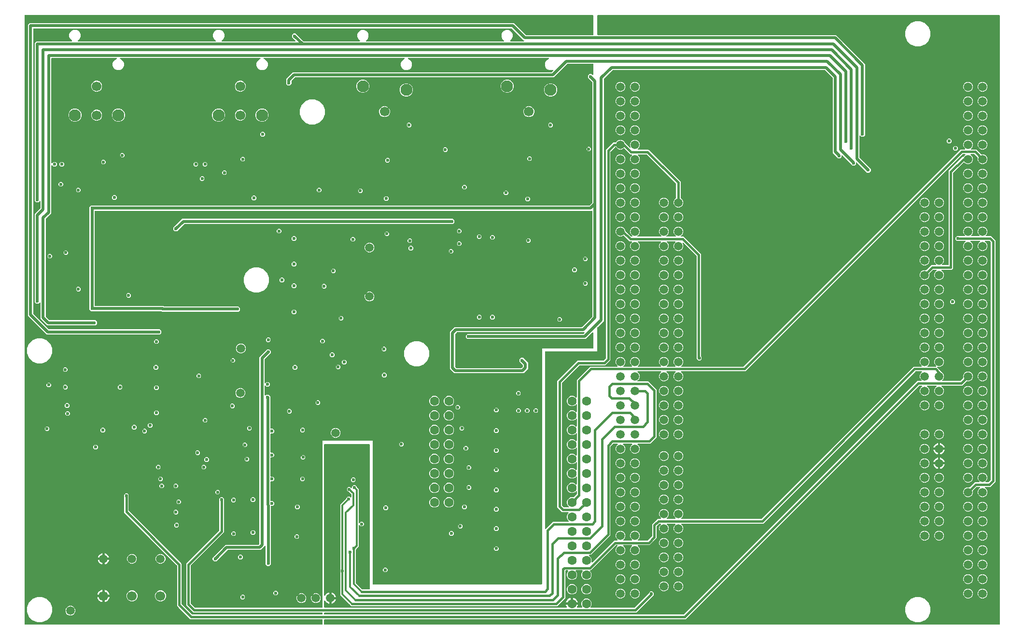
<source format=gbr>
G04 EAGLE Gerber RS-274X export*
G75*
%MOMM*%
%FSLAX34Y34*%
%LPD*%
%INCopper Layer 15*%
%IPPOS*%
%AMOC8*
5,1,8,0,0,1.08239X$1,22.5*%
G01*
%ADD10C,2.100000*%
%ADD11C,1.700000*%
%ADD12C,1.693800*%
%ADD13C,1.500000*%
%ADD14C,1.600000*%
%ADD15C,0.600000*%
%ADD16C,0.508000*%
%ADD17C,0.406400*%
%ADD18C,0.304800*%

G36*
X525064Y3280D02*
X525064Y3280D01*
X525128Y3279D01*
X525203Y3300D01*
X525279Y3311D01*
X525338Y3337D01*
X525400Y3354D01*
X525466Y3395D01*
X525536Y3427D01*
X525585Y3469D01*
X525640Y3502D01*
X525692Y3560D01*
X525750Y3610D01*
X525786Y3664D01*
X525829Y3712D01*
X525862Y3781D01*
X525905Y3846D01*
X525924Y3908D01*
X525952Y3965D01*
X525963Y4035D01*
X525987Y4116D01*
X525988Y4201D01*
X525999Y4270D01*
X525999Y11968D01*
X525990Y12032D01*
X525991Y12096D01*
X525970Y12171D01*
X525959Y12247D01*
X525933Y12306D01*
X525916Y12368D01*
X525875Y12434D01*
X525843Y12504D01*
X525801Y12553D01*
X525768Y12608D01*
X525710Y12660D01*
X525660Y12718D01*
X525606Y12754D01*
X525558Y12797D01*
X525489Y12830D01*
X525424Y12873D01*
X525362Y12892D01*
X525305Y12920D01*
X525235Y12931D01*
X525154Y12955D01*
X525069Y12956D01*
X525000Y12967D01*
X294330Y12967D01*
X291675Y15622D01*
X273622Y33675D01*
X270967Y36330D01*
X270967Y106916D01*
X270954Y107011D01*
X270949Y107107D01*
X270934Y107150D01*
X270927Y107195D01*
X270888Y107282D01*
X270856Y107373D01*
X270831Y107408D01*
X270811Y107452D01*
X270728Y107549D01*
X270675Y107622D01*
X177967Y200330D01*
X177967Y231670D01*
X180330Y234033D01*
X183670Y234033D01*
X186033Y231670D01*
X186033Y204084D01*
X186041Y204024D01*
X186041Y203992D01*
X186047Y203969D01*
X186051Y203893D01*
X186066Y203850D01*
X186073Y203805D01*
X186112Y203718D01*
X186144Y203627D01*
X186169Y203592D01*
X186189Y203548D01*
X186272Y203451D01*
X186325Y203378D01*
X279033Y110670D01*
X279033Y40084D01*
X279046Y39989D01*
X279051Y39893D01*
X279066Y39850D01*
X279073Y39805D01*
X279112Y39718D01*
X279144Y39627D01*
X279169Y39592D01*
X279189Y39548D01*
X279272Y39451D01*
X279325Y39378D01*
X297378Y21325D01*
X297454Y21268D01*
X297526Y21203D01*
X297567Y21183D01*
X297603Y21156D01*
X297693Y21122D01*
X297780Y21080D01*
X297822Y21074D01*
X297867Y21057D01*
X297995Y21047D01*
X298084Y21033D01*
X525000Y21033D01*
X525064Y21042D01*
X525128Y21041D01*
X525203Y21062D01*
X525279Y21073D01*
X525338Y21099D01*
X525400Y21116D01*
X525466Y21157D01*
X525536Y21189D01*
X525585Y21231D01*
X525640Y21264D01*
X525692Y21322D01*
X525750Y21372D01*
X525786Y21426D01*
X525829Y21474D01*
X525862Y21543D01*
X525905Y21608D01*
X525924Y21670D01*
X525952Y21727D01*
X525963Y21797D01*
X525987Y21878D01*
X525988Y21963D01*
X525999Y22032D01*
X525999Y23968D01*
X525990Y24032D01*
X525991Y24096D01*
X525970Y24171D01*
X525959Y24247D01*
X525933Y24306D01*
X525916Y24368D01*
X525875Y24434D01*
X525843Y24504D01*
X525801Y24553D01*
X525768Y24608D01*
X525710Y24660D01*
X525660Y24718D01*
X525606Y24754D01*
X525558Y24797D01*
X525489Y24830D01*
X525424Y24873D01*
X525362Y24892D01*
X525305Y24920D01*
X525235Y24931D01*
X525154Y24955D01*
X525069Y24956D01*
X525000Y24967D01*
X299330Y24967D01*
X286967Y37330D01*
X286967Y110670D01*
X344675Y168378D01*
X344732Y168455D01*
X344797Y168526D01*
X344817Y168567D01*
X344844Y168603D01*
X344878Y168693D01*
X344920Y168780D01*
X344926Y168822D01*
X344943Y168867D01*
X344952Y168982D01*
X344955Y168992D01*
X344956Y169009D01*
X344967Y169084D01*
X344967Y224670D01*
X347330Y227033D01*
X350670Y227033D01*
X353033Y224670D01*
X353033Y165330D01*
X295325Y107622D01*
X295268Y107545D01*
X295203Y107474D01*
X295183Y107433D01*
X295156Y107397D01*
X295122Y107307D01*
X295080Y107220D01*
X295074Y107178D01*
X295057Y107133D01*
X295047Y107005D01*
X295033Y106916D01*
X295033Y41084D01*
X295046Y40989D01*
X295051Y40893D01*
X295066Y40850D01*
X295073Y40805D01*
X295112Y40718D01*
X295144Y40627D01*
X295169Y40592D01*
X295189Y40548D01*
X295272Y40451D01*
X295325Y40378D01*
X302378Y33325D01*
X302455Y33268D01*
X302526Y33203D01*
X302567Y33183D01*
X302603Y33156D01*
X302693Y33122D01*
X302780Y33080D01*
X302822Y33074D01*
X302867Y33057D01*
X302995Y33047D01*
X303084Y33033D01*
X525000Y33033D01*
X525064Y33042D01*
X525128Y33041D01*
X525203Y33062D01*
X525279Y33073D01*
X525338Y33099D01*
X525400Y33116D01*
X525466Y33157D01*
X525536Y33189D01*
X525585Y33231D01*
X525640Y33264D01*
X525692Y33322D01*
X525750Y33372D01*
X525786Y33426D01*
X525829Y33474D01*
X525862Y33543D01*
X525905Y33608D01*
X525924Y33670D01*
X525952Y33727D01*
X525963Y33797D01*
X525987Y33878D01*
X525988Y33963D01*
X525999Y34032D01*
X525999Y326001D01*
X614001Y326001D01*
X614001Y75000D01*
X614010Y74936D01*
X614009Y74872D01*
X614030Y74797D01*
X614041Y74721D01*
X614067Y74662D01*
X614084Y74600D01*
X614125Y74534D01*
X614157Y74464D01*
X614199Y74415D01*
X614232Y74360D01*
X614290Y74308D01*
X614340Y74250D01*
X614394Y74214D01*
X614442Y74171D01*
X614511Y74138D01*
X614576Y74095D01*
X614638Y74076D01*
X614695Y74048D01*
X614765Y74037D01*
X614846Y74013D01*
X614931Y74012D01*
X615000Y74001D01*
X910000Y74001D01*
X910064Y74010D01*
X910128Y74009D01*
X910203Y74030D01*
X910279Y74041D01*
X910338Y74067D01*
X910400Y74084D01*
X910466Y74125D01*
X910536Y74157D01*
X910585Y74199D01*
X910640Y74232D01*
X910692Y74290D01*
X910750Y74340D01*
X910786Y74394D01*
X910829Y74442D01*
X910862Y74511D01*
X910905Y74576D01*
X910924Y74638D01*
X910952Y74695D01*
X910963Y74765D01*
X910987Y74846D01*
X910988Y74931D01*
X910999Y75000D01*
X910999Y488001D01*
X1000000Y488001D01*
X1000064Y488010D01*
X1000128Y488009D01*
X1000203Y488030D01*
X1000279Y488041D01*
X1000338Y488067D01*
X1000400Y488084D01*
X1000466Y488125D01*
X1000536Y488157D01*
X1000585Y488199D01*
X1000640Y488232D01*
X1000692Y488290D01*
X1000750Y488340D01*
X1000786Y488394D01*
X1000829Y488442D01*
X1000862Y488511D01*
X1000905Y488576D01*
X1000924Y488638D01*
X1000952Y488695D01*
X1000963Y488765D01*
X1000987Y488846D01*
X1000988Y488931D01*
X1000999Y489000D01*
X1000999Y515165D01*
X1000995Y515197D01*
X1000997Y515229D01*
X1000975Y515336D01*
X1000959Y515445D01*
X1000946Y515474D01*
X1000940Y515505D01*
X1000888Y515602D01*
X1000843Y515701D01*
X1000822Y515726D01*
X1000807Y515754D01*
X1000731Y515833D01*
X1000660Y515916D01*
X1000633Y515933D01*
X1000610Y515956D01*
X1000515Y516010D01*
X1000424Y516070D01*
X1000393Y516080D01*
X1000365Y516096D01*
X1000258Y516121D01*
X1000154Y516153D01*
X1000122Y516153D01*
X1000091Y516160D01*
X999981Y516155D01*
X999872Y516156D01*
X999841Y516148D01*
X999809Y516146D01*
X999706Y516110D01*
X999600Y516081D01*
X999573Y516064D01*
X999542Y516054D01*
X999469Y516000D01*
X999360Y515933D01*
X999328Y515897D01*
X999293Y515872D01*
X987881Y504459D01*
X780119Y504459D01*
X777459Y507119D01*
X777459Y510881D01*
X780119Y513541D01*
X983705Y513541D01*
X983800Y513554D01*
X983896Y513559D01*
X983939Y513574D01*
X983984Y513581D01*
X984072Y513620D01*
X984163Y513652D01*
X984197Y513677D01*
X984241Y513697D01*
X984339Y513780D01*
X984412Y513833D01*
X985332Y514753D01*
X985351Y514779D01*
X985376Y514800D01*
X985436Y514892D01*
X985501Y514979D01*
X985513Y515009D01*
X985530Y515036D01*
X985562Y515141D01*
X985601Y515243D01*
X985603Y515275D01*
X985613Y515306D01*
X985614Y515415D01*
X985623Y515524D01*
X985616Y515556D01*
X985616Y515588D01*
X985587Y515693D01*
X985565Y515800D01*
X985550Y515829D01*
X985541Y515860D01*
X985484Y515953D01*
X985432Y516049D01*
X985410Y516072D01*
X985393Y516100D01*
X985312Y516173D01*
X985236Y516251D01*
X985208Y516267D01*
X985184Y516289D01*
X985086Y516336D01*
X984990Y516390D01*
X984959Y516398D01*
X984930Y516412D01*
X984840Y516426D01*
X984716Y516455D01*
X984667Y516453D01*
X984625Y516459D01*
X762295Y516459D01*
X762200Y516446D01*
X762104Y516441D01*
X762061Y516426D01*
X762016Y516419D01*
X761928Y516380D01*
X761837Y516348D01*
X761803Y516323D01*
X761759Y516303D01*
X761661Y516220D01*
X761588Y516167D01*
X758833Y513412D01*
X758776Y513335D01*
X758711Y513264D01*
X758691Y513223D01*
X758664Y513186D01*
X758630Y513096D01*
X758588Y513010D01*
X758582Y512968D01*
X758565Y512922D01*
X758555Y512795D01*
X758541Y512705D01*
X758541Y456295D01*
X758554Y456200D01*
X758559Y456104D01*
X758574Y456060D01*
X758581Y456016D01*
X758620Y455928D01*
X758652Y455837D01*
X758677Y455803D01*
X758697Y455759D01*
X758780Y455661D01*
X758833Y455588D01*
X760588Y453833D01*
X760665Y453776D01*
X760736Y453711D01*
X760777Y453691D01*
X760814Y453664D01*
X760904Y453630D01*
X760990Y453588D01*
X761032Y453582D01*
X761078Y453565D01*
X761205Y453555D01*
X761295Y453541D01*
X874705Y453541D01*
X874800Y453554D01*
X874896Y453559D01*
X874940Y453574D01*
X874985Y453581D01*
X875072Y453620D01*
X875163Y453652D01*
X875197Y453677D01*
X875241Y453697D01*
X875339Y453780D01*
X875412Y453833D01*
X877167Y455588D01*
X877224Y455665D01*
X877289Y455736D01*
X877309Y455777D01*
X877336Y455814D01*
X877370Y455904D01*
X877412Y455990D01*
X877418Y456032D01*
X877435Y456078D01*
X877445Y456205D01*
X877459Y456295D01*
X877459Y458705D01*
X877446Y458800D01*
X877441Y458896D01*
X877426Y458940D01*
X877419Y458984D01*
X877380Y459072D01*
X877348Y459163D01*
X877323Y459197D01*
X877303Y459241D01*
X877220Y459339D01*
X877167Y459412D01*
X871459Y465119D01*
X871459Y468881D01*
X874119Y471541D01*
X877881Y471541D01*
X886541Y462881D01*
X886541Y452119D01*
X883588Y449167D01*
X881833Y447412D01*
X878881Y444459D01*
X757119Y444459D01*
X749459Y452119D01*
X749459Y516881D01*
X752412Y519833D01*
X758119Y525541D01*
X980705Y525541D01*
X980800Y525554D01*
X980896Y525559D01*
X980940Y525574D01*
X980984Y525581D01*
X981072Y525620D01*
X981163Y525652D01*
X981197Y525677D01*
X981241Y525697D01*
X981339Y525780D01*
X981412Y525833D01*
X999167Y543588D01*
X999224Y543665D01*
X999289Y543736D01*
X999309Y543777D01*
X999336Y543814D01*
X999370Y543904D01*
X999412Y543990D01*
X999418Y544032D01*
X999435Y544078D01*
X999445Y544205D01*
X999459Y544295D01*
X999459Y728625D01*
X999455Y728657D01*
X999457Y728689D01*
X999435Y728796D01*
X999419Y728905D01*
X999406Y728934D01*
X999400Y728966D01*
X999348Y729062D01*
X999303Y729161D01*
X999282Y729186D01*
X999267Y729215D01*
X999191Y729293D01*
X999120Y729376D01*
X999093Y729393D01*
X999070Y729417D01*
X998975Y729470D01*
X998884Y729530D01*
X998853Y729540D01*
X998825Y729556D01*
X998719Y729581D01*
X998614Y729613D01*
X998582Y729613D01*
X998550Y729620D01*
X998441Y729615D01*
X998332Y729616D01*
X998301Y729608D01*
X998269Y729606D01*
X998166Y729570D01*
X998060Y729541D01*
X998033Y729524D01*
X998002Y729514D01*
X997929Y729460D01*
X997928Y729459D01*
X127540Y729459D01*
X127476Y729450D01*
X127412Y729451D01*
X127337Y729430D01*
X127261Y729419D01*
X127202Y729393D01*
X127140Y729376D01*
X127074Y729335D01*
X127004Y729303D01*
X126955Y729261D01*
X126900Y729228D01*
X126848Y729170D01*
X126790Y729120D01*
X126754Y729066D01*
X126711Y729018D01*
X126678Y728949D01*
X126635Y728884D01*
X126616Y728822D01*
X126588Y728765D01*
X126577Y728695D01*
X126553Y728614D01*
X126552Y728529D01*
X126541Y728460D01*
X126541Y563540D01*
X126550Y563476D01*
X126549Y563412D01*
X126570Y563337D01*
X126581Y563261D01*
X126607Y563202D01*
X126624Y563140D01*
X126665Y563074D01*
X126697Y563004D01*
X126739Y562955D01*
X126772Y562900D01*
X126830Y562848D01*
X126880Y562790D01*
X126934Y562754D01*
X126982Y562711D01*
X127051Y562678D01*
X127116Y562635D01*
X127178Y562616D01*
X127235Y562588D01*
X127305Y562577D01*
X127386Y562553D01*
X127471Y562552D01*
X127540Y562541D01*
X247881Y562541D01*
X248588Y561833D01*
X248665Y561776D01*
X248736Y561711D01*
X248777Y561691D01*
X248814Y561664D01*
X248904Y561630D01*
X248990Y561588D01*
X249032Y561582D01*
X249078Y561565D01*
X249205Y561555D01*
X249295Y561541D01*
X378881Y561541D01*
X381541Y558881D01*
X381541Y555119D01*
X378881Y552459D01*
X245119Y552459D01*
X244412Y553167D01*
X244335Y553224D01*
X244264Y553289D01*
X244223Y553309D01*
X244186Y553336D01*
X244096Y553370D01*
X244010Y553412D01*
X243968Y553418D01*
X243922Y553435D01*
X243795Y553445D01*
X243705Y553459D01*
X120119Y553459D01*
X117459Y556119D01*
X117459Y735881D01*
X120119Y738541D01*
X993705Y738541D01*
X993800Y738554D01*
X993896Y738559D01*
X993940Y738574D01*
X993985Y738581D01*
X994072Y738620D01*
X994163Y738652D01*
X994197Y738677D01*
X994241Y738697D01*
X994339Y738780D01*
X994412Y738833D01*
X999167Y743588D01*
X999224Y743665D01*
X999289Y743736D01*
X999309Y743777D01*
X999336Y743814D01*
X999370Y743904D01*
X999412Y743990D01*
X999418Y744032D01*
X999435Y744078D01*
X999445Y744205D01*
X999459Y744295D01*
X999459Y954705D01*
X999446Y954800D01*
X999441Y954896D01*
X999426Y954940D01*
X999419Y954984D01*
X999380Y955072D01*
X999348Y955163D01*
X999323Y955197D01*
X999303Y955241D01*
X999220Y955339D01*
X999167Y955412D01*
X991459Y963119D01*
X991459Y966881D01*
X994119Y969541D01*
X997881Y969541D01*
X999293Y968128D01*
X999319Y968109D01*
X999340Y968084D01*
X999432Y968024D01*
X999519Y967959D01*
X999549Y967947D01*
X999576Y967930D01*
X999681Y967898D01*
X999783Y967859D01*
X999815Y967857D01*
X999846Y967847D01*
X999955Y967846D01*
X1000064Y967838D01*
X1000096Y967844D01*
X1000128Y967844D01*
X1000233Y967873D01*
X1000340Y967895D01*
X1000369Y967910D01*
X1000400Y967919D01*
X1000493Y967976D01*
X1000589Y968028D01*
X1000612Y968050D01*
X1000640Y968067D01*
X1000713Y968148D01*
X1000791Y968224D01*
X1000807Y968252D01*
X1000829Y968276D01*
X1000876Y968375D01*
X1000930Y968470D01*
X1000938Y968501D01*
X1000952Y968530D01*
X1000966Y968619D01*
X1000995Y968744D01*
X1000993Y968793D01*
X1000999Y968835D01*
X1000999Y986460D01*
X1000990Y986524D01*
X1000991Y986588D01*
X1000970Y986663D01*
X1000959Y986739D01*
X1000933Y986798D01*
X1000916Y986860D01*
X1000875Y986926D01*
X1000843Y986996D01*
X1000801Y987045D01*
X1000768Y987100D01*
X1000710Y987152D01*
X1000660Y987210D01*
X1000606Y987246D01*
X1000558Y987289D01*
X1000489Y987322D01*
X1000424Y987365D01*
X1000362Y987384D01*
X1000305Y987412D01*
X1000235Y987423D01*
X1000154Y987447D01*
X1000069Y987448D01*
X1000000Y987459D01*
X956295Y987459D01*
X956200Y987446D01*
X956104Y987441D01*
X956060Y987426D01*
X956016Y987419D01*
X955928Y987380D01*
X955837Y987348D01*
X955803Y987323D01*
X955759Y987303D01*
X955661Y987220D01*
X955588Y987167D01*
X931881Y963459D01*
X478295Y963459D01*
X478200Y963446D01*
X478104Y963441D01*
X478060Y963426D01*
X478016Y963419D01*
X477928Y963380D01*
X477837Y963348D01*
X477803Y963323D01*
X477759Y963303D01*
X477661Y963220D01*
X477588Y963167D01*
X471833Y957412D01*
X471776Y957335D01*
X471711Y957264D01*
X471691Y957223D01*
X471664Y957186D01*
X471630Y957096D01*
X471588Y957010D01*
X471582Y956968D01*
X471565Y956922D01*
X471555Y956795D01*
X471541Y956705D01*
X471541Y952119D01*
X468881Y949459D01*
X465119Y949459D01*
X462459Y952119D01*
X462459Y960881D01*
X474119Y972541D01*
X927705Y972541D01*
X927800Y972554D01*
X927896Y972559D01*
X927939Y972574D01*
X927984Y972581D01*
X928072Y972620D01*
X928163Y972652D01*
X928197Y972677D01*
X928241Y972697D01*
X928339Y972780D01*
X928412Y972833D01*
X930663Y975084D01*
X930715Y975154D01*
X930774Y975217D01*
X930799Y975266D01*
X930832Y975310D01*
X930863Y975391D01*
X930902Y975469D01*
X930912Y975523D01*
X930932Y975574D01*
X930938Y975660D01*
X930955Y975746D01*
X930949Y975800D01*
X930954Y975855D01*
X930936Y975940D01*
X930928Y976027D01*
X930907Y976078D01*
X930896Y976131D01*
X930855Y976208D01*
X930823Y976288D01*
X930789Y976332D01*
X930764Y976380D01*
X930703Y976442D01*
X930650Y976511D01*
X930605Y976543D01*
X930567Y976582D01*
X930491Y976625D01*
X930421Y976676D01*
X930369Y976694D01*
X930321Y976721D01*
X930237Y976741D01*
X930155Y976770D01*
X930100Y976774D01*
X930047Y976786D01*
X929960Y976782D01*
X929874Y976787D01*
X929824Y976775D01*
X929765Y976772D01*
X929658Y976735D01*
X929574Y976714D01*
X928089Y976099D01*
X924111Y976099D01*
X920435Y977622D01*
X917622Y980435D01*
X916099Y984111D01*
X916099Y988089D01*
X917622Y991765D01*
X920435Y994578D01*
X922749Y995537D01*
X922824Y995581D01*
X922903Y995617D01*
X922945Y995652D01*
X922992Y995680D01*
X923051Y995744D01*
X923117Y995800D01*
X923148Y995846D01*
X923185Y995886D01*
X923224Y995963D01*
X923272Y996036D01*
X923288Y996089D01*
X923313Y996138D01*
X923329Y996223D01*
X923354Y996306D01*
X923355Y996361D01*
X923365Y996415D01*
X923357Y996501D01*
X923358Y996588D01*
X923343Y996641D01*
X923338Y996695D01*
X923306Y996776D01*
X923283Y996860D01*
X923254Y996907D01*
X923234Y996957D01*
X923180Y997026D01*
X923135Y997100D01*
X923094Y997137D01*
X923060Y997180D01*
X922990Y997230D01*
X922925Y997289D01*
X922876Y997313D01*
X922831Y997345D01*
X922750Y997374D01*
X922672Y997412D01*
X922621Y997420D01*
X922566Y997439D01*
X922452Y997446D01*
X922367Y997459D01*
X676833Y997459D01*
X676747Y997447D01*
X676660Y997444D01*
X676608Y997427D01*
X676554Y997419D01*
X676475Y997384D01*
X676392Y997357D01*
X676347Y997326D01*
X676297Y997303D01*
X676231Y997247D01*
X676159Y997198D01*
X676124Y997156D01*
X676083Y997120D01*
X676035Y997047D01*
X675980Y996980D01*
X675958Y996930D01*
X675928Y996884D01*
X675903Y996801D01*
X675868Y996721D01*
X675862Y996667D01*
X675846Y996614D01*
X675845Y996527D01*
X675834Y996441D01*
X675843Y996387D01*
X675842Y996332D01*
X675865Y996248D01*
X675879Y996163D01*
X675902Y996113D01*
X675917Y996060D01*
X675963Y995986D01*
X676000Y995908D01*
X676036Y995867D01*
X676065Y995820D01*
X676130Y995762D01*
X676187Y995697D01*
X676231Y995671D01*
X676275Y995631D01*
X676377Y995582D01*
X676451Y995537D01*
X678765Y994578D01*
X681578Y991765D01*
X683101Y988089D01*
X683101Y984111D01*
X681578Y980435D01*
X678765Y977622D01*
X675089Y976099D01*
X671111Y976099D01*
X667435Y977622D01*
X664622Y980435D01*
X663099Y984111D01*
X663099Y988089D01*
X664622Y991765D01*
X667435Y994578D01*
X669749Y995537D01*
X669824Y995581D01*
X669903Y995617D01*
X669945Y995652D01*
X669992Y995680D01*
X670051Y995744D01*
X670117Y995800D01*
X670148Y995846D01*
X670185Y995886D01*
X670224Y995963D01*
X670272Y996036D01*
X670288Y996089D01*
X670313Y996138D01*
X670329Y996223D01*
X670354Y996306D01*
X670355Y996361D01*
X670365Y996415D01*
X670357Y996501D01*
X670358Y996588D01*
X670343Y996641D01*
X670338Y996695D01*
X670306Y996776D01*
X670283Y996860D01*
X670254Y996907D01*
X670234Y996957D01*
X670180Y997026D01*
X670135Y997100D01*
X670094Y997137D01*
X670060Y997180D01*
X669990Y997230D01*
X669925Y997289D01*
X669876Y997313D01*
X669831Y997345D01*
X669750Y997374D01*
X669672Y997412D01*
X669621Y997420D01*
X669566Y997439D01*
X669452Y997446D01*
X669367Y997459D01*
X423833Y997459D01*
X423747Y997447D01*
X423660Y997444D01*
X423608Y997427D01*
X423554Y997419D01*
X423475Y997384D01*
X423392Y997357D01*
X423347Y997326D01*
X423297Y997303D01*
X423231Y997247D01*
X423159Y997198D01*
X423124Y997156D01*
X423083Y997120D01*
X423035Y997047D01*
X422980Y996980D01*
X422958Y996930D01*
X422928Y996884D01*
X422903Y996801D01*
X422868Y996721D01*
X422862Y996667D01*
X422846Y996614D01*
X422845Y996527D01*
X422834Y996441D01*
X422843Y996387D01*
X422842Y996332D01*
X422865Y996248D01*
X422879Y996163D01*
X422903Y996113D01*
X422917Y996060D01*
X422963Y995986D01*
X423000Y995908D01*
X423037Y995867D01*
X423065Y995820D01*
X423130Y995762D01*
X423187Y995697D01*
X423231Y995671D01*
X423275Y995631D01*
X423377Y995582D01*
X423451Y995537D01*
X425765Y994578D01*
X428578Y991765D01*
X430101Y988089D01*
X430101Y984111D01*
X428578Y980435D01*
X425765Y977622D01*
X422089Y976099D01*
X418111Y976099D01*
X414435Y977622D01*
X411622Y980435D01*
X410099Y984111D01*
X410099Y988089D01*
X411622Y991765D01*
X414435Y994578D01*
X416749Y995537D01*
X416824Y995581D01*
X416903Y995617D01*
X416945Y995652D01*
X416992Y995680D01*
X417051Y995744D01*
X417117Y995800D01*
X417148Y995846D01*
X417185Y995886D01*
X417224Y995963D01*
X417272Y996036D01*
X417288Y996089D01*
X417313Y996138D01*
X417329Y996223D01*
X417354Y996306D01*
X417355Y996361D01*
X417365Y996415D01*
X417357Y996501D01*
X417358Y996588D01*
X417343Y996641D01*
X417338Y996695D01*
X417306Y996776D01*
X417283Y996860D01*
X417254Y996907D01*
X417234Y996957D01*
X417180Y997026D01*
X417135Y997100D01*
X417094Y997136D01*
X417060Y997180D01*
X416990Y997231D01*
X416925Y997289D01*
X416876Y997313D01*
X416831Y997345D01*
X416750Y997374D01*
X416672Y997412D01*
X416621Y997420D01*
X416566Y997439D01*
X416452Y997446D01*
X416367Y997459D01*
X171833Y997459D01*
X171747Y997447D01*
X171660Y997444D01*
X171608Y997427D01*
X171554Y997419D01*
X171475Y997384D01*
X171392Y997357D01*
X171347Y997326D01*
X171297Y997303D01*
X171231Y997247D01*
X171159Y997198D01*
X171124Y997156D01*
X171083Y997120D01*
X171035Y997047D01*
X170980Y996980D01*
X170958Y996930D01*
X170928Y996884D01*
X170903Y996801D01*
X170868Y996721D01*
X170862Y996667D01*
X170846Y996614D01*
X170845Y996527D01*
X170834Y996441D01*
X170843Y996387D01*
X170842Y996332D01*
X170865Y996248D01*
X170879Y996163D01*
X170902Y996113D01*
X170917Y996060D01*
X170963Y995986D01*
X171000Y995908D01*
X171036Y995867D01*
X171065Y995820D01*
X171130Y995762D01*
X171187Y995697D01*
X171231Y995671D01*
X171275Y995631D01*
X171377Y995582D01*
X171451Y995537D01*
X173765Y994578D01*
X176578Y991765D01*
X178101Y988089D01*
X178101Y984111D01*
X176578Y980435D01*
X173765Y977622D01*
X170089Y976099D01*
X166111Y976099D01*
X162435Y977622D01*
X159622Y980435D01*
X158099Y984111D01*
X158099Y988089D01*
X159622Y991765D01*
X162435Y994578D01*
X164749Y995537D01*
X164824Y995581D01*
X164903Y995617D01*
X164945Y995652D01*
X164992Y995680D01*
X165051Y995744D01*
X165117Y995800D01*
X165148Y995846D01*
X165185Y995886D01*
X165224Y995963D01*
X165272Y996036D01*
X165288Y996089D01*
X165313Y996138D01*
X165329Y996223D01*
X165354Y996306D01*
X165355Y996361D01*
X165365Y996415D01*
X165357Y996501D01*
X165358Y996588D01*
X165343Y996641D01*
X165338Y996695D01*
X165306Y996776D01*
X165283Y996860D01*
X165254Y996907D01*
X165234Y996957D01*
X165180Y997026D01*
X165135Y997100D01*
X165094Y997137D01*
X165060Y997180D01*
X164990Y997230D01*
X164925Y997289D01*
X164876Y997313D01*
X164831Y997345D01*
X164750Y997374D01*
X164672Y997412D01*
X164621Y997420D01*
X164566Y997439D01*
X164452Y997446D01*
X164367Y997459D01*
X51540Y997459D01*
X51476Y997450D01*
X51412Y997451D01*
X51337Y997430D01*
X51261Y997419D01*
X51202Y997393D01*
X51140Y997376D01*
X51074Y997335D01*
X51004Y997303D01*
X50955Y997261D01*
X50900Y997228D01*
X50848Y997170D01*
X50790Y997120D01*
X50754Y997066D01*
X50711Y997018D01*
X50678Y996949D01*
X50635Y996884D01*
X50616Y996822D01*
X50588Y996765D01*
X50577Y996695D01*
X50553Y996614D01*
X50552Y996529D01*
X50541Y996460D01*
X50541Y813611D01*
X50545Y813579D01*
X50543Y813547D01*
X50565Y813440D01*
X50581Y813332D01*
X50594Y813302D01*
X50600Y813271D01*
X50652Y813174D01*
X50697Y813075D01*
X50718Y813050D01*
X50733Y813022D01*
X50809Y812944D01*
X50880Y812861D01*
X50907Y812843D01*
X50930Y812820D01*
X51025Y812766D01*
X51116Y812706D01*
X51147Y812697D01*
X51175Y812681D01*
X51281Y812656D01*
X51386Y812624D01*
X51418Y812623D01*
X51449Y812616D01*
X51559Y812621D01*
X51668Y812620D01*
X51699Y812629D01*
X51731Y812630D01*
X51834Y812666D01*
X51940Y812695D01*
X51967Y812712D01*
X51998Y812723D01*
X52071Y812776D01*
X52180Y812843D01*
X52212Y812879D01*
X52247Y812904D01*
X54343Y815001D01*
X57657Y815001D01*
X60001Y812657D01*
X60001Y809343D01*
X57657Y806999D01*
X54343Y806999D01*
X52247Y809096D01*
X52221Y809115D01*
X52200Y809139D01*
X52108Y809199D01*
X52021Y809265D01*
X51991Y809276D01*
X51964Y809294D01*
X51859Y809326D01*
X51757Y809364D01*
X51725Y809367D01*
X51694Y809376D01*
X51585Y809378D01*
X51476Y809386D01*
X51444Y809380D01*
X51412Y809380D01*
X51307Y809351D01*
X51200Y809329D01*
X51171Y809313D01*
X51140Y809305D01*
X51047Y809247D01*
X50951Y809196D01*
X50928Y809174D01*
X50900Y809157D01*
X50827Y809076D01*
X50749Y808999D01*
X50733Y808971D01*
X50711Y808947D01*
X50664Y808849D01*
X50610Y808754D01*
X50602Y808723D01*
X50588Y808694D01*
X50574Y808604D01*
X50545Y808480D01*
X50547Y808431D01*
X50541Y808389D01*
X50541Y725119D01*
X40833Y715412D01*
X40824Y715399D01*
X40821Y715397D01*
X40815Y715387D01*
X40776Y715335D01*
X40711Y715264D01*
X40691Y715223D01*
X40664Y715186D01*
X40630Y715096D01*
X40588Y715010D01*
X40582Y714968D01*
X40565Y714922D01*
X40555Y714795D01*
X40541Y714705D01*
X40541Y544295D01*
X40554Y544200D01*
X40559Y544104D01*
X40574Y544060D01*
X40581Y544016D01*
X40620Y543928D01*
X40652Y543837D01*
X40677Y543803D01*
X40697Y543759D01*
X40780Y543661D01*
X40833Y543588D01*
X46588Y537833D01*
X46665Y537776D01*
X46736Y537711D01*
X46777Y537691D01*
X46814Y537664D01*
X46904Y537630D01*
X46990Y537588D01*
X47032Y537582D01*
X47078Y537565D01*
X47205Y537555D01*
X47295Y537541D01*
X127881Y537541D01*
X130541Y534881D01*
X130541Y531119D01*
X127881Y528459D01*
X43119Y528459D01*
X31459Y540119D01*
X31459Y567625D01*
X31455Y567657D01*
X31457Y567689D01*
X31435Y567796D01*
X31419Y567905D01*
X31406Y567934D01*
X31400Y567965D01*
X31348Y568062D01*
X31303Y568161D01*
X31282Y568186D01*
X31267Y568214D01*
X31191Y568293D01*
X31120Y568376D01*
X31093Y568393D01*
X31070Y568417D01*
X30975Y568470D01*
X30884Y568530D01*
X30853Y568540D01*
X30825Y568556D01*
X30719Y568581D01*
X30614Y568613D01*
X30582Y568613D01*
X30551Y568620D01*
X30441Y568615D01*
X30332Y568616D01*
X30301Y568608D01*
X30269Y568606D01*
X30166Y568570D01*
X30060Y568541D01*
X30033Y568524D01*
X30002Y568514D01*
X29929Y568460D01*
X29820Y568393D01*
X29788Y568357D01*
X29753Y568332D01*
X27881Y566459D01*
X24119Y566459D01*
X21459Y569119D01*
X21459Y723881D01*
X31167Y733588D01*
X31224Y733665D01*
X31289Y733736D01*
X31309Y733777D01*
X31336Y733814D01*
X31370Y733904D01*
X31412Y733990D01*
X31418Y734032D01*
X31435Y734078D01*
X31445Y734205D01*
X31459Y734295D01*
X31459Y745625D01*
X31455Y745657D01*
X31457Y745689D01*
X31435Y745796D01*
X31419Y745905D01*
X31406Y745934D01*
X31400Y745965D01*
X31348Y746062D01*
X31303Y746161D01*
X31282Y746186D01*
X31267Y746214D01*
X31191Y746293D01*
X31120Y746376D01*
X31093Y746393D01*
X31070Y746417D01*
X30975Y746470D01*
X30884Y746530D01*
X30853Y746540D01*
X30825Y746556D01*
X30719Y746581D01*
X30614Y746613D01*
X30582Y746613D01*
X30551Y746620D01*
X30441Y746615D01*
X30332Y746616D01*
X30301Y746608D01*
X30269Y746606D01*
X30166Y746570D01*
X30060Y746541D01*
X30033Y746524D01*
X30002Y746514D01*
X29929Y746460D01*
X29820Y746393D01*
X29788Y746357D01*
X29753Y746332D01*
X27881Y744459D01*
X24119Y744459D01*
X21459Y747119D01*
X21459Y1023881D01*
X24119Y1026541D01*
X85994Y1026541D01*
X86080Y1026553D01*
X86167Y1026556D01*
X86219Y1026573D01*
X86273Y1026581D01*
X86352Y1026616D01*
X86435Y1026643D01*
X86480Y1026674D01*
X86530Y1026697D01*
X86596Y1026753D01*
X86668Y1026802D01*
X86703Y1026844D01*
X86745Y1026880D01*
X86792Y1026953D01*
X86847Y1027020D01*
X86869Y1027070D01*
X86899Y1027116D01*
X86925Y1027199D01*
X86959Y1027279D01*
X86965Y1027333D01*
X86982Y1027386D01*
X86983Y1027473D01*
X86993Y1027559D01*
X86985Y1027613D01*
X86985Y1027668D01*
X86962Y1027752D01*
X86948Y1027837D01*
X86925Y1027887D01*
X86910Y1027940D01*
X86864Y1028014D01*
X86827Y1028092D01*
X86791Y1028133D01*
X86762Y1028180D01*
X86698Y1028238D01*
X86640Y1028303D01*
X86596Y1028329D01*
X86553Y1028369D01*
X86450Y1028418D01*
X86377Y1028463D01*
X86235Y1028522D01*
X83422Y1031335D01*
X81899Y1035011D01*
X81899Y1038989D01*
X83422Y1042665D01*
X86235Y1045478D01*
X89911Y1047001D01*
X93889Y1047001D01*
X97565Y1045478D01*
X100378Y1042665D01*
X101901Y1038989D01*
X101901Y1035011D01*
X100378Y1031335D01*
X97565Y1028522D01*
X97423Y1028463D01*
X97349Y1028419D01*
X97270Y1028383D01*
X97228Y1028348D01*
X97181Y1028320D01*
X97121Y1028256D01*
X97055Y1028200D01*
X97025Y1028154D01*
X96988Y1028114D01*
X96948Y1028037D01*
X96901Y1027964D01*
X96885Y1027911D01*
X96860Y1027862D01*
X96844Y1027777D01*
X96818Y1027694D01*
X96818Y1027639D01*
X96808Y1027585D01*
X96816Y1027499D01*
X96815Y1027412D01*
X96829Y1027359D01*
X96835Y1027305D01*
X96867Y1027224D01*
X96890Y1027140D01*
X96919Y1027094D01*
X96939Y1027043D01*
X96992Y1026974D01*
X97038Y1026900D01*
X97079Y1026864D01*
X97113Y1026820D01*
X97183Y1026770D01*
X97247Y1026711D01*
X97297Y1026687D01*
X97341Y1026655D01*
X97423Y1026626D01*
X97501Y1026588D01*
X97552Y1026580D01*
X97607Y1026561D01*
X97721Y1026554D01*
X97806Y1026541D01*
X337994Y1026541D01*
X338080Y1026553D01*
X338167Y1026556D01*
X338219Y1026573D01*
X338273Y1026581D01*
X338352Y1026616D01*
X338435Y1026643D01*
X338480Y1026674D01*
X338530Y1026697D01*
X338596Y1026753D01*
X338668Y1026802D01*
X338703Y1026844D01*
X338745Y1026880D01*
X338792Y1026953D01*
X338847Y1027020D01*
X338869Y1027070D01*
X338899Y1027116D01*
X338925Y1027199D01*
X338959Y1027279D01*
X338965Y1027333D01*
X338982Y1027386D01*
X338983Y1027473D01*
X338993Y1027559D01*
X338985Y1027613D01*
X338985Y1027668D01*
X338962Y1027752D01*
X338948Y1027837D01*
X338925Y1027887D01*
X338910Y1027940D01*
X338864Y1028014D01*
X338827Y1028092D01*
X338791Y1028133D01*
X338762Y1028180D01*
X338698Y1028238D01*
X338640Y1028303D01*
X338596Y1028329D01*
X338553Y1028369D01*
X338450Y1028418D01*
X338377Y1028463D01*
X338235Y1028522D01*
X335422Y1031335D01*
X333899Y1035011D01*
X333899Y1038989D01*
X335422Y1042665D01*
X338235Y1045478D01*
X341911Y1047001D01*
X345889Y1047001D01*
X349565Y1045478D01*
X352378Y1042665D01*
X353901Y1038989D01*
X353901Y1035011D01*
X352378Y1031335D01*
X349565Y1028522D01*
X349423Y1028463D01*
X349349Y1028419D01*
X349270Y1028383D01*
X349228Y1028348D01*
X349181Y1028320D01*
X349121Y1028256D01*
X349055Y1028200D01*
X349025Y1028154D01*
X348988Y1028114D01*
X348948Y1028037D01*
X348901Y1027964D01*
X348885Y1027911D01*
X348860Y1027862D01*
X348844Y1027777D01*
X348818Y1027694D01*
X348818Y1027639D01*
X348808Y1027585D01*
X348816Y1027499D01*
X348815Y1027412D01*
X348829Y1027359D01*
X348835Y1027305D01*
X348867Y1027224D01*
X348890Y1027140D01*
X348919Y1027094D01*
X348939Y1027043D01*
X348992Y1026974D01*
X349038Y1026900D01*
X349079Y1026864D01*
X349113Y1026820D01*
X349183Y1026770D01*
X349247Y1026711D01*
X349297Y1026687D01*
X349341Y1026655D01*
X349423Y1026626D01*
X349501Y1026588D01*
X349552Y1026580D01*
X349607Y1026561D01*
X349721Y1026554D01*
X349806Y1026541D01*
X477625Y1026541D01*
X477657Y1026545D01*
X477689Y1026543D01*
X477796Y1026565D01*
X477905Y1026581D01*
X477934Y1026594D01*
X477965Y1026600D01*
X478062Y1026652D01*
X478161Y1026697D01*
X478186Y1026718D01*
X478214Y1026733D01*
X478293Y1026809D01*
X478376Y1026880D01*
X478393Y1026907D01*
X478417Y1026930D01*
X478470Y1027025D01*
X478530Y1027116D01*
X478540Y1027147D01*
X478556Y1027175D01*
X478581Y1027282D01*
X478613Y1027386D01*
X478613Y1027418D01*
X478620Y1027449D01*
X478615Y1027559D01*
X478616Y1027668D01*
X478608Y1027699D01*
X478606Y1027731D01*
X478570Y1027834D01*
X478541Y1027940D01*
X478524Y1027967D01*
X478514Y1027998D01*
X478460Y1028071D01*
X478393Y1028180D01*
X478357Y1028212D01*
X478332Y1028247D01*
X472459Y1034119D01*
X472459Y1037881D01*
X475119Y1040541D01*
X478881Y1040541D01*
X492588Y1026833D01*
X492665Y1026776D01*
X492736Y1026711D01*
X492777Y1026691D01*
X492814Y1026664D01*
X492904Y1026630D01*
X492990Y1026588D01*
X493032Y1026582D01*
X493078Y1026565D01*
X493205Y1026555D01*
X493295Y1026541D01*
X590753Y1026541D01*
X590839Y1026553D01*
X590926Y1026556D01*
X590978Y1026573D01*
X591032Y1026581D01*
X591111Y1026616D01*
X591194Y1026643D01*
X591239Y1026674D01*
X591289Y1026697D01*
X591355Y1026753D01*
X591427Y1026802D01*
X591462Y1026845D01*
X591503Y1026880D01*
X591551Y1026953D01*
X591606Y1027020D01*
X591628Y1027070D01*
X591658Y1027116D01*
X591683Y1027199D01*
X591717Y1027279D01*
X591724Y1027333D01*
X591740Y1027386D01*
X591741Y1027473D01*
X591752Y1027559D01*
X591743Y1027613D01*
X591744Y1027668D01*
X591721Y1027752D01*
X591707Y1027837D01*
X591683Y1027887D01*
X591669Y1027940D01*
X591623Y1028014D01*
X591586Y1028092D01*
X591549Y1028133D01*
X591521Y1028180D01*
X591456Y1028238D01*
X591398Y1028303D01*
X591355Y1028329D01*
X591311Y1028369D01*
X591266Y1028390D01*
X588422Y1031235D01*
X586899Y1034911D01*
X586899Y1038889D01*
X588422Y1042565D01*
X591235Y1045378D01*
X594911Y1046901D01*
X598889Y1046901D01*
X602565Y1045378D01*
X605378Y1042565D01*
X606901Y1038889D01*
X606901Y1034911D01*
X605378Y1031235D01*
X602539Y1028396D01*
X602511Y1028383D01*
X602469Y1028348D01*
X602422Y1028320D01*
X602363Y1028256D01*
X602297Y1028200D01*
X602267Y1028154D01*
X602229Y1028114D01*
X602190Y1028037D01*
X602142Y1027964D01*
X602126Y1027911D01*
X602101Y1027863D01*
X602085Y1027777D01*
X602060Y1027694D01*
X602059Y1027639D01*
X602049Y1027586D01*
X602057Y1027499D01*
X602056Y1027412D01*
X602071Y1027359D01*
X602076Y1027305D01*
X602108Y1027224D01*
X602131Y1027140D01*
X602160Y1027094D01*
X602180Y1027043D01*
X602234Y1026974D01*
X602279Y1026900D01*
X602320Y1026864D01*
X602354Y1026820D01*
X602424Y1026770D01*
X602489Y1026711D01*
X602538Y1026687D01*
X602582Y1026655D01*
X602664Y1026626D01*
X602743Y1026588D01*
X602793Y1026580D01*
X602848Y1026561D01*
X602962Y1026554D01*
X603047Y1026541D01*
X843753Y1026541D01*
X843839Y1026553D01*
X843926Y1026556D01*
X843978Y1026573D01*
X844032Y1026581D01*
X844111Y1026616D01*
X844194Y1026643D01*
X844239Y1026674D01*
X844289Y1026697D01*
X844355Y1026753D01*
X844427Y1026802D01*
X844462Y1026845D01*
X844503Y1026880D01*
X844551Y1026953D01*
X844606Y1027020D01*
X844628Y1027070D01*
X844658Y1027116D01*
X844683Y1027199D01*
X844717Y1027279D01*
X844724Y1027333D01*
X844740Y1027386D01*
X844741Y1027473D01*
X844752Y1027559D01*
X844743Y1027613D01*
X844744Y1027668D01*
X844721Y1027752D01*
X844707Y1027837D01*
X844683Y1027887D01*
X844669Y1027940D01*
X844623Y1028014D01*
X844586Y1028092D01*
X844549Y1028133D01*
X844521Y1028180D01*
X844456Y1028238D01*
X844398Y1028303D01*
X844355Y1028329D01*
X844311Y1028369D01*
X844266Y1028390D01*
X841422Y1031235D01*
X839899Y1034911D01*
X839899Y1038889D01*
X841422Y1042565D01*
X844235Y1045378D01*
X847911Y1046901D01*
X851889Y1046901D01*
X855565Y1045378D01*
X858378Y1042565D01*
X859901Y1038889D01*
X859901Y1034911D01*
X858378Y1031235D01*
X855539Y1028396D01*
X855511Y1028383D01*
X855469Y1028348D01*
X855422Y1028320D01*
X855363Y1028256D01*
X855297Y1028200D01*
X855267Y1028154D01*
X855229Y1028114D01*
X855190Y1028037D01*
X855142Y1027964D01*
X855126Y1027911D01*
X855101Y1027863D01*
X855085Y1027777D01*
X855060Y1027694D01*
X855059Y1027639D01*
X855049Y1027586D01*
X855057Y1027499D01*
X855056Y1027412D01*
X855071Y1027359D01*
X855076Y1027305D01*
X855108Y1027224D01*
X855131Y1027140D01*
X855160Y1027094D01*
X855180Y1027043D01*
X855234Y1026974D01*
X855279Y1026900D01*
X855320Y1026864D01*
X855354Y1026820D01*
X855424Y1026770D01*
X855489Y1026711D01*
X855538Y1026687D01*
X855582Y1026655D01*
X855664Y1026626D01*
X855743Y1026588D01*
X855793Y1026580D01*
X855848Y1026561D01*
X855962Y1026554D01*
X856047Y1026541D01*
X878625Y1026541D01*
X878657Y1026545D01*
X878689Y1026543D01*
X878796Y1026565D01*
X878905Y1026581D01*
X878934Y1026594D01*
X878965Y1026600D01*
X879062Y1026652D01*
X879161Y1026697D01*
X879186Y1026718D01*
X879214Y1026733D01*
X879293Y1026809D01*
X879376Y1026880D01*
X879393Y1026907D01*
X879417Y1026930D01*
X879470Y1027025D01*
X879530Y1027116D01*
X879540Y1027147D01*
X879556Y1027175D01*
X879581Y1027281D01*
X879613Y1027386D01*
X879613Y1027418D01*
X879620Y1027449D01*
X879615Y1027559D01*
X879616Y1027668D01*
X879608Y1027699D01*
X879606Y1027731D01*
X879570Y1027834D01*
X879541Y1027940D01*
X879524Y1027967D01*
X879514Y1027998D01*
X879460Y1028071D01*
X879393Y1028180D01*
X879357Y1028212D01*
X879332Y1028247D01*
X876167Y1031412D01*
X876166Y1031412D01*
X858384Y1049195D01*
X858307Y1049252D01*
X858236Y1049317D01*
X858195Y1049337D01*
X858158Y1049364D01*
X858068Y1049398D01*
X857982Y1049440D01*
X857940Y1049446D01*
X857894Y1049463D01*
X857767Y1049473D01*
X857677Y1049487D01*
X19540Y1049487D01*
X19476Y1049478D01*
X19412Y1049479D01*
X19337Y1049458D01*
X19261Y1049447D01*
X19202Y1049421D01*
X19140Y1049404D01*
X19074Y1049363D01*
X19004Y1049331D01*
X18955Y1049289D01*
X18900Y1049256D01*
X18848Y1049198D01*
X18790Y1049148D01*
X18754Y1049094D01*
X18711Y1049046D01*
X18678Y1048977D01*
X18635Y1048912D01*
X18616Y1048850D01*
X18588Y1048793D01*
X18577Y1048723D01*
X18553Y1048642D01*
X18552Y1048557D01*
X18541Y1048488D01*
X18541Y549295D01*
X18554Y549200D01*
X18559Y549104D01*
X18574Y549060D01*
X18581Y549016D01*
X18620Y548928D01*
X18652Y548837D01*
X18677Y548803D01*
X18697Y548759D01*
X18780Y548661D01*
X18833Y548588D01*
X45588Y521833D01*
X45665Y521776D01*
X45736Y521711D01*
X45777Y521691D01*
X45814Y521664D01*
X45904Y521630D01*
X45990Y521588D01*
X46032Y521582D01*
X46078Y521565D01*
X46205Y521555D01*
X46295Y521541D01*
X240881Y521541D01*
X243541Y518881D01*
X243541Y515119D01*
X240881Y512459D01*
X42119Y512459D01*
X9459Y545119D01*
X9459Y1055909D01*
X12119Y1058569D01*
X861853Y1058569D01*
X882588Y1037833D01*
X882665Y1037776D01*
X882736Y1037711D01*
X882777Y1037691D01*
X882814Y1037664D01*
X882904Y1037630D01*
X882990Y1037588D01*
X883032Y1037582D01*
X883078Y1037565D01*
X883205Y1037555D01*
X883295Y1037541D01*
X1000000Y1037541D01*
X1000064Y1037550D01*
X1000128Y1037549D01*
X1000203Y1037570D01*
X1000279Y1037581D01*
X1000338Y1037607D01*
X1000400Y1037624D01*
X1000466Y1037665D01*
X1000536Y1037697D01*
X1000585Y1037739D01*
X1000640Y1037772D01*
X1000692Y1037830D01*
X1000750Y1037880D01*
X1000786Y1037934D01*
X1000829Y1037982D01*
X1000862Y1038051D01*
X1000905Y1038116D01*
X1000924Y1038178D01*
X1000952Y1038235D01*
X1000963Y1038305D01*
X1000987Y1038386D01*
X1000988Y1038471D01*
X1000999Y1038540D01*
X1000999Y1071730D01*
X1000990Y1071794D01*
X1000991Y1071858D01*
X1000970Y1071933D01*
X1000959Y1072009D01*
X1000933Y1072068D01*
X1000916Y1072130D01*
X1000875Y1072196D01*
X1000843Y1072266D01*
X1000801Y1072315D01*
X1000768Y1072370D01*
X1000710Y1072422D01*
X1000660Y1072480D01*
X1000606Y1072516D01*
X1000558Y1072559D01*
X1000489Y1072592D01*
X1000424Y1072635D01*
X1000362Y1072654D01*
X1000305Y1072682D01*
X1000235Y1072693D01*
X1000154Y1072717D01*
X1000069Y1072718D01*
X1000000Y1072729D01*
X4270Y1072729D01*
X4206Y1072720D01*
X4142Y1072721D01*
X4067Y1072700D01*
X3991Y1072689D01*
X3932Y1072663D01*
X3870Y1072646D01*
X3804Y1072605D01*
X3734Y1072573D01*
X3685Y1072531D01*
X3630Y1072498D01*
X3578Y1072440D01*
X3520Y1072390D01*
X3484Y1072336D01*
X3441Y1072288D01*
X3408Y1072219D01*
X3365Y1072154D01*
X3346Y1072092D01*
X3318Y1072035D01*
X3307Y1071965D01*
X3283Y1071884D01*
X3282Y1071799D01*
X3271Y1071730D01*
X3271Y4270D01*
X3280Y4206D01*
X3279Y4142D01*
X3300Y4067D01*
X3311Y3991D01*
X3337Y3932D01*
X3354Y3870D01*
X3395Y3804D01*
X3427Y3734D01*
X3469Y3685D01*
X3502Y3630D01*
X3560Y3578D01*
X3610Y3520D01*
X3664Y3484D01*
X3712Y3441D01*
X3781Y3408D01*
X3846Y3365D01*
X3908Y3346D01*
X3965Y3318D01*
X4035Y3307D01*
X4116Y3283D01*
X4201Y3282D01*
X4270Y3271D01*
X525000Y3271D01*
X525064Y3280D01*
G37*
G36*
X1712794Y3280D02*
X1712794Y3280D01*
X1712858Y3279D01*
X1712933Y3300D01*
X1713009Y3311D01*
X1713068Y3337D01*
X1713130Y3354D01*
X1713196Y3395D01*
X1713266Y3427D01*
X1713315Y3469D01*
X1713370Y3502D01*
X1713422Y3560D01*
X1713480Y3610D01*
X1713516Y3664D01*
X1713559Y3712D01*
X1713592Y3781D01*
X1713635Y3846D01*
X1713654Y3908D01*
X1713682Y3965D01*
X1713693Y4035D01*
X1713717Y4116D01*
X1713718Y4201D01*
X1713729Y4270D01*
X1713729Y1071730D01*
X1713720Y1071794D01*
X1713721Y1071858D01*
X1713700Y1071933D01*
X1713689Y1072009D01*
X1713663Y1072068D01*
X1713646Y1072130D01*
X1713605Y1072196D01*
X1713573Y1072266D01*
X1713531Y1072315D01*
X1713498Y1072370D01*
X1713440Y1072422D01*
X1713390Y1072480D01*
X1713336Y1072516D01*
X1713288Y1072559D01*
X1713219Y1072592D01*
X1713154Y1072635D01*
X1713092Y1072654D01*
X1713035Y1072682D01*
X1712965Y1072693D01*
X1712884Y1072717D01*
X1712799Y1072718D01*
X1712730Y1072729D01*
X1009000Y1072729D01*
X1008936Y1072720D01*
X1008872Y1072721D01*
X1008797Y1072700D01*
X1008721Y1072689D01*
X1008662Y1072663D01*
X1008600Y1072646D01*
X1008534Y1072605D01*
X1008464Y1072573D01*
X1008415Y1072531D01*
X1008360Y1072498D01*
X1008308Y1072440D01*
X1008250Y1072390D01*
X1008214Y1072336D01*
X1008171Y1072288D01*
X1008138Y1072219D01*
X1008095Y1072154D01*
X1008076Y1072092D01*
X1008048Y1072035D01*
X1008037Y1071965D01*
X1008013Y1071884D01*
X1008012Y1071799D01*
X1008001Y1071730D01*
X1008001Y1038540D01*
X1008010Y1038476D01*
X1008009Y1038412D01*
X1008030Y1038337D01*
X1008041Y1038261D01*
X1008067Y1038202D01*
X1008084Y1038140D01*
X1008125Y1038074D01*
X1008157Y1038004D01*
X1008199Y1037955D01*
X1008232Y1037900D01*
X1008290Y1037848D01*
X1008340Y1037790D01*
X1008394Y1037754D01*
X1008442Y1037711D01*
X1008511Y1037678D01*
X1008576Y1037635D01*
X1008638Y1037616D01*
X1008695Y1037588D01*
X1008765Y1037577D01*
X1008846Y1037553D01*
X1008931Y1037552D01*
X1009000Y1037541D01*
X1426722Y1037541D01*
X1477541Y986722D01*
X1477541Y862119D01*
X1474881Y859459D01*
X1471119Y859459D01*
X1469247Y861332D01*
X1469221Y861351D01*
X1469200Y861376D01*
X1469108Y861436D01*
X1469021Y861501D01*
X1468991Y861513D01*
X1468964Y861530D01*
X1468859Y861562D01*
X1468757Y861601D01*
X1468725Y861603D01*
X1468694Y861613D01*
X1468585Y861614D01*
X1468476Y861623D01*
X1468444Y861616D01*
X1468412Y861616D01*
X1468307Y861587D01*
X1468200Y861565D01*
X1468171Y861550D01*
X1468140Y861541D01*
X1468047Y861484D01*
X1467951Y861432D01*
X1467928Y861410D01*
X1467900Y861393D01*
X1467827Y861312D01*
X1467749Y861236D01*
X1467733Y861208D01*
X1467711Y861184D01*
X1467664Y861085D01*
X1467610Y860990D01*
X1467602Y860959D01*
X1467588Y860930D01*
X1467574Y860841D01*
X1467545Y860716D01*
X1467547Y860667D01*
X1467541Y860625D01*
X1467541Y823295D01*
X1467554Y823200D01*
X1467559Y823104D01*
X1467574Y823060D01*
X1467581Y823015D01*
X1467620Y822928D01*
X1467652Y822837D01*
X1467677Y822803D01*
X1467697Y822759D01*
X1467780Y822661D01*
X1467833Y822588D01*
X1487541Y802881D01*
X1487541Y799119D01*
X1484881Y796459D01*
X1481119Y796459D01*
X1463501Y814078D01*
X1463475Y814097D01*
X1463454Y814122D01*
X1463362Y814182D01*
X1463275Y814247D01*
X1463245Y814258D01*
X1463218Y814276D01*
X1463114Y814308D01*
X1463011Y814347D01*
X1462979Y814349D01*
X1462948Y814358D01*
X1462839Y814360D01*
X1462730Y814368D01*
X1462699Y814362D01*
X1462666Y814362D01*
X1462561Y814333D01*
X1462454Y814311D01*
X1462426Y814296D01*
X1462394Y814287D01*
X1462301Y814230D01*
X1462205Y814178D01*
X1462182Y814156D01*
X1462155Y814139D01*
X1462081Y814058D01*
X1462003Y813981D01*
X1461987Y813953D01*
X1461965Y813930D01*
X1461918Y813831D01*
X1461864Y813736D01*
X1461857Y813705D01*
X1461842Y813676D01*
X1461829Y813586D01*
X1461799Y813462D01*
X1461801Y813413D01*
X1461795Y813371D01*
X1461795Y811373D01*
X1459135Y808713D01*
X1455373Y808713D01*
X1452713Y811373D01*
X1452713Y811610D01*
X1452700Y811705D01*
X1452695Y811801D01*
X1452680Y811844D01*
X1452674Y811889D01*
X1452634Y811977D01*
X1452603Y812068D01*
X1452577Y812102D01*
X1452557Y812146D01*
X1452474Y812244D01*
X1452421Y812317D01*
X1438080Y826657D01*
X1438054Y826676D01*
X1438033Y826701D01*
X1437942Y826761D01*
X1437855Y826826D01*
X1437824Y826838D01*
X1437798Y826856D01*
X1437693Y826887D01*
X1437591Y826926D01*
X1437559Y826928D01*
X1437528Y826938D01*
X1437419Y826939D01*
X1437310Y826948D01*
X1437278Y826941D01*
X1437246Y826942D01*
X1437140Y826912D01*
X1437033Y826890D01*
X1437005Y826875D01*
X1436974Y826866D01*
X1436881Y826809D01*
X1436785Y826758D01*
X1436761Y826735D01*
X1436734Y826718D01*
X1436661Y826637D01*
X1436582Y826561D01*
X1436567Y826533D01*
X1436545Y826509D01*
X1436497Y826411D01*
X1436443Y826316D01*
X1436436Y826284D01*
X1436422Y826255D01*
X1436408Y826166D01*
X1436378Y826041D01*
X1436381Y825993D01*
X1436374Y825951D01*
X1436374Y823953D01*
X1433715Y821293D01*
X1429953Y821293D01*
X1427293Y823953D01*
X1427293Y824189D01*
X1427279Y824284D01*
X1427274Y824381D01*
X1427260Y824424D01*
X1427253Y824469D01*
X1427214Y824556D01*
X1427182Y824647D01*
X1427157Y824681D01*
X1427137Y824726D01*
X1427054Y824823D01*
X1427000Y824896D01*
X1420759Y831137D01*
X1420759Y962405D01*
X1420746Y962500D01*
X1420741Y962596D01*
X1420726Y962640D01*
X1420719Y962684D01*
X1420680Y962772D01*
X1420648Y962863D01*
X1420623Y962897D01*
X1420603Y962941D01*
X1420520Y963039D01*
X1420467Y963112D01*
X1407412Y976167D01*
X1407335Y976224D01*
X1407264Y976289D01*
X1407223Y976309D01*
X1407186Y976336D01*
X1407096Y976370D01*
X1407010Y976412D01*
X1406968Y976418D01*
X1406922Y976435D01*
X1406795Y976445D01*
X1406705Y976459D01*
X1035295Y976459D01*
X1035200Y976446D01*
X1035104Y976441D01*
X1035060Y976426D01*
X1035016Y976419D01*
X1034928Y976380D01*
X1034837Y976348D01*
X1034803Y976323D01*
X1034759Y976303D01*
X1034661Y976220D01*
X1034588Y976167D01*
X1019833Y961412D01*
X1019776Y961335D01*
X1019711Y961264D01*
X1019691Y961223D01*
X1019664Y961186D01*
X1019630Y961096D01*
X1019588Y961010D01*
X1019582Y960968D01*
X1019565Y960922D01*
X1019555Y960795D01*
X1019541Y960705D01*
X1019541Y536119D01*
X1008293Y524872D01*
X1008236Y524795D01*
X1008171Y524724D01*
X1008151Y524683D01*
X1008124Y524646D01*
X1008090Y524556D01*
X1008048Y524470D01*
X1008042Y524428D01*
X1008025Y524382D01*
X1008015Y524255D01*
X1008001Y524165D01*
X1008001Y482999D01*
X917000Y482999D01*
X916936Y482990D01*
X916872Y482991D01*
X916797Y482970D01*
X916721Y482959D01*
X916662Y482933D01*
X916600Y482916D01*
X916534Y482875D01*
X916464Y482843D01*
X916415Y482801D01*
X916360Y482768D01*
X916308Y482710D01*
X916250Y482660D01*
X916214Y482606D01*
X916171Y482558D01*
X916138Y482489D01*
X916095Y482424D01*
X916076Y482362D01*
X916048Y482305D01*
X916037Y482235D01*
X916013Y482154D01*
X916012Y482069D01*
X916001Y482000D01*
X916001Y172116D01*
X916005Y172084D01*
X916003Y172052D01*
X916009Y172022D01*
X916009Y172016D01*
X916015Y171996D01*
X916025Y171945D01*
X916041Y171837D01*
X916054Y171808D01*
X916060Y171776D01*
X916112Y171680D01*
X916157Y171580D01*
X916178Y171556D01*
X916193Y171527D01*
X916269Y171449D01*
X916340Y171366D01*
X916367Y171348D01*
X916390Y171325D01*
X916485Y171271D01*
X916576Y171211D01*
X916607Y171202D01*
X916635Y171186D01*
X916742Y171161D01*
X916846Y171129D01*
X916878Y171129D01*
X916909Y171121D01*
X917019Y171127D01*
X917128Y171125D01*
X917159Y171134D01*
X917191Y171135D01*
X917294Y171171D01*
X917400Y171200D01*
X917427Y171217D01*
X917458Y171228D01*
X917531Y171281D01*
X917558Y171298D01*
X917564Y171301D01*
X917568Y171304D01*
X917640Y171349D01*
X917672Y171385D01*
X917707Y171410D01*
X927675Y181378D01*
X930330Y184033D01*
X956926Y184033D01*
X956958Y184037D01*
X956990Y184035D01*
X957097Y184057D01*
X957205Y184073D01*
X957235Y184086D01*
X957266Y184092D01*
X957362Y184144D01*
X957462Y184189D01*
X957487Y184210D01*
X957515Y184225D01*
X957593Y184301D01*
X957676Y184372D01*
X957694Y184399D01*
X957717Y184422D01*
X957771Y184517D01*
X957831Y184608D01*
X957840Y184639D01*
X957856Y184667D01*
X957881Y184773D01*
X957913Y184878D01*
X957914Y184910D01*
X957921Y184941D01*
X957916Y185051D01*
X957917Y185160D01*
X957908Y185191D01*
X957907Y185223D01*
X957871Y185326D01*
X957842Y185432D01*
X957825Y185459D01*
X957814Y185490D01*
X957761Y185563D01*
X957694Y185672D01*
X957658Y185704D01*
X957632Y185739D01*
X955770Y187601D01*
X954399Y190910D01*
X954399Y194490D01*
X955770Y197799D01*
X957232Y199261D01*
X957252Y199287D01*
X957276Y199308D01*
X957336Y199400D01*
X957402Y199487D01*
X957413Y199517D01*
X957431Y199544D01*
X957463Y199649D01*
X957501Y199751D01*
X957504Y199783D01*
X957513Y199814D01*
X957515Y199923D01*
X957523Y200032D01*
X957517Y200064D01*
X957517Y200096D01*
X957488Y200201D01*
X957466Y200308D01*
X957450Y200337D01*
X957442Y200368D01*
X957384Y200461D01*
X957333Y200557D01*
X957311Y200580D01*
X957294Y200608D01*
X957213Y200681D01*
X957136Y200759D01*
X957108Y200775D01*
X957084Y200797D01*
X956986Y200844D01*
X956891Y200898D01*
X956859Y200906D01*
X956831Y200920D01*
X956741Y200934D01*
X956616Y200963D01*
X956568Y200961D01*
X956526Y200967D01*
X946330Y200967D01*
X937967Y209330D01*
X937967Y431091D01*
X940622Y433746D01*
X973449Y466573D01*
X1018456Y466573D01*
X1018551Y466586D01*
X1018647Y466591D01*
X1018690Y466606D01*
X1018735Y466613D01*
X1018822Y466652D01*
X1018913Y466684D01*
X1018948Y466709D01*
X1018992Y466729D01*
X1019089Y466812D01*
X1019162Y466865D01*
X1022675Y470378D01*
X1022732Y470455D01*
X1022797Y470526D01*
X1022817Y470567D01*
X1022844Y470603D01*
X1022878Y470693D01*
X1022920Y470780D01*
X1022926Y470822D01*
X1022943Y470867D01*
X1022953Y470995D01*
X1022967Y471084D01*
X1022967Y836670D01*
X1035830Y849533D01*
X1040302Y849533D01*
X1040311Y849534D01*
X1040320Y849533D01*
X1040451Y849554D01*
X1040581Y849573D01*
X1040589Y849576D01*
X1040599Y849578D01*
X1040718Y849635D01*
X1040838Y849689D01*
X1040845Y849695D01*
X1040854Y849699D01*
X1040952Y849787D01*
X1041052Y849872D01*
X1041057Y849880D01*
X1041064Y849886D01*
X1041104Y849952D01*
X1041207Y850108D01*
X1041214Y850131D01*
X1041225Y850150D01*
X1041293Y850315D01*
X1043685Y852707D01*
X1046809Y854001D01*
X1050191Y854001D01*
X1053315Y852707D01*
X1055707Y850315D01*
X1056151Y849243D01*
X1056153Y849239D01*
X1056154Y849236D01*
X1056172Y849206D01*
X1056186Y849168D01*
X1056236Y849098D01*
X1056294Y849000D01*
X1056337Y848960D01*
X1056367Y848919D01*
X1064620Y840666D01*
X1064690Y840614D01*
X1064753Y840554D01*
X1064802Y840530D01*
X1064846Y840497D01*
X1064927Y840466D01*
X1065005Y840427D01*
X1065059Y840416D01*
X1065110Y840397D01*
X1065196Y840390D01*
X1065282Y840374D01*
X1065336Y840379D01*
X1065391Y840375D01*
X1065476Y840393D01*
X1065562Y840401D01*
X1065613Y840422D01*
X1065667Y840433D01*
X1065744Y840474D01*
X1065824Y840506D01*
X1065868Y840539D01*
X1065916Y840565D01*
X1065978Y840626D01*
X1066047Y840679D01*
X1066079Y840724D01*
X1066118Y840762D01*
X1066161Y840838D01*
X1066212Y840908D01*
X1066230Y840960D01*
X1066257Y841007D01*
X1066277Y841092D01*
X1066306Y841174D01*
X1066309Y841228D01*
X1066322Y841282D01*
X1066318Y841369D01*
X1066323Y841455D01*
X1066311Y841505D01*
X1066308Y841564D01*
X1066270Y841671D01*
X1066250Y841755D01*
X1065399Y843809D01*
X1065399Y847191D01*
X1066693Y850315D01*
X1069085Y852707D01*
X1072209Y854001D01*
X1075591Y854001D01*
X1078715Y852707D01*
X1081107Y850315D01*
X1082401Y847191D01*
X1082401Y843809D01*
X1081107Y840685D01*
X1078890Y838469D01*
X1078871Y838443D01*
X1078847Y838422D01*
X1078787Y838330D01*
X1078721Y838243D01*
X1078710Y838213D01*
X1078692Y838186D01*
X1078660Y838081D01*
X1078622Y837979D01*
X1078619Y837947D01*
X1078610Y837916D01*
X1078608Y837807D01*
X1078600Y837698D01*
X1078606Y837666D01*
X1078606Y837634D01*
X1078635Y837529D01*
X1078657Y837422D01*
X1078673Y837393D01*
X1078681Y837362D01*
X1078739Y837269D01*
X1078790Y837173D01*
X1078812Y837150D01*
X1078829Y837122D01*
X1078910Y837049D01*
X1078987Y836971D01*
X1079015Y836955D01*
X1079039Y836933D01*
X1079137Y836886D01*
X1079232Y836832D01*
X1079263Y836824D01*
X1079292Y836810D01*
X1079382Y836796D01*
X1079506Y836767D01*
X1079555Y836769D01*
X1079597Y836763D01*
X1097940Y836763D01*
X1154133Y780570D01*
X1154133Y752098D01*
X1154134Y752089D01*
X1154133Y752080D01*
X1154154Y751949D01*
X1154173Y751819D01*
X1154176Y751811D01*
X1154178Y751801D01*
X1154235Y751682D01*
X1154289Y751562D01*
X1154295Y751555D01*
X1154299Y751546D01*
X1154387Y751448D01*
X1154472Y751348D01*
X1154480Y751343D01*
X1154486Y751336D01*
X1154552Y751296D01*
X1154708Y751193D01*
X1154731Y751186D01*
X1154750Y751175D01*
X1154915Y751107D01*
X1157307Y748715D01*
X1158601Y745591D01*
X1158601Y742209D01*
X1157307Y739085D01*
X1154915Y736693D01*
X1151791Y735399D01*
X1148409Y735399D01*
X1145285Y736693D01*
X1142893Y739085D01*
X1141599Y742209D01*
X1141599Y745591D01*
X1142893Y748715D01*
X1145285Y751107D01*
X1145450Y751175D01*
X1145459Y751180D01*
X1145468Y751183D01*
X1145580Y751252D01*
X1145693Y751319D01*
X1145700Y751326D01*
X1145708Y751331D01*
X1145796Y751428D01*
X1145886Y751525D01*
X1145890Y751533D01*
X1145897Y751540D01*
X1145954Y751658D01*
X1146014Y751776D01*
X1146016Y751785D01*
X1146020Y751794D01*
X1146032Y751870D01*
X1146066Y752053D01*
X1146064Y752077D01*
X1146067Y752098D01*
X1146067Y776816D01*
X1146054Y776911D01*
X1146049Y777007D01*
X1146034Y777050D01*
X1146027Y777095D01*
X1145988Y777182D01*
X1145956Y777273D01*
X1145931Y777308D01*
X1145911Y777352D01*
X1145828Y777449D01*
X1145775Y777522D01*
X1094892Y828405D01*
X1094815Y828462D01*
X1094744Y828527D01*
X1094703Y828547D01*
X1094667Y828574D01*
X1094577Y828608D01*
X1094490Y828650D01*
X1094448Y828656D01*
X1094403Y828673D01*
X1094275Y828683D01*
X1094186Y828697D01*
X1079737Y828697D01*
X1079705Y828693D01*
X1079673Y828695D01*
X1079566Y828673D01*
X1079458Y828657D01*
X1079428Y828644D01*
X1079397Y828638D01*
X1079300Y828586D01*
X1079201Y828541D01*
X1079176Y828520D01*
X1079148Y828505D01*
X1079070Y828429D01*
X1078987Y828358D01*
X1078969Y828331D01*
X1078946Y828308D01*
X1078892Y828213D01*
X1078832Y828122D01*
X1078823Y828091D01*
X1078807Y828063D01*
X1078782Y827957D01*
X1078750Y827852D01*
X1078749Y827820D01*
X1078742Y827789D01*
X1078747Y827679D01*
X1078746Y827570D01*
X1078755Y827539D01*
X1078756Y827507D01*
X1078792Y827404D01*
X1078821Y827298D01*
X1078838Y827271D01*
X1078849Y827240D01*
X1078902Y827167D01*
X1078969Y827058D01*
X1079005Y827026D01*
X1079030Y826991D01*
X1081107Y824915D01*
X1082401Y821791D01*
X1082401Y818409D01*
X1081107Y815285D01*
X1078715Y812893D01*
X1075591Y811599D01*
X1072209Y811599D01*
X1069085Y812893D01*
X1066693Y815285D01*
X1065399Y818409D01*
X1065399Y821791D01*
X1066693Y824915D01*
X1068770Y826991D01*
X1068789Y827017D01*
X1068813Y827038D01*
X1068873Y827130D01*
X1068939Y827217D01*
X1068950Y827247D01*
X1068968Y827274D01*
X1069000Y827379D01*
X1069038Y827481D01*
X1069041Y827513D01*
X1069050Y827544D01*
X1069052Y827653D01*
X1069060Y827762D01*
X1069054Y827794D01*
X1069054Y827826D01*
X1069025Y827931D01*
X1069003Y828038D01*
X1068987Y828067D01*
X1068979Y828098D01*
X1068921Y828191D01*
X1068870Y828287D01*
X1068848Y828310D01*
X1068831Y828338D01*
X1068750Y828411D01*
X1068673Y828489D01*
X1068645Y828505D01*
X1068621Y828527D01*
X1068523Y828574D01*
X1068428Y828628D01*
X1068397Y828636D01*
X1068368Y828650D01*
X1068278Y828664D01*
X1068154Y828693D01*
X1068105Y828691D01*
X1068063Y828697D01*
X1065183Y828697D01*
X1062528Y831352D01*
X1055157Y838722D01*
X1055106Y838761D01*
X1055061Y838807D01*
X1054994Y838845D01*
X1054932Y838892D01*
X1054872Y838915D01*
X1054816Y838946D01*
X1054741Y838964D01*
X1054668Y838991D01*
X1054604Y838996D01*
X1054541Y839011D01*
X1054464Y839007D01*
X1054387Y839013D01*
X1054324Y839000D01*
X1054260Y838997D01*
X1054187Y838971D01*
X1054111Y838955D01*
X1054054Y838925D01*
X1053993Y838904D01*
X1053937Y838863D01*
X1053862Y838823D01*
X1053801Y838764D01*
X1053744Y838722D01*
X1053315Y838293D01*
X1050191Y836999D01*
X1046809Y836999D01*
X1043685Y838293D01*
X1041293Y840685D01*
X1041225Y840850D01*
X1041220Y840859D01*
X1041217Y840868D01*
X1041148Y840980D01*
X1041081Y841093D01*
X1041074Y841100D01*
X1041069Y841108D01*
X1040972Y841196D01*
X1040875Y841286D01*
X1040867Y841290D01*
X1040860Y841297D01*
X1040742Y841354D01*
X1040624Y841414D01*
X1040615Y841416D01*
X1040606Y841420D01*
X1040530Y841432D01*
X1040347Y841466D01*
X1040323Y841464D01*
X1040302Y841467D01*
X1039584Y841467D01*
X1039489Y841454D01*
X1039393Y841449D01*
X1039350Y841434D01*
X1039305Y841427D01*
X1039218Y841388D01*
X1039127Y841356D01*
X1039092Y841331D01*
X1039048Y841311D01*
X1038951Y841228D01*
X1038878Y841175D01*
X1031325Y833622D01*
X1031268Y833545D01*
X1031203Y833474D01*
X1031183Y833433D01*
X1031156Y833397D01*
X1031122Y833307D01*
X1031080Y833220D01*
X1031074Y833178D01*
X1031057Y833133D01*
X1031047Y833005D01*
X1031033Y832916D01*
X1031033Y467330D01*
X1022210Y458507D01*
X977204Y458507D01*
X977109Y458494D01*
X977013Y458489D01*
X976970Y458474D01*
X976925Y458467D01*
X976837Y458428D01*
X976746Y458396D01*
X976712Y458371D01*
X976668Y458351D01*
X976570Y458268D01*
X976497Y458215D01*
X946325Y428043D01*
X946268Y427966D01*
X946203Y427895D01*
X946183Y427854D01*
X946156Y427817D01*
X946122Y427727D01*
X946080Y427641D01*
X946074Y427599D01*
X946057Y427553D01*
X946047Y427426D01*
X946033Y427336D01*
X946033Y213084D01*
X946041Y213023D01*
X946041Y212985D01*
X946048Y212961D01*
X946051Y212893D01*
X946066Y212850D01*
X946073Y212805D01*
X946112Y212718D01*
X946144Y212627D01*
X946169Y212592D01*
X946189Y212548D01*
X946272Y212451D01*
X946325Y212378D01*
X949378Y209325D01*
X949455Y209268D01*
X949526Y209203D01*
X949567Y209183D01*
X949603Y209156D01*
X949693Y209122D01*
X949780Y209080D01*
X949822Y209074D01*
X949867Y209057D01*
X949995Y209047D01*
X950084Y209033D01*
X957326Y209033D01*
X957358Y209037D01*
X957390Y209035D01*
X957497Y209057D01*
X957605Y209073D01*
X957635Y209086D01*
X957666Y209092D01*
X957762Y209144D01*
X957862Y209189D01*
X957887Y209210D01*
X957915Y209225D01*
X957993Y209301D01*
X958076Y209372D01*
X958094Y209399D01*
X958117Y209422D01*
X958171Y209517D01*
X958231Y209608D01*
X958240Y209639D01*
X958256Y209667D01*
X958281Y209773D01*
X958313Y209878D01*
X958314Y209910D01*
X958321Y209941D01*
X958316Y210051D01*
X958317Y210160D01*
X958308Y210191D01*
X958307Y210223D01*
X958271Y210326D01*
X958242Y210432D01*
X958225Y210459D01*
X958214Y210490D01*
X958161Y210563D01*
X958094Y210672D01*
X958058Y210704D01*
X958032Y210739D01*
X955770Y213001D01*
X954399Y216310D01*
X954399Y219890D01*
X955770Y223199D01*
X958301Y225730D01*
X961610Y227101D01*
X965190Y227101D01*
X965639Y226915D01*
X965648Y226912D01*
X965657Y226908D01*
X965786Y226877D01*
X965912Y226845D01*
X965922Y226845D01*
X965931Y226843D01*
X966064Y226850D01*
X966194Y226854D01*
X966203Y226857D01*
X966213Y226857D01*
X966337Y226900D01*
X966462Y226941D01*
X966470Y226947D01*
X966479Y226950D01*
X966541Y226995D01*
X966695Y227100D01*
X966711Y227119D01*
X966728Y227131D01*
X971675Y232078D01*
X971732Y232155D01*
X971797Y232226D01*
X971817Y232267D01*
X971844Y232303D01*
X971878Y232393D01*
X971920Y232480D01*
X971926Y232522D01*
X971943Y232567D01*
X971953Y232695D01*
X971967Y232784D01*
X971967Y236926D01*
X971963Y236958D01*
X971965Y236990D01*
X971943Y237097D01*
X971927Y237205D01*
X971914Y237235D01*
X971908Y237266D01*
X971856Y237362D01*
X971811Y237462D01*
X971790Y237487D01*
X971775Y237515D01*
X971699Y237593D01*
X971628Y237676D01*
X971601Y237694D01*
X971578Y237717D01*
X971483Y237771D01*
X971392Y237831D01*
X971361Y237840D01*
X971333Y237856D01*
X971227Y237881D01*
X971122Y237913D01*
X971090Y237914D01*
X971059Y237921D01*
X970949Y237916D01*
X970840Y237917D01*
X970809Y237908D01*
X970777Y237907D01*
X970674Y237871D01*
X970568Y237842D01*
X970541Y237825D01*
X970510Y237814D01*
X970437Y237761D01*
X970328Y237694D01*
X970296Y237658D01*
X970261Y237632D01*
X968499Y235870D01*
X965190Y234499D01*
X961610Y234499D01*
X958301Y235870D01*
X955770Y238401D01*
X954399Y241710D01*
X954399Y245290D01*
X955770Y248599D01*
X958301Y251130D01*
X961610Y252501D01*
X965190Y252501D01*
X968499Y251130D01*
X970261Y249368D01*
X970287Y249348D01*
X970308Y249324D01*
X970367Y249285D01*
X970398Y249257D01*
X970429Y249242D01*
X970487Y249198D01*
X970517Y249187D01*
X970544Y249169D01*
X970639Y249140D01*
X970652Y249134D01*
X970662Y249132D01*
X970751Y249099D01*
X970783Y249096D01*
X970814Y249087D01*
X970923Y249085D01*
X971032Y249077D01*
X971064Y249083D01*
X971096Y249083D01*
X971201Y249112D01*
X971308Y249135D01*
X971337Y249150D01*
X971368Y249158D01*
X971461Y249216D01*
X971557Y249267D01*
X971580Y249289D01*
X971608Y249306D01*
X971681Y249387D01*
X971759Y249464D01*
X971775Y249492D01*
X971797Y249516D01*
X971844Y249614D01*
X971861Y249643D01*
X971873Y249662D01*
X971875Y249668D01*
X971898Y249709D01*
X971906Y249741D01*
X971920Y249769D01*
X971934Y249859D01*
X971935Y249866D01*
X971955Y249931D01*
X971956Y249951D01*
X971963Y249984D01*
X971961Y250032D01*
X971967Y250074D01*
X971967Y262326D01*
X971963Y262358D01*
X971965Y262390D01*
X971943Y262497D01*
X971927Y262605D01*
X971914Y262635D01*
X971908Y262666D01*
X971856Y262762D01*
X971811Y262862D01*
X971790Y262887D01*
X971775Y262915D01*
X971699Y262993D01*
X971628Y263076D01*
X971601Y263094D01*
X971578Y263117D01*
X971483Y263171D01*
X971392Y263231D01*
X971361Y263240D01*
X971333Y263256D01*
X971227Y263281D01*
X971122Y263313D01*
X971090Y263314D01*
X971059Y263321D01*
X970949Y263316D01*
X970840Y263317D01*
X970809Y263308D01*
X970777Y263307D01*
X970674Y263271D01*
X970568Y263242D01*
X970541Y263225D01*
X970510Y263214D01*
X970437Y263161D01*
X970328Y263094D01*
X970296Y263058D01*
X970261Y263032D01*
X968499Y261270D01*
X965190Y259899D01*
X961610Y259899D01*
X958301Y261270D01*
X955770Y263801D01*
X954399Y267110D01*
X954399Y270690D01*
X955770Y273999D01*
X958301Y276530D01*
X961610Y277901D01*
X965190Y277901D01*
X968499Y276530D01*
X970261Y274768D01*
X970287Y274748D01*
X970308Y274724D01*
X970400Y274664D01*
X970487Y274598D01*
X970517Y274587D01*
X970544Y274569D01*
X970649Y274537D01*
X970751Y274499D01*
X970783Y274496D01*
X970814Y274487D01*
X970923Y274485D01*
X971032Y274477D01*
X971064Y274483D01*
X971096Y274483D01*
X971201Y274512D01*
X971308Y274535D01*
X971337Y274550D01*
X971368Y274558D01*
X971461Y274616D01*
X971557Y274667D01*
X971580Y274689D01*
X971608Y274706D01*
X971681Y274787D01*
X971759Y274864D01*
X971775Y274892D01*
X971797Y274916D01*
X971844Y275014D01*
X971898Y275109D01*
X971906Y275141D01*
X971920Y275169D01*
X971934Y275259D01*
X971963Y275384D01*
X971961Y275432D01*
X971967Y275474D01*
X971967Y287726D01*
X971963Y287758D01*
X971965Y287790D01*
X971943Y287897D01*
X971927Y288005D01*
X971914Y288035D01*
X971908Y288066D01*
X971856Y288162D01*
X971811Y288262D01*
X971790Y288287D01*
X971775Y288315D01*
X971699Y288393D01*
X971628Y288476D01*
X971601Y288494D01*
X971578Y288517D01*
X971483Y288571D01*
X971392Y288631D01*
X971361Y288640D01*
X971333Y288656D01*
X971227Y288681D01*
X971122Y288713D01*
X971090Y288714D01*
X971059Y288721D01*
X970949Y288716D01*
X970840Y288717D01*
X970809Y288708D01*
X970777Y288707D01*
X970674Y288671D01*
X970568Y288642D01*
X970541Y288625D01*
X970510Y288614D01*
X970437Y288561D01*
X970328Y288494D01*
X970296Y288458D01*
X970261Y288432D01*
X968499Y286670D01*
X965190Y285299D01*
X961610Y285299D01*
X958301Y286670D01*
X955770Y289201D01*
X954399Y292510D01*
X954399Y296090D01*
X955770Y299399D01*
X958301Y301930D01*
X961610Y303301D01*
X965190Y303301D01*
X968499Y301930D01*
X970261Y300168D01*
X970287Y300148D01*
X970308Y300124D01*
X970400Y300064D01*
X970487Y299998D01*
X970517Y299987D01*
X970544Y299969D01*
X970649Y299937D01*
X970751Y299899D01*
X970783Y299896D01*
X970814Y299887D01*
X970923Y299885D01*
X971032Y299877D01*
X971064Y299883D01*
X971096Y299883D01*
X971201Y299912D01*
X971308Y299935D01*
X971337Y299950D01*
X971368Y299958D01*
X971461Y300016D01*
X971557Y300067D01*
X971580Y300089D01*
X971608Y300106D01*
X971681Y300187D01*
X971759Y300264D01*
X971775Y300292D01*
X971797Y300316D01*
X971844Y300414D01*
X971898Y300509D01*
X971906Y300541D01*
X971920Y300569D01*
X971934Y300659D01*
X971963Y300784D01*
X971961Y300832D01*
X971967Y300874D01*
X971967Y313126D01*
X971963Y313158D01*
X971965Y313190D01*
X971943Y313297D01*
X971927Y313405D01*
X971914Y313435D01*
X971908Y313466D01*
X971856Y313562D01*
X971811Y313662D01*
X971790Y313687D01*
X971775Y313715D01*
X971699Y313793D01*
X971628Y313876D01*
X971601Y313894D01*
X971578Y313917D01*
X971483Y313971D01*
X971392Y314031D01*
X971361Y314040D01*
X971333Y314056D01*
X971227Y314081D01*
X971122Y314113D01*
X971090Y314114D01*
X971059Y314121D01*
X970949Y314116D01*
X970840Y314117D01*
X970809Y314108D01*
X970777Y314107D01*
X970674Y314071D01*
X970568Y314042D01*
X970541Y314025D01*
X970510Y314014D01*
X970437Y313961D01*
X970328Y313894D01*
X970296Y313858D01*
X970261Y313832D01*
X968499Y312070D01*
X965190Y310699D01*
X961610Y310699D01*
X958301Y312070D01*
X955770Y314601D01*
X954399Y317910D01*
X954399Y321490D01*
X955770Y324799D01*
X958301Y327330D01*
X961610Y328701D01*
X965190Y328701D01*
X968499Y327330D01*
X970261Y325568D01*
X970287Y325548D01*
X970308Y325524D01*
X970400Y325464D01*
X970487Y325398D01*
X970517Y325387D01*
X970544Y325369D01*
X970649Y325337D01*
X970751Y325299D01*
X970783Y325296D01*
X970814Y325287D01*
X970923Y325285D01*
X971032Y325277D01*
X971064Y325283D01*
X971096Y325283D01*
X971201Y325312D01*
X971308Y325335D01*
X971337Y325350D01*
X971368Y325358D01*
X971461Y325416D01*
X971557Y325467D01*
X971580Y325489D01*
X971608Y325506D01*
X971681Y325587D01*
X971759Y325664D01*
X971775Y325692D01*
X971797Y325716D01*
X971844Y325814D01*
X971898Y325909D01*
X971906Y325941D01*
X971920Y325969D01*
X971934Y326059D01*
X971963Y326184D01*
X971961Y326232D01*
X971967Y326274D01*
X971967Y338526D01*
X971963Y338558D01*
X971965Y338590D01*
X971943Y338697D01*
X971927Y338805D01*
X971914Y338835D01*
X971908Y338866D01*
X971856Y338962D01*
X971811Y339062D01*
X971790Y339087D01*
X971775Y339115D01*
X971699Y339193D01*
X971628Y339276D01*
X971601Y339294D01*
X971578Y339317D01*
X971483Y339371D01*
X971392Y339431D01*
X971361Y339440D01*
X971333Y339456D01*
X971227Y339481D01*
X971122Y339513D01*
X971090Y339514D01*
X971059Y339521D01*
X970949Y339516D01*
X970840Y339517D01*
X970809Y339508D01*
X970777Y339507D01*
X970674Y339471D01*
X970568Y339442D01*
X970541Y339425D01*
X970510Y339414D01*
X970437Y339361D01*
X970328Y339294D01*
X970296Y339258D01*
X970261Y339232D01*
X968499Y337470D01*
X965190Y336099D01*
X961610Y336099D01*
X958301Y337470D01*
X955770Y340001D01*
X954399Y343310D01*
X954399Y346890D01*
X955770Y350199D01*
X958301Y352730D01*
X961610Y354101D01*
X965190Y354101D01*
X968499Y352730D01*
X970261Y350968D01*
X970287Y350948D01*
X970308Y350924D01*
X970400Y350864D01*
X970487Y350798D01*
X970517Y350787D01*
X970544Y350769D01*
X970649Y350737D01*
X970751Y350699D01*
X970783Y350696D01*
X970814Y350687D01*
X970923Y350685D01*
X971032Y350677D01*
X971064Y350683D01*
X971096Y350683D01*
X971201Y350712D01*
X971308Y350735D01*
X971337Y350750D01*
X971368Y350758D01*
X971461Y350816D01*
X971557Y350867D01*
X971580Y350889D01*
X971608Y350906D01*
X971681Y350987D01*
X971759Y351064D01*
X971775Y351092D01*
X971797Y351116D01*
X971844Y351214D01*
X971898Y351309D01*
X971906Y351341D01*
X971920Y351369D01*
X971934Y351459D01*
X971963Y351584D01*
X971961Y351632D01*
X971967Y351674D01*
X971967Y363926D01*
X971963Y363958D01*
X971965Y363990D01*
X971943Y364097D01*
X971927Y364205D01*
X971914Y364235D01*
X971908Y364266D01*
X971856Y364362D01*
X971811Y364462D01*
X971790Y364487D01*
X971775Y364515D01*
X971699Y364593D01*
X971628Y364676D01*
X971601Y364694D01*
X971578Y364717D01*
X971483Y364771D01*
X971392Y364831D01*
X971361Y364840D01*
X971333Y364856D01*
X971227Y364881D01*
X971122Y364913D01*
X971090Y364914D01*
X971059Y364921D01*
X970949Y364916D01*
X970840Y364917D01*
X970809Y364908D01*
X970777Y364907D01*
X970674Y364871D01*
X970568Y364842D01*
X970541Y364825D01*
X970510Y364814D01*
X970437Y364761D01*
X970328Y364694D01*
X970296Y364658D01*
X970261Y364632D01*
X968499Y362870D01*
X965190Y361499D01*
X961610Y361499D01*
X958301Y362870D01*
X955770Y365401D01*
X954399Y368710D01*
X954399Y372290D01*
X955770Y375599D01*
X958301Y378130D01*
X961610Y379501D01*
X965190Y379501D01*
X968499Y378130D01*
X970261Y376368D01*
X970287Y376348D01*
X970308Y376324D01*
X970400Y376264D01*
X970487Y376198D01*
X970517Y376187D01*
X970544Y376169D01*
X970649Y376137D01*
X970751Y376099D01*
X970783Y376096D01*
X970814Y376087D01*
X970923Y376085D01*
X971032Y376077D01*
X971064Y376083D01*
X971096Y376083D01*
X971201Y376112D01*
X971308Y376135D01*
X971337Y376150D01*
X971368Y376158D01*
X971461Y376216D01*
X971557Y376267D01*
X971580Y376289D01*
X971608Y376306D01*
X971681Y376387D01*
X971759Y376464D01*
X971775Y376492D01*
X971797Y376516D01*
X971844Y376614D01*
X971898Y376709D01*
X971906Y376741D01*
X971920Y376769D01*
X971934Y376859D01*
X971963Y376984D01*
X971961Y377032D01*
X971967Y377074D01*
X971967Y389326D01*
X971963Y389358D01*
X971965Y389390D01*
X971943Y389497D01*
X971927Y389605D01*
X971914Y389635D01*
X971908Y389666D01*
X971856Y389762D01*
X971811Y389862D01*
X971790Y389887D01*
X971775Y389915D01*
X971699Y389993D01*
X971628Y390076D01*
X971601Y390094D01*
X971578Y390117D01*
X971483Y390171D01*
X971392Y390231D01*
X971361Y390240D01*
X971333Y390256D01*
X971227Y390281D01*
X971122Y390313D01*
X971090Y390314D01*
X971059Y390321D01*
X970949Y390316D01*
X970840Y390317D01*
X970809Y390308D01*
X970777Y390307D01*
X970674Y390271D01*
X970568Y390242D01*
X970541Y390225D01*
X970510Y390214D01*
X970437Y390161D01*
X970328Y390094D01*
X970296Y390058D01*
X970261Y390032D01*
X968499Y388270D01*
X965190Y386899D01*
X961610Y386899D01*
X958301Y388270D01*
X955770Y390801D01*
X954399Y394110D01*
X954399Y397690D01*
X955770Y400999D01*
X958301Y403530D01*
X961610Y404901D01*
X965190Y404901D01*
X968499Y403530D01*
X970261Y401768D01*
X970287Y401748D01*
X970308Y401724D01*
X970400Y401664D01*
X970487Y401598D01*
X970517Y401587D01*
X970544Y401569D01*
X970649Y401537D01*
X970751Y401499D01*
X970783Y401496D01*
X970814Y401487D01*
X970923Y401485D01*
X971032Y401477D01*
X971064Y401483D01*
X971096Y401483D01*
X971201Y401512D01*
X971308Y401535D01*
X971337Y401550D01*
X971368Y401558D01*
X971461Y401616D01*
X971557Y401667D01*
X971580Y401689D01*
X971608Y401706D01*
X971681Y401787D01*
X971759Y401864D01*
X971775Y401892D01*
X971797Y401916D01*
X971844Y402014D01*
X971898Y402109D01*
X971906Y402141D01*
X971920Y402169D01*
X971934Y402259D01*
X971963Y402384D01*
X971961Y402432D01*
X971967Y402474D01*
X971967Y432670D01*
X995330Y456033D01*
X1042533Y456033D01*
X1042565Y456037D01*
X1042597Y456035D01*
X1042704Y456057D01*
X1042812Y456073D01*
X1042842Y456086D01*
X1042873Y456092D01*
X1042969Y456144D01*
X1043069Y456189D01*
X1043094Y456210D01*
X1043122Y456225D01*
X1043200Y456301D01*
X1043283Y456372D01*
X1043301Y456399D01*
X1043324Y456422D01*
X1043378Y456517D01*
X1043438Y456608D01*
X1043447Y456639D01*
X1043463Y456667D01*
X1043488Y456773D01*
X1043520Y456878D01*
X1043521Y456910D01*
X1043528Y456941D01*
X1043523Y457051D01*
X1043524Y457160D01*
X1043515Y457191D01*
X1043514Y457223D01*
X1043478Y457326D01*
X1043449Y457432D01*
X1043432Y457459D01*
X1043421Y457490D01*
X1043368Y457563D01*
X1043301Y457672D01*
X1043265Y457704D01*
X1043240Y457739D01*
X1041293Y459685D01*
X1039999Y462809D01*
X1039999Y466191D01*
X1041293Y469315D01*
X1043685Y471707D01*
X1046809Y473001D01*
X1050191Y473001D01*
X1053315Y471707D01*
X1055707Y469315D01*
X1057001Y466191D01*
X1057001Y462809D01*
X1055707Y459685D01*
X1053760Y457739D01*
X1053741Y457713D01*
X1053717Y457692D01*
X1053657Y457600D01*
X1053591Y457513D01*
X1053580Y457483D01*
X1053562Y457456D01*
X1053530Y457351D01*
X1053492Y457249D01*
X1053489Y457217D01*
X1053480Y457186D01*
X1053478Y457077D01*
X1053470Y456968D01*
X1053476Y456936D01*
X1053476Y456904D01*
X1053505Y456799D01*
X1053527Y456692D01*
X1053543Y456663D01*
X1053551Y456632D01*
X1053609Y456539D01*
X1053660Y456443D01*
X1053682Y456420D01*
X1053699Y456392D01*
X1053780Y456319D01*
X1053857Y456241D01*
X1053885Y456225D01*
X1053909Y456203D01*
X1054007Y456156D01*
X1054102Y456102D01*
X1054133Y456094D01*
X1054162Y456080D01*
X1054252Y456066D01*
X1054376Y456037D01*
X1054425Y456039D01*
X1054467Y456033D01*
X1067933Y456033D01*
X1067965Y456037D01*
X1067997Y456035D01*
X1068104Y456057D01*
X1068212Y456073D01*
X1068242Y456086D01*
X1068273Y456092D01*
X1068369Y456144D01*
X1068469Y456189D01*
X1068494Y456210D01*
X1068522Y456225D01*
X1068600Y456301D01*
X1068683Y456372D01*
X1068701Y456399D01*
X1068724Y456422D01*
X1068778Y456517D01*
X1068838Y456608D01*
X1068847Y456639D01*
X1068863Y456667D01*
X1068888Y456773D01*
X1068920Y456878D01*
X1068921Y456910D01*
X1068928Y456941D01*
X1068923Y457051D01*
X1068924Y457160D01*
X1068915Y457191D01*
X1068914Y457223D01*
X1068878Y457326D01*
X1068849Y457432D01*
X1068832Y457459D01*
X1068821Y457490D01*
X1068768Y457563D01*
X1068701Y457672D01*
X1068665Y457704D01*
X1068640Y457739D01*
X1066693Y459685D01*
X1065399Y462809D01*
X1065399Y466191D01*
X1066693Y469315D01*
X1069085Y471707D01*
X1072209Y473001D01*
X1075591Y473001D01*
X1078715Y471707D01*
X1081107Y469315D01*
X1082401Y466191D01*
X1082401Y462809D01*
X1081107Y459685D01*
X1079160Y457739D01*
X1079141Y457713D01*
X1079117Y457692D01*
X1079057Y457600D01*
X1078991Y457513D01*
X1078980Y457483D01*
X1078962Y457456D01*
X1078930Y457351D01*
X1078892Y457249D01*
X1078889Y457217D01*
X1078880Y457186D01*
X1078878Y457077D01*
X1078870Y456968D01*
X1078876Y456936D01*
X1078876Y456904D01*
X1078905Y456799D01*
X1078927Y456692D01*
X1078943Y456663D01*
X1078951Y456632D01*
X1079009Y456539D01*
X1079060Y456443D01*
X1079082Y456420D01*
X1079099Y456392D01*
X1079180Y456319D01*
X1079257Y456241D01*
X1079285Y456225D01*
X1079309Y456203D01*
X1079407Y456156D01*
X1079502Y456102D01*
X1079533Y456094D01*
X1079562Y456080D01*
X1079652Y456066D01*
X1079776Y456037D01*
X1079825Y456039D01*
X1079867Y456033D01*
X1118733Y456033D01*
X1118765Y456037D01*
X1118797Y456035D01*
X1118904Y456057D01*
X1119012Y456073D01*
X1119042Y456086D01*
X1119073Y456092D01*
X1119169Y456144D01*
X1119269Y456189D01*
X1119294Y456210D01*
X1119322Y456225D01*
X1119400Y456301D01*
X1119483Y456372D01*
X1119501Y456399D01*
X1119524Y456422D01*
X1119578Y456517D01*
X1119638Y456608D01*
X1119647Y456639D01*
X1119663Y456667D01*
X1119688Y456773D01*
X1119720Y456878D01*
X1119721Y456910D01*
X1119728Y456941D01*
X1119723Y457051D01*
X1119724Y457160D01*
X1119715Y457191D01*
X1119714Y457223D01*
X1119678Y457326D01*
X1119649Y457432D01*
X1119632Y457459D01*
X1119621Y457490D01*
X1119568Y457563D01*
X1119501Y457672D01*
X1119465Y457704D01*
X1119440Y457739D01*
X1117493Y459685D01*
X1116199Y462809D01*
X1116199Y466191D01*
X1117493Y469315D01*
X1119885Y471707D01*
X1123009Y473001D01*
X1126391Y473001D01*
X1129515Y471707D01*
X1131907Y469315D01*
X1133201Y466191D01*
X1133201Y462809D01*
X1131907Y459685D01*
X1129960Y457739D01*
X1129941Y457713D01*
X1129917Y457692D01*
X1129857Y457600D01*
X1129791Y457513D01*
X1129780Y457483D01*
X1129762Y457456D01*
X1129730Y457351D01*
X1129692Y457249D01*
X1129689Y457217D01*
X1129680Y457186D01*
X1129678Y457077D01*
X1129670Y456968D01*
X1129676Y456936D01*
X1129676Y456904D01*
X1129705Y456799D01*
X1129727Y456692D01*
X1129743Y456663D01*
X1129751Y456632D01*
X1129809Y456539D01*
X1129860Y456443D01*
X1129882Y456420D01*
X1129899Y456392D01*
X1129980Y456319D01*
X1130057Y456241D01*
X1130085Y456225D01*
X1130109Y456203D01*
X1130207Y456156D01*
X1130302Y456102D01*
X1130333Y456094D01*
X1130362Y456080D01*
X1130452Y456066D01*
X1130576Y456037D01*
X1130625Y456039D01*
X1130667Y456033D01*
X1144133Y456033D01*
X1144165Y456037D01*
X1144197Y456035D01*
X1144304Y456057D01*
X1144412Y456073D01*
X1144442Y456086D01*
X1144473Y456092D01*
X1144569Y456144D01*
X1144669Y456189D01*
X1144694Y456210D01*
X1144722Y456225D01*
X1144800Y456301D01*
X1144883Y456372D01*
X1144901Y456399D01*
X1144924Y456422D01*
X1144978Y456517D01*
X1145038Y456608D01*
X1145047Y456639D01*
X1145063Y456667D01*
X1145088Y456773D01*
X1145120Y456878D01*
X1145121Y456910D01*
X1145128Y456941D01*
X1145123Y457051D01*
X1145124Y457160D01*
X1145115Y457191D01*
X1145114Y457223D01*
X1145078Y457326D01*
X1145049Y457432D01*
X1145032Y457459D01*
X1145021Y457490D01*
X1144968Y457563D01*
X1144901Y457672D01*
X1144865Y457704D01*
X1144840Y457739D01*
X1142893Y459685D01*
X1141599Y462809D01*
X1141599Y466191D01*
X1142893Y469315D01*
X1145285Y471707D01*
X1148409Y473001D01*
X1151791Y473001D01*
X1154915Y471707D01*
X1157307Y469315D01*
X1158601Y466191D01*
X1158601Y462809D01*
X1157307Y459685D01*
X1155360Y457739D01*
X1155341Y457713D01*
X1155317Y457692D01*
X1155257Y457600D01*
X1155191Y457513D01*
X1155180Y457483D01*
X1155162Y457456D01*
X1155130Y457351D01*
X1155092Y457249D01*
X1155089Y457217D01*
X1155080Y457186D01*
X1155078Y457077D01*
X1155070Y456968D01*
X1155076Y456936D01*
X1155076Y456904D01*
X1155105Y456799D01*
X1155127Y456692D01*
X1155143Y456663D01*
X1155151Y456632D01*
X1155209Y456539D01*
X1155260Y456443D01*
X1155282Y456420D01*
X1155299Y456392D01*
X1155380Y456319D01*
X1155457Y456241D01*
X1155485Y456225D01*
X1155509Y456203D01*
X1155607Y456156D01*
X1155702Y456102D01*
X1155733Y456094D01*
X1155762Y456080D01*
X1155852Y456066D01*
X1155976Y456037D01*
X1156025Y456039D01*
X1156067Y456033D01*
X1263916Y456033D01*
X1264011Y456046D01*
X1264107Y456051D01*
X1264150Y456066D01*
X1264195Y456073D01*
X1264282Y456112D01*
X1264373Y456144D01*
X1264408Y456169D01*
X1264452Y456189D01*
X1264549Y456272D01*
X1264622Y456325D01*
X1645330Y837033D01*
X1652133Y837033D01*
X1652165Y837037D01*
X1652197Y837035D01*
X1652304Y837057D01*
X1652412Y837073D01*
X1652442Y837086D01*
X1652473Y837092D01*
X1652569Y837144D01*
X1652669Y837189D01*
X1652694Y837210D01*
X1652722Y837225D01*
X1652800Y837301D01*
X1652883Y837372D01*
X1652901Y837399D01*
X1652924Y837422D01*
X1652978Y837517D01*
X1653038Y837608D01*
X1653047Y837639D01*
X1653063Y837667D01*
X1653088Y837773D01*
X1653120Y837878D01*
X1653121Y837910D01*
X1653128Y837941D01*
X1653123Y838051D01*
X1653124Y838160D01*
X1653115Y838191D01*
X1653114Y838223D01*
X1653078Y838326D01*
X1653049Y838432D01*
X1653032Y838459D01*
X1653021Y838490D01*
X1652968Y838563D01*
X1652901Y838672D01*
X1652865Y838704D01*
X1652840Y838739D01*
X1650893Y840685D01*
X1649599Y843809D01*
X1649599Y847191D01*
X1650893Y850315D01*
X1653285Y852707D01*
X1656409Y854001D01*
X1659791Y854001D01*
X1662915Y852707D01*
X1665307Y850315D01*
X1666601Y847191D01*
X1666601Y843809D01*
X1665307Y840685D01*
X1663360Y838739D01*
X1663341Y838713D01*
X1663317Y838692D01*
X1663257Y838600D01*
X1663191Y838513D01*
X1663180Y838483D01*
X1663162Y838456D01*
X1663130Y838351D01*
X1663092Y838249D01*
X1663089Y838217D01*
X1663080Y838186D01*
X1663078Y838077D01*
X1663070Y837968D01*
X1663076Y837936D01*
X1663076Y837904D01*
X1663105Y837799D01*
X1663127Y837692D01*
X1663143Y837663D01*
X1663151Y837632D01*
X1663209Y837539D01*
X1663260Y837443D01*
X1663282Y837420D01*
X1663299Y837392D01*
X1663380Y837319D01*
X1663457Y837241D01*
X1663485Y837225D01*
X1663509Y837203D01*
X1663607Y837156D01*
X1663702Y837102D01*
X1663733Y837094D01*
X1663762Y837080D01*
X1663852Y837066D01*
X1663976Y837037D01*
X1664025Y837039D01*
X1664067Y837033D01*
X1672270Y837033D01*
X1680554Y828749D01*
X1680562Y828743D01*
X1680568Y828736D01*
X1680675Y828659D01*
X1680780Y828579D01*
X1680789Y828576D01*
X1680797Y828571D01*
X1680920Y828526D01*
X1681044Y828480D01*
X1681053Y828479D01*
X1681062Y828476D01*
X1681194Y828468D01*
X1681325Y828458D01*
X1681334Y828460D01*
X1681344Y828459D01*
X1681419Y828478D01*
X1681601Y828516D01*
X1681622Y828527D01*
X1681643Y828532D01*
X1681809Y828601D01*
X1685191Y828601D01*
X1688315Y827307D01*
X1690707Y824915D01*
X1692001Y821791D01*
X1692001Y818409D01*
X1690707Y815285D01*
X1688315Y812893D01*
X1685191Y811599D01*
X1681809Y811599D01*
X1678685Y812893D01*
X1676293Y815285D01*
X1674999Y818409D01*
X1674999Y821791D01*
X1675068Y821957D01*
X1675070Y821966D01*
X1675075Y821974D01*
X1675105Y822103D01*
X1675138Y822230D01*
X1675138Y822239D01*
X1675140Y822248D01*
X1675133Y822381D01*
X1675129Y822512D01*
X1675126Y822521D01*
X1675126Y822530D01*
X1675082Y822654D01*
X1675041Y822780D01*
X1675036Y822788D01*
X1675033Y822797D01*
X1674988Y822859D01*
X1674883Y823013D01*
X1674864Y823028D01*
X1674851Y823046D01*
X1669222Y828675D01*
X1669145Y828732D01*
X1669074Y828797D01*
X1669033Y828817D01*
X1668997Y828844D01*
X1668907Y828878D01*
X1668820Y828920D01*
X1668778Y828926D01*
X1668733Y828943D01*
X1668605Y828953D01*
X1668516Y828967D01*
X1663667Y828967D01*
X1663635Y828963D01*
X1663603Y828965D01*
X1663496Y828943D01*
X1663388Y828927D01*
X1663358Y828914D01*
X1663327Y828908D01*
X1663230Y828856D01*
X1663131Y828811D01*
X1663106Y828790D01*
X1663078Y828775D01*
X1663000Y828699D01*
X1662917Y828628D01*
X1662899Y828601D01*
X1662876Y828578D01*
X1662822Y828483D01*
X1662762Y828392D01*
X1662753Y828361D01*
X1662737Y828333D01*
X1662712Y828227D01*
X1662680Y828122D01*
X1662679Y828090D01*
X1662672Y828059D01*
X1662677Y827949D01*
X1662676Y827840D01*
X1662685Y827809D01*
X1662686Y827777D01*
X1662722Y827674D01*
X1662751Y827568D01*
X1662768Y827541D01*
X1662779Y827510D01*
X1662832Y827437D01*
X1662899Y827328D01*
X1662935Y827296D01*
X1662960Y827261D01*
X1665307Y824915D01*
X1666601Y821791D01*
X1666601Y818409D01*
X1665307Y815285D01*
X1662915Y812893D01*
X1659791Y811599D01*
X1656409Y811599D01*
X1653285Y812893D01*
X1651647Y814531D01*
X1651596Y814569D01*
X1651551Y814616D01*
X1651484Y814654D01*
X1651422Y814700D01*
X1651362Y814723D01*
X1651306Y814755D01*
X1651230Y814772D01*
X1651158Y814800D01*
X1651094Y814805D01*
X1651031Y814820D01*
X1650954Y814816D01*
X1650877Y814822D01*
X1650814Y814808D01*
X1650749Y814805D01*
X1650676Y814780D01*
X1650601Y814764D01*
X1650544Y814734D01*
X1650483Y814713D01*
X1650426Y814671D01*
X1650352Y814631D01*
X1650291Y814572D01*
X1650234Y814531D01*
X1632325Y796622D01*
X1632268Y796545D01*
X1632203Y796474D01*
X1632183Y796433D01*
X1632156Y796397D01*
X1632122Y796307D01*
X1632080Y796220D01*
X1632074Y796178D01*
X1632057Y796133D01*
X1632047Y796005D01*
X1632033Y795916D01*
X1632033Y628330D01*
X1629670Y625967D01*
X1612647Y625967D01*
X1612561Y625955D01*
X1612474Y625952D01*
X1612422Y625935D01*
X1612368Y625927D01*
X1612288Y625892D01*
X1612206Y625865D01*
X1612160Y625834D01*
X1612111Y625811D01*
X1612044Y625755D01*
X1611973Y625706D01*
X1611938Y625663D01*
X1611896Y625628D01*
X1611849Y625555D01*
X1611793Y625488D01*
X1611772Y625438D01*
X1611742Y625392D01*
X1611716Y625309D01*
X1611682Y625229D01*
X1611675Y625174D01*
X1611659Y625122D01*
X1611658Y625035D01*
X1611648Y624949D01*
X1611656Y624895D01*
X1611656Y624840D01*
X1611679Y624756D01*
X1611693Y624670D01*
X1611716Y624621D01*
X1611731Y624568D01*
X1611777Y624494D01*
X1611814Y624416D01*
X1611850Y624375D01*
X1611879Y624328D01*
X1611944Y624270D01*
X1612001Y624205D01*
X1612041Y624181D01*
X1614507Y621715D01*
X1615801Y618591D01*
X1615801Y615209D01*
X1614507Y612085D01*
X1612115Y609693D01*
X1608991Y608399D01*
X1605609Y608399D01*
X1602485Y609693D01*
X1600093Y612085D01*
X1598799Y615209D01*
X1598799Y618591D01*
X1600093Y621715D01*
X1602549Y624171D01*
X1602578Y624188D01*
X1602638Y624252D01*
X1602704Y624308D01*
X1602734Y624354D01*
X1602771Y624394D01*
X1602810Y624471D01*
X1602858Y624544D01*
X1602874Y624597D01*
X1602899Y624645D01*
X1602915Y624731D01*
X1602941Y624814D01*
X1602941Y624868D01*
X1602951Y624922D01*
X1602943Y625009D01*
X1602944Y625096D01*
X1602930Y625149D01*
X1602924Y625203D01*
X1602892Y625284D01*
X1602869Y625368D01*
X1602840Y625414D01*
X1602820Y625465D01*
X1602767Y625534D01*
X1602721Y625608D01*
X1602680Y625644D01*
X1602647Y625687D01*
X1602576Y625738D01*
X1602512Y625797D01*
X1602462Y625821D01*
X1602418Y625853D01*
X1602336Y625882D01*
X1602258Y625920D01*
X1602208Y625928D01*
X1602152Y625947D01*
X1602038Y625954D01*
X1601953Y625967D01*
X1597084Y625967D01*
X1596989Y625954D01*
X1596893Y625949D01*
X1596850Y625934D01*
X1596805Y625927D01*
X1596718Y625888D01*
X1596627Y625856D01*
X1596592Y625831D01*
X1596548Y625811D01*
X1596451Y625728D01*
X1596378Y625675D01*
X1590549Y619846D01*
X1590543Y619838D01*
X1590535Y619832D01*
X1590458Y619725D01*
X1590379Y619620D01*
X1590376Y619611D01*
X1590370Y619603D01*
X1590326Y619479D01*
X1590280Y619356D01*
X1590279Y619347D01*
X1590276Y619338D01*
X1590268Y619206D01*
X1590258Y619075D01*
X1590260Y619066D01*
X1590259Y619056D01*
X1590278Y618981D01*
X1590316Y618799D01*
X1590327Y618778D01*
X1590332Y618757D01*
X1590401Y618591D01*
X1590401Y615209D01*
X1589107Y612085D01*
X1586715Y609693D01*
X1583591Y608399D01*
X1580209Y608399D01*
X1577085Y609693D01*
X1574693Y612085D01*
X1573399Y615209D01*
X1573399Y618591D01*
X1574693Y621715D01*
X1577085Y624107D01*
X1580209Y625401D01*
X1583591Y625401D01*
X1583757Y625332D01*
X1583766Y625330D01*
X1583774Y625325D01*
X1583903Y625295D01*
X1584030Y625262D01*
X1584039Y625262D01*
X1584048Y625260D01*
X1584181Y625267D01*
X1584312Y625271D01*
X1584321Y625274D01*
X1584330Y625274D01*
X1584455Y625318D01*
X1584580Y625358D01*
X1584588Y625364D01*
X1584597Y625367D01*
X1584659Y625412D01*
X1584813Y625517D01*
X1584828Y625536D01*
X1584846Y625549D01*
X1590675Y631378D01*
X1593330Y634033D01*
X1601133Y634033D01*
X1601165Y634037D01*
X1601197Y634035D01*
X1601304Y634057D01*
X1601412Y634073D01*
X1601442Y634086D01*
X1601473Y634092D01*
X1601569Y634144D01*
X1601669Y634189D01*
X1601694Y634210D01*
X1601722Y634225D01*
X1601800Y634301D01*
X1601883Y634372D01*
X1601901Y634399D01*
X1601924Y634422D01*
X1601978Y634517D01*
X1602038Y634608D01*
X1602047Y634639D01*
X1602063Y634667D01*
X1602088Y634773D01*
X1602120Y634878D01*
X1602121Y634910D01*
X1602128Y634941D01*
X1602123Y635051D01*
X1602124Y635160D01*
X1602115Y635191D01*
X1602114Y635223D01*
X1602078Y635326D01*
X1602049Y635432D01*
X1602032Y635459D01*
X1602021Y635490D01*
X1601968Y635563D01*
X1601901Y635672D01*
X1601865Y635704D01*
X1601840Y635739D01*
X1600093Y637485D01*
X1598799Y640609D01*
X1598799Y643991D01*
X1600093Y647115D01*
X1602485Y649507D01*
X1605609Y650801D01*
X1608991Y650801D01*
X1612115Y649507D01*
X1614507Y647115D01*
X1615801Y643991D01*
X1615801Y640609D01*
X1614507Y637485D01*
X1612760Y635739D01*
X1612741Y635713D01*
X1612717Y635692D01*
X1612657Y635600D01*
X1612591Y635513D01*
X1612580Y635483D01*
X1612562Y635456D01*
X1612530Y635351D01*
X1612492Y635249D01*
X1612489Y635217D01*
X1612480Y635186D01*
X1612478Y635077D01*
X1612470Y634968D01*
X1612476Y634936D01*
X1612476Y634904D01*
X1612505Y634799D01*
X1612527Y634692D01*
X1612543Y634663D01*
X1612551Y634632D01*
X1612609Y634539D01*
X1612660Y634443D01*
X1612682Y634420D01*
X1612699Y634392D01*
X1612780Y634319D01*
X1612857Y634241D01*
X1612885Y634225D01*
X1612909Y634203D01*
X1613007Y634156D01*
X1613102Y634102D01*
X1613133Y634094D01*
X1613162Y634080D01*
X1613252Y634066D01*
X1613376Y634037D01*
X1613425Y634039D01*
X1613467Y634033D01*
X1622968Y634033D01*
X1623032Y634042D01*
X1623096Y634041D01*
X1623171Y634062D01*
X1623247Y634073D01*
X1623306Y634099D01*
X1623368Y634116D01*
X1623434Y634157D01*
X1623504Y634189D01*
X1623553Y634231D01*
X1623608Y634264D01*
X1623660Y634322D01*
X1623718Y634372D01*
X1623754Y634426D01*
X1623797Y634474D01*
X1623830Y634543D01*
X1623873Y634608D01*
X1623892Y634670D01*
X1623920Y634727D01*
X1623931Y634797D01*
X1623955Y634878D01*
X1623956Y634963D01*
X1623967Y635032D01*
X1623967Y799670D01*
X1645775Y821478D01*
X1648430Y824133D01*
X1649902Y824133D01*
X1649911Y824134D01*
X1649920Y824133D01*
X1650051Y824154D01*
X1650181Y824173D01*
X1650189Y824176D01*
X1650199Y824178D01*
X1650318Y824235D01*
X1650438Y824289D01*
X1650445Y824295D01*
X1650454Y824299D01*
X1650552Y824387D01*
X1650652Y824472D01*
X1650657Y824480D01*
X1650664Y824486D01*
X1650704Y824552D01*
X1650807Y824708D01*
X1650814Y824731D01*
X1650825Y824750D01*
X1650893Y824915D01*
X1653240Y827261D01*
X1653259Y827287D01*
X1653283Y827308D01*
X1653343Y827400D01*
X1653409Y827487D01*
X1653420Y827517D01*
X1653438Y827544D01*
X1653470Y827649D01*
X1653508Y827751D01*
X1653511Y827783D01*
X1653520Y827814D01*
X1653522Y827923D01*
X1653530Y828032D01*
X1653524Y828064D01*
X1653524Y828096D01*
X1653495Y828201D01*
X1653473Y828308D01*
X1653457Y828337D01*
X1653449Y828368D01*
X1653391Y828461D01*
X1653340Y828557D01*
X1653318Y828580D01*
X1653301Y828608D01*
X1653220Y828681D01*
X1653143Y828759D01*
X1653115Y828775D01*
X1653091Y828797D01*
X1652993Y828844D01*
X1652898Y828898D01*
X1652867Y828906D01*
X1652838Y828920D01*
X1652748Y828934D01*
X1652624Y828963D01*
X1652575Y828961D01*
X1652533Y828967D01*
X1649084Y828967D01*
X1648989Y828954D01*
X1648893Y828949D01*
X1648850Y828934D01*
X1648805Y828927D01*
X1648718Y828888D01*
X1648627Y828856D01*
X1648592Y828831D01*
X1648548Y828811D01*
X1648451Y828728D01*
X1648378Y828675D01*
X1267670Y447967D01*
X1155667Y447967D01*
X1155635Y447963D01*
X1155603Y447965D01*
X1155496Y447943D01*
X1155388Y447927D01*
X1155358Y447914D01*
X1155327Y447908D01*
X1155230Y447856D01*
X1155131Y447811D01*
X1155106Y447790D01*
X1155078Y447775D01*
X1155000Y447699D01*
X1154917Y447628D01*
X1154899Y447601D01*
X1154876Y447578D01*
X1154822Y447483D01*
X1154762Y447392D01*
X1154753Y447361D01*
X1154737Y447333D01*
X1154712Y447227D01*
X1154680Y447122D01*
X1154679Y447090D01*
X1154672Y447059D01*
X1154677Y446949D01*
X1154676Y446840D01*
X1154685Y446809D01*
X1154686Y446777D01*
X1154722Y446674D01*
X1154751Y446568D01*
X1154768Y446541D01*
X1154779Y446510D01*
X1154832Y446437D01*
X1154899Y446328D01*
X1154926Y446305D01*
X1154930Y446298D01*
X1154942Y446287D01*
X1154960Y446261D01*
X1157307Y443915D01*
X1158601Y440791D01*
X1158601Y437409D01*
X1157307Y434285D01*
X1154915Y431893D01*
X1151791Y430599D01*
X1148409Y430599D01*
X1145285Y431893D01*
X1142893Y434285D01*
X1141599Y437409D01*
X1141599Y440791D01*
X1142893Y443915D01*
X1145240Y446261D01*
X1145250Y446275D01*
X1145253Y446278D01*
X1145260Y446288D01*
X1145283Y446308D01*
X1145343Y446400D01*
X1145409Y446487D01*
X1145420Y446517D01*
X1145438Y446544D01*
X1145470Y446649D01*
X1145508Y446751D01*
X1145511Y446783D01*
X1145520Y446814D01*
X1145522Y446923D01*
X1145530Y447032D01*
X1145524Y447064D01*
X1145524Y447096D01*
X1145495Y447201D01*
X1145473Y447308D01*
X1145457Y447337D01*
X1145449Y447368D01*
X1145391Y447461D01*
X1145340Y447557D01*
X1145318Y447580D01*
X1145301Y447608D01*
X1145220Y447681D01*
X1145143Y447759D01*
X1145115Y447775D01*
X1145091Y447797D01*
X1144993Y447844D01*
X1144898Y447898D01*
X1144867Y447906D01*
X1144838Y447920D01*
X1144748Y447934D01*
X1144624Y447963D01*
X1144575Y447961D01*
X1144533Y447967D01*
X1130267Y447967D01*
X1130235Y447963D01*
X1130203Y447965D01*
X1130096Y447943D01*
X1129988Y447927D01*
X1129958Y447914D01*
X1129927Y447908D01*
X1129830Y447856D01*
X1129731Y447811D01*
X1129706Y447790D01*
X1129678Y447775D01*
X1129600Y447699D01*
X1129517Y447628D01*
X1129499Y447601D01*
X1129476Y447578D01*
X1129422Y447483D01*
X1129362Y447392D01*
X1129353Y447361D01*
X1129337Y447333D01*
X1129312Y447227D01*
X1129280Y447122D01*
X1129279Y447090D01*
X1129272Y447059D01*
X1129277Y446949D01*
X1129276Y446840D01*
X1129285Y446809D01*
X1129286Y446777D01*
X1129322Y446674D01*
X1129351Y446568D01*
X1129368Y446541D01*
X1129379Y446510D01*
X1129432Y446437D01*
X1129499Y446328D01*
X1129526Y446305D01*
X1129530Y446298D01*
X1129542Y446287D01*
X1129560Y446261D01*
X1131907Y443915D01*
X1133201Y440791D01*
X1133201Y437409D01*
X1131907Y434285D01*
X1129515Y431893D01*
X1126391Y430599D01*
X1123009Y430599D01*
X1119885Y431893D01*
X1117493Y434285D01*
X1116199Y437409D01*
X1116199Y440791D01*
X1117493Y443915D01*
X1119840Y446261D01*
X1119850Y446275D01*
X1119853Y446278D01*
X1119860Y446288D01*
X1119883Y446308D01*
X1119943Y446400D01*
X1120009Y446487D01*
X1120020Y446517D01*
X1120038Y446544D01*
X1120070Y446649D01*
X1120108Y446751D01*
X1120111Y446783D01*
X1120120Y446814D01*
X1120122Y446923D01*
X1120130Y447032D01*
X1120124Y447064D01*
X1120124Y447096D01*
X1120095Y447201D01*
X1120073Y447308D01*
X1120057Y447337D01*
X1120049Y447368D01*
X1119991Y447461D01*
X1119940Y447557D01*
X1119918Y447580D01*
X1119901Y447608D01*
X1119820Y447681D01*
X1119743Y447759D01*
X1119715Y447775D01*
X1119691Y447797D01*
X1119593Y447844D01*
X1119498Y447898D01*
X1119467Y447906D01*
X1119438Y447920D01*
X1119348Y447934D01*
X1119224Y447963D01*
X1119175Y447961D01*
X1119133Y447967D01*
X1079467Y447967D01*
X1079435Y447963D01*
X1079403Y447965D01*
X1079296Y447943D01*
X1079188Y447927D01*
X1079158Y447914D01*
X1079127Y447908D01*
X1079030Y447856D01*
X1078931Y447811D01*
X1078906Y447790D01*
X1078878Y447775D01*
X1078800Y447699D01*
X1078717Y447628D01*
X1078699Y447601D01*
X1078676Y447578D01*
X1078622Y447483D01*
X1078562Y447392D01*
X1078553Y447361D01*
X1078537Y447333D01*
X1078512Y447227D01*
X1078480Y447122D01*
X1078479Y447090D01*
X1078472Y447059D01*
X1078477Y446949D01*
X1078476Y446840D01*
X1078485Y446809D01*
X1078486Y446777D01*
X1078522Y446674D01*
X1078551Y446568D01*
X1078568Y446541D01*
X1078579Y446510D01*
X1078632Y446437D01*
X1078699Y446328D01*
X1078726Y446305D01*
X1078730Y446298D01*
X1078742Y446287D01*
X1078760Y446261D01*
X1081107Y443915D01*
X1082401Y440791D01*
X1082401Y437409D01*
X1081107Y434285D01*
X1078651Y431829D01*
X1078622Y431812D01*
X1078562Y431748D01*
X1078496Y431692D01*
X1078466Y431646D01*
X1078429Y431606D01*
X1078390Y431529D01*
X1078342Y431456D01*
X1078326Y431404D01*
X1078301Y431355D01*
X1078285Y431269D01*
X1078259Y431186D01*
X1078259Y431132D01*
X1078249Y431078D01*
X1078257Y430991D01*
X1078256Y430904D01*
X1078270Y430852D01*
X1078275Y430797D01*
X1078308Y430716D01*
X1078331Y430632D01*
X1078360Y430586D01*
X1078380Y430535D01*
X1078433Y430467D01*
X1078479Y430392D01*
X1078520Y430356D01*
X1078553Y430313D01*
X1078624Y430262D01*
X1078688Y430203D01*
X1078737Y430179D01*
X1078782Y430148D01*
X1078864Y430118D01*
X1078942Y430080D01*
X1078992Y430072D01*
X1079047Y430053D01*
X1079161Y430046D01*
X1079247Y430033D01*
X1097670Y430033D01*
X1112033Y415670D01*
X1112033Y332330D01*
X1100670Y320967D01*
X1079467Y320967D01*
X1079435Y320963D01*
X1079403Y320965D01*
X1079296Y320943D01*
X1079188Y320927D01*
X1079158Y320914D01*
X1079127Y320908D01*
X1079030Y320856D01*
X1078931Y320811D01*
X1078906Y320790D01*
X1078878Y320775D01*
X1078800Y320699D01*
X1078717Y320628D01*
X1078699Y320601D01*
X1078676Y320578D01*
X1078622Y320483D01*
X1078562Y320392D01*
X1078553Y320361D01*
X1078537Y320333D01*
X1078512Y320227D01*
X1078480Y320122D01*
X1078479Y320090D01*
X1078472Y320059D01*
X1078477Y319949D01*
X1078476Y319840D01*
X1078485Y319809D01*
X1078486Y319777D01*
X1078522Y319674D01*
X1078551Y319568D01*
X1078568Y319541D01*
X1078579Y319510D01*
X1078632Y319437D01*
X1078699Y319328D01*
X1078735Y319296D01*
X1078760Y319261D01*
X1081107Y316915D01*
X1082401Y313791D01*
X1082401Y310409D01*
X1081107Y307285D01*
X1078715Y304893D01*
X1075591Y303599D01*
X1072209Y303599D01*
X1069085Y304893D01*
X1066693Y307285D01*
X1065399Y310409D01*
X1065399Y313791D01*
X1066693Y316915D01*
X1069040Y319261D01*
X1069059Y319287D01*
X1069083Y319308D01*
X1069143Y319400D01*
X1069209Y319487D01*
X1069220Y319517D01*
X1069238Y319544D01*
X1069270Y319649D01*
X1069308Y319751D01*
X1069311Y319783D01*
X1069320Y319814D01*
X1069322Y319923D01*
X1069330Y320032D01*
X1069324Y320064D01*
X1069324Y320096D01*
X1069295Y320201D01*
X1069273Y320308D01*
X1069257Y320337D01*
X1069249Y320368D01*
X1069191Y320461D01*
X1069140Y320557D01*
X1069118Y320580D01*
X1069101Y320608D01*
X1069020Y320681D01*
X1068943Y320759D01*
X1068915Y320775D01*
X1068891Y320797D01*
X1068793Y320844D01*
X1068698Y320898D01*
X1068667Y320906D01*
X1068638Y320920D01*
X1068548Y320934D01*
X1068424Y320963D01*
X1068375Y320961D01*
X1068333Y320967D01*
X1054067Y320967D01*
X1054035Y320963D01*
X1054003Y320965D01*
X1053896Y320943D01*
X1053788Y320927D01*
X1053758Y320914D01*
X1053727Y320908D01*
X1053630Y320856D01*
X1053531Y320811D01*
X1053506Y320790D01*
X1053478Y320775D01*
X1053400Y320699D01*
X1053317Y320628D01*
X1053299Y320601D01*
X1053276Y320578D01*
X1053222Y320483D01*
X1053162Y320392D01*
X1053153Y320361D01*
X1053137Y320333D01*
X1053112Y320227D01*
X1053080Y320122D01*
X1053079Y320090D01*
X1053072Y320059D01*
X1053077Y319949D01*
X1053076Y319840D01*
X1053085Y319809D01*
X1053086Y319777D01*
X1053122Y319674D01*
X1053151Y319568D01*
X1053168Y319541D01*
X1053179Y319510D01*
X1053232Y319437D01*
X1053299Y319328D01*
X1053335Y319296D01*
X1053360Y319261D01*
X1055707Y316915D01*
X1057001Y313791D01*
X1057001Y310409D01*
X1055707Y307285D01*
X1053315Y304893D01*
X1050191Y303599D01*
X1046809Y303599D01*
X1043685Y304893D01*
X1041293Y307285D01*
X1039999Y310409D01*
X1039999Y313791D01*
X1041293Y316915D01*
X1043640Y319261D01*
X1043659Y319287D01*
X1043683Y319308D01*
X1043743Y319400D01*
X1043809Y319487D01*
X1043820Y319517D01*
X1043838Y319544D01*
X1043870Y319649D01*
X1043908Y319751D01*
X1043911Y319783D01*
X1043920Y319814D01*
X1043922Y319923D01*
X1043930Y320032D01*
X1043924Y320064D01*
X1043924Y320096D01*
X1043895Y320201D01*
X1043873Y320308D01*
X1043857Y320337D01*
X1043849Y320368D01*
X1043791Y320461D01*
X1043740Y320557D01*
X1043718Y320580D01*
X1043701Y320608D01*
X1043620Y320681D01*
X1043543Y320759D01*
X1043515Y320775D01*
X1043491Y320797D01*
X1043393Y320844D01*
X1043298Y320898D01*
X1043267Y320906D01*
X1043238Y320920D01*
X1043148Y320934D01*
X1043024Y320963D01*
X1042975Y320961D01*
X1042933Y320967D01*
X1036084Y320967D01*
X1035989Y320954D01*
X1035893Y320949D01*
X1035850Y320934D01*
X1035805Y320927D01*
X1035718Y320888D01*
X1035627Y320856D01*
X1035592Y320831D01*
X1035548Y320811D01*
X1035451Y320728D01*
X1035378Y320675D01*
X1031325Y316622D01*
X1031268Y316545D01*
X1031203Y316474D01*
X1031183Y316433D01*
X1031156Y316397D01*
X1031122Y316307D01*
X1031080Y316220D01*
X1031074Y316178D01*
X1031057Y316133D01*
X1031047Y316005D01*
X1031033Y315916D01*
X1031033Y160330D01*
X996670Y125967D01*
X994474Y125967D01*
X994442Y125963D01*
X994410Y125965D01*
X994303Y125943D01*
X994195Y125927D01*
X994165Y125914D01*
X994134Y125908D01*
X994038Y125856D01*
X993938Y125811D01*
X993913Y125790D01*
X993885Y125775D01*
X993807Y125699D01*
X993724Y125628D01*
X993706Y125601D01*
X993683Y125578D01*
X993629Y125483D01*
X993569Y125392D01*
X993560Y125361D01*
X993544Y125333D01*
X993519Y125227D01*
X993487Y125122D01*
X993486Y125090D01*
X993479Y125059D01*
X993484Y124949D01*
X993483Y124840D01*
X993492Y124809D01*
X993493Y124777D01*
X993529Y124674D01*
X993558Y124568D01*
X993575Y124541D01*
X993586Y124510D01*
X993639Y124437D01*
X993706Y124328D01*
X993742Y124296D01*
X993768Y124261D01*
X996430Y121599D01*
X997801Y118290D01*
X997801Y114710D01*
X997456Y113878D01*
X997435Y113794D01*
X997404Y113713D01*
X997400Y113658D01*
X997386Y113605D01*
X997389Y113518D01*
X997382Y113432D01*
X997394Y113378D01*
X997395Y113323D01*
X997422Y113241D01*
X997440Y113156D01*
X997466Y113107D01*
X997483Y113055D01*
X997532Y112983D01*
X997572Y112907D01*
X997611Y112867D01*
X997642Y112822D01*
X997709Y112767D01*
X997769Y112705D01*
X997817Y112678D01*
X997859Y112643D01*
X997939Y112608D01*
X998015Y112566D01*
X998068Y112553D01*
X998118Y112531D01*
X998204Y112521D01*
X998289Y112501D01*
X998344Y112503D01*
X998398Y112497D01*
X998484Y112511D01*
X998571Y112515D01*
X998623Y112533D01*
X998677Y112542D01*
X998755Y112579D01*
X998837Y112608D01*
X998878Y112638D01*
X998931Y112663D01*
X999017Y112739D01*
X999086Y112789D01*
X1037330Y151033D01*
X1042733Y151033D01*
X1042765Y151037D01*
X1042797Y151035D01*
X1042904Y151057D01*
X1043012Y151073D01*
X1043042Y151086D01*
X1043073Y151092D01*
X1043169Y151144D01*
X1043269Y151189D01*
X1043294Y151210D01*
X1043322Y151225D01*
X1043400Y151301D01*
X1043483Y151372D01*
X1043501Y151399D01*
X1043524Y151422D01*
X1043578Y151517D01*
X1043638Y151608D01*
X1043647Y151639D01*
X1043663Y151667D01*
X1043688Y151773D01*
X1043720Y151878D01*
X1043721Y151910D01*
X1043728Y151941D01*
X1043723Y152051D01*
X1043724Y152160D01*
X1043715Y152191D01*
X1043714Y152223D01*
X1043678Y152326D01*
X1043649Y152432D01*
X1043632Y152459D01*
X1043621Y152490D01*
X1043568Y152563D01*
X1043501Y152672D01*
X1043465Y152704D01*
X1043440Y152739D01*
X1041293Y154885D01*
X1039999Y158009D01*
X1039999Y161391D01*
X1041293Y164515D01*
X1043685Y166907D01*
X1046809Y168201D01*
X1050191Y168201D01*
X1053315Y166907D01*
X1055707Y164515D01*
X1057001Y161391D01*
X1057001Y158009D01*
X1055707Y154885D01*
X1053560Y152739D01*
X1053541Y152713D01*
X1053517Y152692D01*
X1053457Y152600D01*
X1053391Y152513D01*
X1053380Y152483D01*
X1053362Y152456D01*
X1053330Y152351D01*
X1053292Y152249D01*
X1053289Y152217D01*
X1053280Y152186D01*
X1053278Y152077D01*
X1053270Y151968D01*
X1053276Y151936D01*
X1053276Y151904D01*
X1053305Y151799D01*
X1053327Y151692D01*
X1053343Y151663D01*
X1053351Y151632D01*
X1053409Y151539D01*
X1053460Y151443D01*
X1053482Y151420D01*
X1053499Y151392D01*
X1053580Y151319D01*
X1053657Y151241D01*
X1053685Y151225D01*
X1053709Y151203D01*
X1053807Y151156D01*
X1053902Y151102D01*
X1053933Y151094D01*
X1053962Y151080D01*
X1054052Y151066D01*
X1054176Y151037D01*
X1054225Y151039D01*
X1054267Y151033D01*
X1068133Y151033D01*
X1068165Y151037D01*
X1068197Y151035D01*
X1068304Y151057D01*
X1068412Y151073D01*
X1068442Y151086D01*
X1068473Y151092D01*
X1068569Y151144D01*
X1068669Y151189D01*
X1068694Y151210D01*
X1068722Y151225D01*
X1068800Y151301D01*
X1068883Y151372D01*
X1068901Y151399D01*
X1068924Y151422D01*
X1068978Y151517D01*
X1069038Y151608D01*
X1069047Y151639D01*
X1069063Y151667D01*
X1069088Y151773D01*
X1069120Y151878D01*
X1069121Y151910D01*
X1069128Y151941D01*
X1069123Y152051D01*
X1069124Y152160D01*
X1069115Y152191D01*
X1069114Y152223D01*
X1069078Y152326D01*
X1069049Y152432D01*
X1069032Y152459D01*
X1069021Y152490D01*
X1068968Y152563D01*
X1068901Y152672D01*
X1068865Y152704D01*
X1068840Y152739D01*
X1066693Y154885D01*
X1065399Y158009D01*
X1065399Y161391D01*
X1066693Y164515D01*
X1069085Y166907D01*
X1072209Y168201D01*
X1075591Y168201D01*
X1078715Y166907D01*
X1081107Y164515D01*
X1082401Y161391D01*
X1082401Y158009D01*
X1081107Y154885D01*
X1078960Y152739D01*
X1078941Y152713D01*
X1078917Y152692D01*
X1078857Y152600D01*
X1078791Y152513D01*
X1078780Y152483D01*
X1078762Y152456D01*
X1078730Y152351D01*
X1078692Y152249D01*
X1078689Y152217D01*
X1078680Y152186D01*
X1078678Y152077D01*
X1078670Y151968D01*
X1078676Y151936D01*
X1078676Y151904D01*
X1078705Y151799D01*
X1078727Y151692D01*
X1078743Y151663D01*
X1078751Y151632D01*
X1078809Y151539D01*
X1078860Y151443D01*
X1078882Y151420D01*
X1078899Y151392D01*
X1078980Y151319D01*
X1079057Y151241D01*
X1079085Y151225D01*
X1079109Y151203D01*
X1079207Y151156D01*
X1079302Y151102D01*
X1079333Y151094D01*
X1079362Y151080D01*
X1079452Y151066D01*
X1079576Y151037D01*
X1079625Y151039D01*
X1079667Y151033D01*
X1095916Y151033D01*
X1096011Y151046D01*
X1096107Y151051D01*
X1096150Y151066D01*
X1096195Y151073D01*
X1096282Y151112D01*
X1096373Y151144D01*
X1096408Y151169D01*
X1096452Y151189D01*
X1096549Y151272D01*
X1096622Y151325D01*
X1103675Y158378D01*
X1103732Y158455D01*
X1103797Y158526D01*
X1103817Y158567D01*
X1103844Y158603D01*
X1103878Y158693D01*
X1103920Y158780D01*
X1103926Y158822D01*
X1103943Y158867D01*
X1103953Y158992D01*
X1103955Y159000D01*
X1103955Y159008D01*
X1103967Y159084D01*
X1103967Y179670D01*
X1113330Y189033D01*
X1119033Y189033D01*
X1119065Y189037D01*
X1119097Y189035D01*
X1119204Y189057D01*
X1119312Y189073D01*
X1119342Y189086D01*
X1119373Y189092D01*
X1119469Y189144D01*
X1119569Y189189D01*
X1119594Y189210D01*
X1119622Y189225D01*
X1119700Y189301D01*
X1119783Y189372D01*
X1119801Y189399D01*
X1119824Y189422D01*
X1119878Y189517D01*
X1119938Y189608D01*
X1119947Y189639D01*
X1119963Y189667D01*
X1119988Y189773D01*
X1120020Y189878D01*
X1120021Y189910D01*
X1120028Y189941D01*
X1120023Y190051D01*
X1120024Y190160D01*
X1120015Y190191D01*
X1120014Y190223D01*
X1119978Y190326D01*
X1119949Y190432D01*
X1119932Y190459D01*
X1119921Y190490D01*
X1119868Y190563D01*
X1119801Y190672D01*
X1119765Y190704D01*
X1119740Y190739D01*
X1117493Y192985D01*
X1116199Y196109D01*
X1116199Y199491D01*
X1117493Y202615D01*
X1119885Y205007D01*
X1123009Y206301D01*
X1126391Y206301D01*
X1129515Y205007D01*
X1131907Y202615D01*
X1133201Y199491D01*
X1133201Y196109D01*
X1131907Y192985D01*
X1129660Y190739D01*
X1129641Y190713D01*
X1129617Y190692D01*
X1129557Y190600D01*
X1129491Y190513D01*
X1129480Y190483D01*
X1129462Y190456D01*
X1129430Y190351D01*
X1129392Y190249D01*
X1129389Y190217D01*
X1129380Y190186D01*
X1129378Y190077D01*
X1129370Y189968D01*
X1129376Y189936D01*
X1129376Y189904D01*
X1129405Y189799D01*
X1129427Y189692D01*
X1129443Y189663D01*
X1129451Y189632D01*
X1129509Y189539D01*
X1129560Y189443D01*
X1129582Y189420D01*
X1129599Y189392D01*
X1129680Y189319D01*
X1129757Y189241D01*
X1129785Y189225D01*
X1129809Y189203D01*
X1129907Y189156D01*
X1130002Y189102D01*
X1130033Y189094D01*
X1130062Y189080D01*
X1130152Y189066D01*
X1130276Y189037D01*
X1130325Y189039D01*
X1130367Y189033D01*
X1144433Y189033D01*
X1144465Y189037D01*
X1144497Y189035D01*
X1144604Y189057D01*
X1144712Y189073D01*
X1144742Y189086D01*
X1144773Y189092D01*
X1144869Y189144D01*
X1144969Y189189D01*
X1144994Y189210D01*
X1145022Y189225D01*
X1145100Y189301D01*
X1145183Y189372D01*
X1145201Y189399D01*
X1145224Y189422D01*
X1145278Y189517D01*
X1145338Y189608D01*
X1145347Y189639D01*
X1145363Y189667D01*
X1145388Y189773D01*
X1145420Y189878D01*
X1145421Y189910D01*
X1145428Y189941D01*
X1145423Y190051D01*
X1145424Y190160D01*
X1145415Y190191D01*
X1145414Y190223D01*
X1145378Y190326D01*
X1145349Y190432D01*
X1145332Y190459D01*
X1145321Y190490D01*
X1145268Y190563D01*
X1145201Y190672D01*
X1145165Y190704D01*
X1145140Y190739D01*
X1142893Y192985D01*
X1141599Y196109D01*
X1141599Y199491D01*
X1142893Y202615D01*
X1145285Y205007D01*
X1148409Y206301D01*
X1151791Y206301D01*
X1154915Y205007D01*
X1157307Y202615D01*
X1158601Y199491D01*
X1158601Y196109D01*
X1157307Y192985D01*
X1155060Y190739D01*
X1155041Y190713D01*
X1155017Y190692D01*
X1154957Y190600D01*
X1154891Y190513D01*
X1154880Y190483D01*
X1154862Y190456D01*
X1154830Y190351D01*
X1154792Y190249D01*
X1154789Y190217D01*
X1154780Y190186D01*
X1154778Y190077D01*
X1154770Y189968D01*
X1154776Y189936D01*
X1154776Y189904D01*
X1154805Y189799D01*
X1154827Y189692D01*
X1154843Y189663D01*
X1154851Y189632D01*
X1154909Y189539D01*
X1154960Y189443D01*
X1154982Y189420D01*
X1154999Y189392D01*
X1155080Y189319D01*
X1155157Y189241D01*
X1155185Y189225D01*
X1155209Y189203D01*
X1155307Y189156D01*
X1155402Y189102D01*
X1155433Y189094D01*
X1155462Y189080D01*
X1155552Y189066D01*
X1155676Y189037D01*
X1155725Y189039D01*
X1155767Y189033D01*
X1294916Y189033D01*
X1295011Y189046D01*
X1295107Y189051D01*
X1295150Y189066D01*
X1295195Y189073D01*
X1295282Y189112D01*
X1295373Y189144D01*
X1295408Y189169D01*
X1295452Y189189D01*
X1295549Y189272D01*
X1295622Y189325D01*
X1562330Y456033D01*
X1575933Y456033D01*
X1575965Y456037D01*
X1575997Y456035D01*
X1576104Y456057D01*
X1576212Y456073D01*
X1576242Y456086D01*
X1576273Y456092D01*
X1576369Y456144D01*
X1576469Y456189D01*
X1576494Y456210D01*
X1576522Y456225D01*
X1576600Y456301D01*
X1576683Y456372D01*
X1576701Y456399D01*
X1576724Y456422D01*
X1576778Y456517D01*
X1576838Y456608D01*
X1576847Y456639D01*
X1576863Y456667D01*
X1576888Y456773D01*
X1576920Y456878D01*
X1576921Y456910D01*
X1576928Y456941D01*
X1576923Y457051D01*
X1576924Y457160D01*
X1576915Y457191D01*
X1576914Y457223D01*
X1576878Y457326D01*
X1576849Y457432D01*
X1576832Y457459D01*
X1576821Y457490D01*
X1576768Y457563D01*
X1576701Y457672D01*
X1576665Y457704D01*
X1576640Y457739D01*
X1574693Y459685D01*
X1573399Y462809D01*
X1573399Y466191D01*
X1574693Y469315D01*
X1577085Y471707D01*
X1580209Y473001D01*
X1583591Y473001D01*
X1586715Y471707D01*
X1589107Y469315D01*
X1590401Y466191D01*
X1590401Y462809D01*
X1589107Y459685D01*
X1587160Y457739D01*
X1587141Y457713D01*
X1587117Y457692D01*
X1587057Y457600D01*
X1586991Y457513D01*
X1586980Y457483D01*
X1586962Y457456D01*
X1586930Y457351D01*
X1586892Y457249D01*
X1586889Y457217D01*
X1586880Y457186D01*
X1586878Y457077D01*
X1586870Y456968D01*
X1586876Y456936D01*
X1586876Y456904D01*
X1586905Y456799D01*
X1586927Y456692D01*
X1586943Y456663D01*
X1586951Y456632D01*
X1587009Y456539D01*
X1587060Y456443D01*
X1587082Y456420D01*
X1587099Y456392D01*
X1587180Y456319D01*
X1587257Y456241D01*
X1587285Y456225D01*
X1587309Y456203D01*
X1587407Y456156D01*
X1587502Y456102D01*
X1587533Y456094D01*
X1587562Y456080D01*
X1587652Y456066D01*
X1587776Y456037D01*
X1587825Y456039D01*
X1587867Y456033D01*
X1601333Y456033D01*
X1601365Y456037D01*
X1601397Y456035D01*
X1601504Y456057D01*
X1601612Y456073D01*
X1601642Y456086D01*
X1601673Y456092D01*
X1601769Y456144D01*
X1601869Y456189D01*
X1601894Y456210D01*
X1601922Y456225D01*
X1602000Y456301D01*
X1602083Y456372D01*
X1602101Y456399D01*
X1602124Y456422D01*
X1602178Y456517D01*
X1602238Y456608D01*
X1602247Y456639D01*
X1602263Y456667D01*
X1602288Y456773D01*
X1602320Y456878D01*
X1602321Y456910D01*
X1602328Y456941D01*
X1602323Y457051D01*
X1602324Y457160D01*
X1602315Y457191D01*
X1602314Y457223D01*
X1602278Y457326D01*
X1602249Y457432D01*
X1602232Y457459D01*
X1602221Y457490D01*
X1602168Y457563D01*
X1602101Y457672D01*
X1602065Y457704D01*
X1602040Y457739D01*
X1600093Y459685D01*
X1598799Y462809D01*
X1598799Y466191D01*
X1600093Y469315D01*
X1602485Y471707D01*
X1605609Y473001D01*
X1608991Y473001D01*
X1612115Y471707D01*
X1614507Y469315D01*
X1615801Y466191D01*
X1615801Y462809D01*
X1614507Y459685D01*
X1612115Y457293D01*
X1608991Y455999D01*
X1605609Y455999D01*
X1605291Y456131D01*
X1605207Y456153D01*
X1605125Y456183D01*
X1605071Y456188D01*
X1605018Y456201D01*
X1604931Y456198D01*
X1604844Y456205D01*
X1604791Y456194D01*
X1604736Y456192D01*
X1604653Y456165D01*
X1604568Y456148D01*
X1604520Y456122D01*
X1604468Y456105D01*
X1604396Y456056D01*
X1604319Y456015D01*
X1604280Y455977D01*
X1604235Y455946D01*
X1604179Y455879D01*
X1604117Y455818D01*
X1604090Y455771D01*
X1604055Y455728D01*
X1604021Y455648D01*
X1603978Y455573D01*
X1603965Y455519D01*
X1603944Y455469D01*
X1603933Y455383D01*
X1603913Y455298D01*
X1603916Y455244D01*
X1603909Y455189D01*
X1603923Y455104D01*
X1603928Y455017D01*
X1603946Y454965D01*
X1603954Y454911D01*
X1603992Y454832D01*
X1604020Y454750D01*
X1604050Y454709D01*
X1604075Y454656D01*
X1604151Y454571D01*
X1604202Y454501D01*
X1608678Y450025D01*
X1611333Y447370D01*
X1611333Y447298D01*
X1611334Y447289D01*
X1611333Y447280D01*
X1611354Y447149D01*
X1611373Y447019D01*
X1611376Y447011D01*
X1611378Y447001D01*
X1611435Y446882D01*
X1611489Y446762D01*
X1611495Y446755D01*
X1611499Y446746D01*
X1611587Y446648D01*
X1611672Y446548D01*
X1611680Y446543D01*
X1611686Y446536D01*
X1611752Y446496D01*
X1611908Y446393D01*
X1611931Y446386D01*
X1611950Y446375D01*
X1612115Y446307D01*
X1614507Y443915D01*
X1615801Y440791D01*
X1615801Y437409D01*
X1614507Y434285D01*
X1612960Y432739D01*
X1612941Y432713D01*
X1612917Y432692D01*
X1612857Y432600D01*
X1612791Y432513D01*
X1612780Y432483D01*
X1612762Y432456D01*
X1612730Y432351D01*
X1612692Y432249D01*
X1612689Y432217D01*
X1612680Y432186D01*
X1612678Y432077D01*
X1612670Y431968D01*
X1612676Y431936D01*
X1612676Y431904D01*
X1612705Y431799D01*
X1612727Y431692D01*
X1612743Y431663D01*
X1612751Y431632D01*
X1612809Y431539D01*
X1612860Y431443D01*
X1612882Y431420D01*
X1612899Y431392D01*
X1612980Y431319D01*
X1613057Y431241D01*
X1613085Y431225D01*
X1613109Y431203D01*
X1613207Y431156D01*
X1613302Y431102D01*
X1613333Y431094D01*
X1613362Y431080D01*
X1613452Y431066D01*
X1613576Y431037D01*
X1613625Y431039D01*
X1613667Y431033D01*
X1643916Y431033D01*
X1644011Y431046D01*
X1644107Y431051D01*
X1644150Y431066D01*
X1644195Y431073D01*
X1644282Y431112D01*
X1644373Y431144D01*
X1644408Y431169D01*
X1644452Y431189D01*
X1644549Y431272D01*
X1644622Y431325D01*
X1649451Y436154D01*
X1649457Y436162D01*
X1649465Y436168D01*
X1649542Y436275D01*
X1649621Y436380D01*
X1649624Y436389D01*
X1649630Y436397D01*
X1649674Y436521D01*
X1649720Y436644D01*
X1649721Y436653D01*
X1649724Y436662D01*
X1649732Y436794D01*
X1649742Y436925D01*
X1649740Y436934D01*
X1649741Y436944D01*
X1649722Y437019D01*
X1649684Y437201D01*
X1649673Y437222D01*
X1649668Y437243D01*
X1649599Y437409D01*
X1649599Y440791D01*
X1650893Y443915D01*
X1653285Y446307D01*
X1656409Y447601D01*
X1659791Y447601D01*
X1662915Y446307D01*
X1665307Y443915D01*
X1666601Y440791D01*
X1666601Y437409D01*
X1665307Y434285D01*
X1662915Y431893D01*
X1659791Y430599D01*
X1656409Y430599D01*
X1656243Y430668D01*
X1656234Y430670D01*
X1656226Y430675D01*
X1656097Y430705D01*
X1655970Y430738D01*
X1655961Y430738D01*
X1655952Y430740D01*
X1655819Y430733D01*
X1655688Y430729D01*
X1655679Y430726D01*
X1655670Y430726D01*
X1655545Y430682D01*
X1655420Y430642D01*
X1655412Y430636D01*
X1655403Y430633D01*
X1655341Y430588D01*
X1655187Y430483D01*
X1655172Y430464D01*
X1655154Y430451D01*
X1650325Y425622D01*
X1647670Y422967D01*
X1612164Y422967D01*
X1612078Y422955D01*
X1611991Y422952D01*
X1611939Y422935D01*
X1611885Y422927D01*
X1611806Y422892D01*
X1611723Y422865D01*
X1611678Y422834D01*
X1611628Y422811D01*
X1611562Y422755D01*
X1611490Y422706D01*
X1611455Y422663D01*
X1611413Y422628D01*
X1611366Y422555D01*
X1611311Y422488D01*
X1611289Y422438D01*
X1611259Y422392D01*
X1611234Y422309D01*
X1611199Y422229D01*
X1611193Y422175D01*
X1611177Y422122D01*
X1611175Y422035D01*
X1611165Y421949D01*
X1611174Y421895D01*
X1611173Y421840D01*
X1611196Y421756D01*
X1611210Y421671D01*
X1611233Y421621D01*
X1611248Y421568D01*
X1611294Y421494D01*
X1611331Y421416D01*
X1611367Y421375D01*
X1611396Y421328D01*
X1611461Y421270D01*
X1611518Y421205D01*
X1611562Y421179D01*
X1611606Y421139D01*
X1611708Y421090D01*
X1611782Y421045D01*
X1612115Y420907D01*
X1614507Y418515D01*
X1615801Y415391D01*
X1615801Y412009D01*
X1614507Y408885D01*
X1612115Y406493D01*
X1608991Y405199D01*
X1605609Y405199D01*
X1602485Y406493D01*
X1600093Y408885D01*
X1598799Y412009D01*
X1598799Y415391D01*
X1600093Y418515D01*
X1602485Y420907D01*
X1602818Y421045D01*
X1602893Y421089D01*
X1602972Y421125D01*
X1603014Y421160D01*
X1603061Y421188D01*
X1603121Y421252D01*
X1603187Y421308D01*
X1603217Y421354D01*
X1603254Y421394D01*
X1603293Y421471D01*
X1603341Y421544D01*
X1603357Y421597D01*
X1603382Y421646D01*
X1603398Y421731D01*
X1603423Y421814D01*
X1603424Y421869D01*
X1603434Y421923D01*
X1603426Y422009D01*
X1603427Y422096D01*
X1603413Y422149D01*
X1603407Y422203D01*
X1603375Y422284D01*
X1603352Y422368D01*
X1603323Y422414D01*
X1603303Y422465D01*
X1603249Y422534D01*
X1603204Y422608D01*
X1603163Y422644D01*
X1603129Y422688D01*
X1603059Y422739D01*
X1602994Y422797D01*
X1602945Y422821D01*
X1602901Y422853D01*
X1602819Y422882D01*
X1602741Y422920D01*
X1602690Y422928D01*
X1602635Y422947D01*
X1602521Y422954D01*
X1602436Y422967D01*
X1586764Y422967D01*
X1586678Y422955D01*
X1586591Y422952D01*
X1586539Y422935D01*
X1586485Y422927D01*
X1586406Y422892D01*
X1586323Y422865D01*
X1586278Y422834D01*
X1586228Y422811D01*
X1586162Y422755D01*
X1586090Y422706D01*
X1586055Y422663D01*
X1586013Y422628D01*
X1585966Y422555D01*
X1585911Y422488D01*
X1585889Y422438D01*
X1585859Y422392D01*
X1585834Y422309D01*
X1585799Y422229D01*
X1585793Y422175D01*
X1585777Y422122D01*
X1585775Y422035D01*
X1585765Y421949D01*
X1585774Y421895D01*
X1585773Y421840D01*
X1585796Y421756D01*
X1585810Y421671D01*
X1585833Y421621D01*
X1585848Y421568D01*
X1585894Y421494D01*
X1585931Y421416D01*
X1585967Y421375D01*
X1585996Y421328D01*
X1586061Y421270D01*
X1586118Y421205D01*
X1586162Y421179D01*
X1586206Y421139D01*
X1586308Y421090D01*
X1586382Y421045D01*
X1586715Y420907D01*
X1589107Y418515D01*
X1590401Y415391D01*
X1590401Y412009D01*
X1589107Y408885D01*
X1586715Y406493D01*
X1583591Y405199D01*
X1580209Y405199D01*
X1577085Y406493D01*
X1574693Y408885D01*
X1573399Y412009D01*
X1573399Y415391D01*
X1574693Y418515D01*
X1577085Y420907D01*
X1577418Y421045D01*
X1577493Y421089D01*
X1577572Y421125D01*
X1577614Y421160D01*
X1577661Y421188D01*
X1577721Y421252D01*
X1577787Y421308D01*
X1577817Y421354D01*
X1577854Y421394D01*
X1577893Y421471D01*
X1577941Y421544D01*
X1577957Y421597D01*
X1577982Y421646D01*
X1577998Y421731D01*
X1578023Y421814D01*
X1578024Y421869D01*
X1578034Y421923D01*
X1578026Y422009D01*
X1578027Y422096D01*
X1578013Y422149D01*
X1578007Y422203D01*
X1577975Y422284D01*
X1577952Y422368D01*
X1577923Y422414D01*
X1577903Y422465D01*
X1577849Y422534D01*
X1577804Y422608D01*
X1577763Y422644D01*
X1577729Y422688D01*
X1577659Y422739D01*
X1577594Y422797D01*
X1577545Y422821D01*
X1577501Y422853D01*
X1577419Y422882D01*
X1577341Y422920D01*
X1577290Y422928D01*
X1577235Y422947D01*
X1577121Y422954D01*
X1577036Y422967D01*
X1573084Y422967D01*
X1572989Y422954D01*
X1572893Y422949D01*
X1572850Y422934D01*
X1572805Y422927D01*
X1572718Y422888D01*
X1572627Y422856D01*
X1572592Y422831D01*
X1572548Y422811D01*
X1572451Y422728D01*
X1572378Y422675D01*
X1162670Y12967D01*
X530000Y12967D01*
X529936Y12958D01*
X529872Y12959D01*
X529797Y12938D01*
X529721Y12927D01*
X529662Y12901D01*
X529600Y12884D01*
X529534Y12843D01*
X529464Y12811D01*
X529415Y12769D01*
X529360Y12736D01*
X529308Y12678D01*
X529250Y12628D01*
X529214Y12574D01*
X529171Y12526D01*
X529138Y12457D01*
X529095Y12392D01*
X529076Y12330D01*
X529048Y12273D01*
X529037Y12203D01*
X529013Y12122D01*
X529012Y12037D01*
X529001Y11968D01*
X529001Y4270D01*
X529010Y4206D01*
X529009Y4142D01*
X529030Y4067D01*
X529041Y3991D01*
X529067Y3932D01*
X529084Y3870D01*
X529125Y3804D01*
X529157Y3734D01*
X529199Y3685D01*
X529232Y3630D01*
X529290Y3578D01*
X529340Y3520D01*
X529394Y3484D01*
X529442Y3441D01*
X529511Y3408D01*
X529576Y3365D01*
X529638Y3346D01*
X529695Y3318D01*
X529765Y3307D01*
X529846Y3283D01*
X529931Y3282D01*
X530000Y3271D01*
X1712730Y3271D01*
X1712794Y3280D01*
G37*
G36*
X1159011Y21046D02*
X1159011Y21046D01*
X1159107Y21051D01*
X1159150Y21066D01*
X1159195Y21073D01*
X1159282Y21112D01*
X1159373Y21144D01*
X1159408Y21169D01*
X1159452Y21189D01*
X1159549Y21272D01*
X1159622Y21325D01*
X1569330Y431033D01*
X1575533Y431033D01*
X1575565Y431037D01*
X1575597Y431035D01*
X1575704Y431057D01*
X1575812Y431073D01*
X1575842Y431086D01*
X1575873Y431092D01*
X1575969Y431144D01*
X1576069Y431189D01*
X1576094Y431210D01*
X1576122Y431225D01*
X1576200Y431301D01*
X1576283Y431372D01*
X1576301Y431399D01*
X1576324Y431422D01*
X1576378Y431517D01*
X1576438Y431608D01*
X1576447Y431639D01*
X1576463Y431667D01*
X1576488Y431773D01*
X1576520Y431878D01*
X1576521Y431910D01*
X1576528Y431941D01*
X1576523Y432051D01*
X1576524Y432160D01*
X1576515Y432191D01*
X1576514Y432223D01*
X1576478Y432326D01*
X1576449Y432432D01*
X1576432Y432459D01*
X1576421Y432490D01*
X1576368Y432563D01*
X1576301Y432672D01*
X1576265Y432704D01*
X1576240Y432739D01*
X1574693Y434285D01*
X1573399Y437409D01*
X1573399Y440791D01*
X1574693Y443915D01*
X1577040Y446261D01*
X1577050Y446275D01*
X1577053Y446278D01*
X1577060Y446288D01*
X1577083Y446308D01*
X1577143Y446400D01*
X1577209Y446487D01*
X1577220Y446517D01*
X1577238Y446544D01*
X1577270Y446649D01*
X1577308Y446751D01*
X1577311Y446783D01*
X1577320Y446814D01*
X1577322Y446923D01*
X1577330Y447032D01*
X1577324Y447064D01*
X1577324Y447096D01*
X1577295Y447201D01*
X1577273Y447308D01*
X1577257Y447337D01*
X1577249Y447368D01*
X1577191Y447461D01*
X1577140Y447557D01*
X1577118Y447580D01*
X1577101Y447608D01*
X1577020Y447681D01*
X1576943Y447759D01*
X1576915Y447775D01*
X1576891Y447797D01*
X1576793Y447844D01*
X1576698Y447898D01*
X1576667Y447906D01*
X1576638Y447920D01*
X1576548Y447934D01*
X1576424Y447963D01*
X1576375Y447961D01*
X1576333Y447967D01*
X1566084Y447967D01*
X1565989Y447954D01*
X1565893Y447949D01*
X1565850Y447934D01*
X1565805Y447927D01*
X1565718Y447888D01*
X1565627Y447856D01*
X1565592Y447831D01*
X1565548Y447811D01*
X1565451Y447728D01*
X1565378Y447675D01*
X1298670Y180967D01*
X1155967Y180967D01*
X1155935Y180963D01*
X1155903Y180965D01*
X1155796Y180943D01*
X1155688Y180927D01*
X1155658Y180914D01*
X1155627Y180908D01*
X1155530Y180856D01*
X1155431Y180811D01*
X1155406Y180790D01*
X1155378Y180775D01*
X1155300Y180699D01*
X1155217Y180628D01*
X1155199Y180601D01*
X1155176Y180578D01*
X1155122Y180483D01*
X1155062Y180392D01*
X1155053Y180361D01*
X1155037Y180333D01*
X1155012Y180227D01*
X1154980Y180122D01*
X1154979Y180090D01*
X1154972Y180059D01*
X1154977Y179949D01*
X1154976Y179840D01*
X1154985Y179809D01*
X1154986Y179777D01*
X1155022Y179674D01*
X1155051Y179568D01*
X1155068Y179541D01*
X1155079Y179510D01*
X1155132Y179437D01*
X1155199Y179328D01*
X1155235Y179296D01*
X1155260Y179261D01*
X1157307Y177215D01*
X1158601Y174091D01*
X1158601Y170709D01*
X1157307Y167585D01*
X1154915Y165193D01*
X1151791Y163899D01*
X1148409Y163899D01*
X1145285Y165193D01*
X1142893Y167585D01*
X1141599Y170709D01*
X1141599Y174091D01*
X1142893Y177215D01*
X1144940Y179261D01*
X1144959Y179287D01*
X1144983Y179308D01*
X1145043Y179400D01*
X1145109Y179487D01*
X1145120Y179517D01*
X1145138Y179544D01*
X1145170Y179649D01*
X1145208Y179751D01*
X1145211Y179783D01*
X1145220Y179814D01*
X1145222Y179923D01*
X1145230Y180032D01*
X1145224Y180064D01*
X1145224Y180096D01*
X1145195Y180201D01*
X1145173Y180308D01*
X1145157Y180337D01*
X1145149Y180368D01*
X1145091Y180461D01*
X1145040Y180557D01*
X1145018Y180580D01*
X1145001Y180608D01*
X1144920Y180681D01*
X1144843Y180759D01*
X1144815Y180775D01*
X1144791Y180797D01*
X1144693Y180844D01*
X1144598Y180898D01*
X1144567Y180906D01*
X1144538Y180920D01*
X1144448Y180934D01*
X1144324Y180963D01*
X1144275Y180961D01*
X1144233Y180967D01*
X1130567Y180967D01*
X1130535Y180963D01*
X1130503Y180965D01*
X1130396Y180943D01*
X1130288Y180927D01*
X1130258Y180914D01*
X1130227Y180908D01*
X1130130Y180856D01*
X1130031Y180811D01*
X1130006Y180790D01*
X1129978Y180775D01*
X1129900Y180699D01*
X1129817Y180628D01*
X1129799Y180601D01*
X1129776Y180578D01*
X1129722Y180483D01*
X1129662Y180392D01*
X1129653Y180361D01*
X1129637Y180333D01*
X1129612Y180227D01*
X1129580Y180122D01*
X1129579Y180090D01*
X1129572Y180059D01*
X1129577Y179949D01*
X1129576Y179840D01*
X1129585Y179809D01*
X1129586Y179777D01*
X1129622Y179674D01*
X1129651Y179568D01*
X1129668Y179541D01*
X1129679Y179510D01*
X1129732Y179437D01*
X1129799Y179328D01*
X1129835Y179296D01*
X1129860Y179261D01*
X1131907Y177215D01*
X1133201Y174091D01*
X1133201Y170709D01*
X1131907Y167585D01*
X1129515Y165193D01*
X1126391Y163899D01*
X1123009Y163899D01*
X1119885Y165193D01*
X1117493Y167585D01*
X1116199Y170709D01*
X1116199Y174091D01*
X1117493Y177215D01*
X1119540Y179261D01*
X1119559Y179287D01*
X1119583Y179308D01*
X1119643Y179400D01*
X1119709Y179487D01*
X1119720Y179517D01*
X1119738Y179544D01*
X1119770Y179649D01*
X1119808Y179751D01*
X1119811Y179783D01*
X1119820Y179814D01*
X1119822Y179923D01*
X1119830Y180032D01*
X1119824Y180064D01*
X1119824Y180096D01*
X1119795Y180201D01*
X1119773Y180308D01*
X1119757Y180337D01*
X1119749Y180368D01*
X1119691Y180461D01*
X1119640Y180557D01*
X1119618Y180580D01*
X1119601Y180608D01*
X1119520Y180681D01*
X1119443Y180759D01*
X1119415Y180775D01*
X1119391Y180797D01*
X1119293Y180844D01*
X1119198Y180898D01*
X1119167Y180906D01*
X1119138Y180920D01*
X1119048Y180934D01*
X1118924Y180963D01*
X1118875Y180961D01*
X1118833Y180967D01*
X1117084Y180967D01*
X1116989Y180954D01*
X1116893Y180949D01*
X1116850Y180934D01*
X1116805Y180927D01*
X1116718Y180888D01*
X1116627Y180856D01*
X1116592Y180831D01*
X1116548Y180811D01*
X1116451Y180728D01*
X1116378Y180675D01*
X1112325Y176622D01*
X1112268Y176545D01*
X1112203Y176474D01*
X1112183Y176433D01*
X1112156Y176397D01*
X1112122Y176307D01*
X1112080Y176220D01*
X1112074Y176178D01*
X1112057Y176133D01*
X1112047Y176005D01*
X1112033Y175916D01*
X1112033Y155330D01*
X1099670Y142967D01*
X1079667Y142967D01*
X1079635Y142963D01*
X1079603Y142965D01*
X1079496Y142943D01*
X1079388Y142927D01*
X1079358Y142914D01*
X1079327Y142908D01*
X1079230Y142856D01*
X1079131Y142811D01*
X1079106Y142790D01*
X1079078Y142775D01*
X1079000Y142699D01*
X1078917Y142628D01*
X1078899Y142601D01*
X1078876Y142578D01*
X1078822Y142483D01*
X1078762Y142392D01*
X1078753Y142361D01*
X1078737Y142333D01*
X1078712Y142227D01*
X1078680Y142122D01*
X1078679Y142090D01*
X1078672Y142059D01*
X1078677Y141949D01*
X1078676Y141840D01*
X1078685Y141809D01*
X1078686Y141777D01*
X1078722Y141674D01*
X1078751Y141568D01*
X1078768Y141541D01*
X1078779Y141510D01*
X1078832Y141437D01*
X1078899Y141328D01*
X1078935Y141296D01*
X1078960Y141261D01*
X1081107Y139115D01*
X1082401Y135991D01*
X1082401Y132609D01*
X1081107Y129485D01*
X1078715Y127093D01*
X1075591Y125799D01*
X1072209Y125799D01*
X1069085Y127093D01*
X1066693Y129485D01*
X1065399Y132609D01*
X1065399Y135991D01*
X1066693Y139115D01*
X1068840Y141261D01*
X1068859Y141287D01*
X1068883Y141308D01*
X1068943Y141400D01*
X1069009Y141487D01*
X1069020Y141517D01*
X1069038Y141544D01*
X1069070Y141649D01*
X1069108Y141751D01*
X1069111Y141783D01*
X1069120Y141814D01*
X1069122Y141923D01*
X1069130Y142032D01*
X1069124Y142064D01*
X1069124Y142096D01*
X1069095Y142201D01*
X1069073Y142308D01*
X1069057Y142337D01*
X1069049Y142368D01*
X1068991Y142461D01*
X1068940Y142557D01*
X1068918Y142580D01*
X1068901Y142608D01*
X1068820Y142681D01*
X1068743Y142759D01*
X1068715Y142775D01*
X1068691Y142797D01*
X1068593Y142844D01*
X1068498Y142898D01*
X1068467Y142906D01*
X1068438Y142920D01*
X1068348Y142934D01*
X1068224Y142963D01*
X1068175Y142961D01*
X1068133Y142967D01*
X1054267Y142967D01*
X1054235Y142963D01*
X1054203Y142965D01*
X1054096Y142943D01*
X1053988Y142927D01*
X1053958Y142914D01*
X1053927Y142908D01*
X1053830Y142856D01*
X1053731Y142811D01*
X1053706Y142790D01*
X1053678Y142775D01*
X1053600Y142699D01*
X1053517Y142628D01*
X1053499Y142601D01*
X1053476Y142578D01*
X1053422Y142483D01*
X1053362Y142392D01*
X1053353Y142361D01*
X1053337Y142333D01*
X1053312Y142227D01*
X1053280Y142122D01*
X1053279Y142090D01*
X1053272Y142059D01*
X1053277Y141949D01*
X1053276Y141840D01*
X1053285Y141809D01*
X1053286Y141777D01*
X1053322Y141674D01*
X1053351Y141568D01*
X1053368Y141541D01*
X1053379Y141510D01*
X1053432Y141437D01*
X1053499Y141328D01*
X1053535Y141296D01*
X1053560Y141261D01*
X1055707Y139115D01*
X1057001Y135991D01*
X1057001Y132609D01*
X1055707Y129485D01*
X1053315Y127093D01*
X1050191Y125799D01*
X1046809Y125799D01*
X1043685Y127093D01*
X1041293Y129485D01*
X1039999Y132609D01*
X1039999Y135991D01*
X1041293Y139115D01*
X1043440Y141261D01*
X1043459Y141287D01*
X1043483Y141308D01*
X1043543Y141400D01*
X1043609Y141487D01*
X1043620Y141517D01*
X1043638Y141544D01*
X1043670Y141649D01*
X1043708Y141751D01*
X1043711Y141783D01*
X1043720Y141814D01*
X1043722Y141923D01*
X1043730Y142032D01*
X1043724Y142064D01*
X1043724Y142096D01*
X1043695Y142201D01*
X1043673Y142308D01*
X1043657Y142337D01*
X1043649Y142368D01*
X1043591Y142461D01*
X1043540Y142557D01*
X1043518Y142580D01*
X1043501Y142608D01*
X1043420Y142681D01*
X1043343Y142759D01*
X1043315Y142775D01*
X1043291Y142797D01*
X1043193Y142844D01*
X1043098Y142898D01*
X1043067Y142906D01*
X1043038Y142920D01*
X1042948Y142934D01*
X1042824Y142963D01*
X1042775Y142961D01*
X1042733Y142967D01*
X1041084Y142967D01*
X1040989Y142954D01*
X1040893Y142949D01*
X1040850Y142934D01*
X1040805Y142927D01*
X1040718Y142888D01*
X1040627Y142856D01*
X1040592Y142831D01*
X1040548Y142811D01*
X1040451Y142728D01*
X1040378Y142675D01*
X996670Y98967D01*
X996074Y98967D01*
X996042Y98963D01*
X996010Y98965D01*
X995903Y98943D01*
X995795Y98927D01*
X995765Y98914D01*
X995734Y98908D01*
X995638Y98856D01*
X995538Y98811D01*
X995513Y98790D01*
X995485Y98775D01*
X995407Y98699D01*
X995324Y98628D01*
X995306Y98601D01*
X995283Y98578D01*
X995229Y98483D01*
X995169Y98392D01*
X995160Y98361D01*
X995144Y98333D01*
X995119Y98227D01*
X995087Y98122D01*
X995086Y98090D01*
X995079Y98059D01*
X995084Y97949D01*
X995083Y97840D01*
X995092Y97809D01*
X995093Y97777D01*
X995129Y97674D01*
X995158Y97568D01*
X995175Y97541D01*
X995186Y97510D01*
X995239Y97437D01*
X995306Y97328D01*
X995342Y97296D01*
X995368Y97261D01*
X996430Y96199D01*
X997801Y92890D01*
X997801Y89310D01*
X996430Y86001D01*
X993899Y83470D01*
X990590Y82099D01*
X987010Y82099D01*
X983701Y83470D01*
X981170Y86001D01*
X979799Y89310D01*
X979799Y92890D01*
X981170Y96199D01*
X982232Y97261D01*
X982252Y97287D01*
X982276Y97308D01*
X982336Y97400D01*
X982402Y97487D01*
X982413Y97517D01*
X982431Y97544D01*
X982463Y97649D01*
X982501Y97751D01*
X982504Y97783D01*
X982513Y97814D01*
X982515Y97923D01*
X982523Y98032D01*
X982517Y98064D01*
X982517Y98096D01*
X982488Y98201D01*
X982466Y98308D01*
X982450Y98337D01*
X982442Y98368D01*
X982384Y98461D01*
X982333Y98557D01*
X982311Y98580D01*
X982294Y98608D01*
X982213Y98681D01*
X982136Y98759D01*
X982108Y98775D01*
X982084Y98797D01*
X981986Y98844D01*
X981891Y98898D01*
X981859Y98906D01*
X981831Y98920D01*
X981741Y98934D01*
X981616Y98963D01*
X981568Y98961D01*
X981526Y98967D01*
X970674Y98967D01*
X970642Y98963D01*
X970610Y98965D01*
X970503Y98943D01*
X970395Y98927D01*
X970365Y98914D01*
X970334Y98908D01*
X970238Y98856D01*
X970138Y98811D01*
X970113Y98790D01*
X970085Y98775D01*
X970007Y98699D01*
X969924Y98628D01*
X969906Y98601D01*
X969883Y98578D01*
X969829Y98483D01*
X969769Y98392D01*
X969760Y98361D01*
X969744Y98333D01*
X969719Y98227D01*
X969687Y98122D01*
X969686Y98090D01*
X969679Y98059D01*
X969684Y97949D01*
X969683Y97840D01*
X969692Y97809D01*
X969693Y97777D01*
X969729Y97674D01*
X969758Y97568D01*
X969775Y97541D01*
X969786Y97510D01*
X969839Y97437D01*
X969906Y97328D01*
X969942Y97296D01*
X969968Y97261D01*
X971030Y96199D01*
X972401Y92890D01*
X972401Y89310D01*
X971030Y86001D01*
X968499Y83470D01*
X965190Y82099D01*
X961610Y82099D01*
X958301Y83470D01*
X955770Y86001D01*
X954399Y89310D01*
X954399Y92890D01*
X955770Y96199D01*
X956832Y97261D01*
X956852Y97287D01*
X956876Y97308D01*
X956936Y97400D01*
X957002Y97487D01*
X957013Y97517D01*
X957031Y97544D01*
X957063Y97649D01*
X957101Y97751D01*
X957104Y97783D01*
X957113Y97814D01*
X957115Y97923D01*
X957123Y98032D01*
X957117Y98064D01*
X957117Y98096D01*
X957088Y98201D01*
X957066Y98308D01*
X957050Y98337D01*
X957042Y98368D01*
X956984Y98461D01*
X956933Y98557D01*
X956911Y98580D01*
X956894Y98608D01*
X956813Y98681D01*
X956736Y98759D01*
X956708Y98775D01*
X956684Y98797D01*
X956586Y98844D01*
X956491Y98898D01*
X956459Y98906D01*
X956431Y98920D01*
X956341Y98934D01*
X956216Y98963D01*
X956168Y98961D01*
X956126Y98967D01*
X953032Y98967D01*
X952968Y98958D01*
X952904Y98959D01*
X952829Y98938D01*
X952753Y98927D01*
X952694Y98901D01*
X952632Y98884D01*
X952566Y98843D01*
X952496Y98811D01*
X952447Y98769D01*
X952392Y98736D01*
X952340Y98678D01*
X952282Y98628D01*
X952246Y98574D01*
X952203Y98526D01*
X952170Y98457D01*
X952127Y98392D01*
X952108Y98330D01*
X952080Y98273D01*
X952069Y98203D01*
X952045Y98122D01*
X952044Y98037D01*
X952033Y97968D01*
X952033Y50330D01*
X937670Y35967D01*
X576330Y35967D01*
X573967Y38330D01*
X573967Y38634D01*
X573954Y38729D01*
X573949Y38825D01*
X573934Y38868D01*
X573927Y38913D01*
X573888Y39001D01*
X573856Y39092D01*
X573831Y39126D01*
X573811Y39170D01*
X573728Y39268D01*
X573675Y39341D01*
X557475Y55540D01*
X557475Y95453D01*
X557462Y95548D01*
X557457Y95644D01*
X557442Y95687D01*
X557435Y95732D01*
X557396Y95820D01*
X557364Y95911D01*
X557339Y95945D01*
X557319Y95989D01*
X557236Y96086D01*
X557183Y96159D01*
X556999Y96343D01*
X556999Y99657D01*
X557183Y99841D01*
X557240Y99917D01*
X557305Y99989D01*
X557325Y100030D01*
X557352Y100066D01*
X557386Y100156D01*
X557428Y100242D01*
X557434Y100285D01*
X557451Y100330D01*
X557461Y100458D01*
X557475Y100547D01*
X557475Y214460D01*
X567707Y224691D01*
X567764Y224768D01*
X567829Y224840D01*
X567849Y224880D01*
X567876Y224917D01*
X567910Y225007D01*
X567952Y225093D01*
X567958Y225135D01*
X567975Y225181D01*
X567985Y225308D01*
X567999Y225398D01*
X567999Y225657D01*
X570343Y228001D01*
X573657Y228001D01*
X574769Y226888D01*
X574795Y226869D01*
X574816Y226845D01*
X574908Y226785D01*
X574995Y226719D01*
X575025Y226708D01*
X575052Y226690D01*
X575157Y226658D01*
X575259Y226620D01*
X575291Y226617D01*
X575322Y226608D01*
X575431Y226606D01*
X575540Y226598D01*
X575572Y226604D01*
X575604Y226604D01*
X575709Y226633D01*
X575816Y226655D01*
X575845Y226671D01*
X575876Y226679D01*
X575969Y226737D01*
X576065Y226788D01*
X576088Y226810D01*
X576116Y226827D01*
X576189Y226908D01*
X576267Y226985D01*
X576283Y227013D01*
X576305Y227037D01*
X576352Y227135D01*
X576406Y227230D01*
X576414Y227261D01*
X576428Y227290D01*
X576442Y227380D01*
X576471Y227504D01*
X576469Y227553D01*
X576475Y227595D01*
X576475Y232126D01*
X576467Y232187D01*
X576467Y232227D01*
X576460Y232252D01*
X576457Y232317D01*
X576442Y232360D01*
X576435Y232405D01*
X576396Y232493D01*
X576364Y232584D01*
X576339Y232618D01*
X576319Y232662D01*
X576236Y232760D01*
X576183Y232833D01*
X572309Y236707D01*
X572232Y236764D01*
X572160Y236829D01*
X572120Y236849D01*
X572083Y236876D01*
X571993Y236910D01*
X571907Y236952D01*
X571865Y236958D01*
X571819Y236975D01*
X571692Y236985D01*
X571602Y236999D01*
X571343Y236999D01*
X568999Y239343D01*
X568999Y242657D01*
X571343Y245001D01*
X574657Y245001D01*
X576293Y243364D01*
X576319Y243345D01*
X576340Y243321D01*
X576401Y243280D01*
X576423Y243261D01*
X576446Y243250D01*
X576519Y243195D01*
X576549Y243184D01*
X576576Y243166D01*
X576681Y243134D01*
X576783Y243096D01*
X576815Y243093D01*
X576846Y243084D01*
X576955Y243082D01*
X577064Y243074D01*
X577096Y243080D01*
X577128Y243080D01*
X577233Y243109D01*
X577340Y243131D01*
X577369Y243147D01*
X577400Y243155D01*
X577493Y243213D01*
X577589Y243264D01*
X577612Y243286D01*
X577640Y243303D01*
X577713Y243384D01*
X577791Y243461D01*
X577807Y243489D01*
X577829Y243513D01*
X577876Y243611D01*
X577930Y243706D01*
X577938Y243737D01*
X577952Y243766D01*
X577966Y243856D01*
X577975Y243897D01*
X577987Y243936D01*
X577987Y243948D01*
X577995Y243980D01*
X577993Y244029D01*
X577999Y244071D01*
X577999Y245657D01*
X580343Y248001D01*
X583657Y248001D01*
X586001Y245657D01*
X586001Y245398D01*
X586014Y245303D01*
X586019Y245207D01*
X586034Y245164D01*
X586041Y245119D01*
X586080Y245031D01*
X586112Y244940D01*
X586137Y244906D01*
X586157Y244862D01*
X586240Y244765D01*
X586293Y244691D01*
X587167Y243817D01*
X587168Y243817D01*
X589525Y241460D01*
X589525Y182595D01*
X589529Y182563D01*
X589527Y182531D01*
X589549Y182424D01*
X589565Y182316D01*
X589578Y182286D01*
X589584Y182255D01*
X589636Y182158D01*
X589681Y182059D01*
X589702Y182034D01*
X589717Y182006D01*
X589793Y181928D01*
X589864Y181845D01*
X589891Y181827D01*
X589914Y181804D01*
X590009Y181750D01*
X590100Y181690D01*
X590131Y181681D01*
X590159Y181665D01*
X590265Y181640D01*
X590370Y181608D01*
X590402Y181607D01*
X590433Y181600D01*
X590543Y181605D01*
X590652Y181604D01*
X590683Y181613D01*
X590715Y181614D01*
X590818Y181650D01*
X590924Y181679D01*
X590951Y181696D01*
X590982Y181707D01*
X591055Y181760D01*
X591164Y181827D01*
X591196Y181863D01*
X591231Y181888D01*
X593343Y184001D01*
X596657Y184001D01*
X599001Y181657D01*
X599001Y178343D01*
X596657Y175999D01*
X593343Y175999D01*
X591231Y178112D01*
X591205Y178131D01*
X591184Y178155D01*
X591092Y178215D01*
X591005Y178281D01*
X590975Y178292D01*
X590948Y178310D01*
X590843Y178342D01*
X590741Y178380D01*
X590709Y178383D01*
X590678Y178392D01*
X590569Y178394D01*
X590460Y178402D01*
X590428Y178396D01*
X590396Y178396D01*
X590291Y178367D01*
X590184Y178345D01*
X590155Y178329D01*
X590124Y178321D01*
X590031Y178263D01*
X589935Y178212D01*
X589912Y178190D01*
X589884Y178173D01*
X589811Y178092D01*
X589733Y178015D01*
X589717Y177987D01*
X589695Y177963D01*
X589648Y177865D01*
X589594Y177770D01*
X589586Y177739D01*
X589572Y177710D01*
X589558Y177620D01*
X589529Y177496D01*
X589531Y177447D01*
X589525Y177405D01*
X589525Y140540D01*
X585293Y136309D01*
X585236Y136232D01*
X585171Y136160D01*
X585151Y136120D01*
X585124Y136083D01*
X585090Y135993D01*
X585048Y135907D01*
X585042Y135865D01*
X585025Y135819D01*
X585015Y135692D01*
X585001Y135602D01*
X585001Y135343D01*
X584817Y135159D01*
X584760Y135083D01*
X584695Y135011D01*
X584675Y134970D01*
X584648Y134934D01*
X584614Y134844D01*
X584572Y134758D01*
X584566Y134715D01*
X584549Y134670D01*
X584539Y134542D01*
X584525Y134453D01*
X584525Y76874D01*
X584538Y76779D01*
X584543Y76683D01*
X584558Y76640D01*
X584565Y76595D01*
X584604Y76507D01*
X584636Y76416D01*
X584661Y76382D01*
X584681Y76338D01*
X584764Y76240D01*
X584817Y76167D01*
X595659Y65325D01*
X595736Y65268D01*
X595808Y65203D01*
X595848Y65183D01*
X595885Y65156D01*
X595975Y65122D01*
X596061Y65080D01*
X596103Y65074D01*
X596149Y65057D01*
X596276Y65047D01*
X596366Y65033D01*
X608000Y65033D01*
X608064Y65042D01*
X608128Y65041D01*
X608203Y65062D01*
X608279Y65073D01*
X608338Y65099D01*
X608400Y65116D01*
X608466Y65157D01*
X608536Y65189D01*
X608585Y65231D01*
X608640Y65264D01*
X608692Y65322D01*
X608750Y65372D01*
X608786Y65426D01*
X608829Y65474D01*
X608862Y65543D01*
X608905Y65608D01*
X608924Y65670D01*
X608952Y65727D01*
X608963Y65797D01*
X608987Y65878D01*
X608988Y65963D01*
X608999Y66032D01*
X608999Y319000D01*
X608990Y319064D01*
X608991Y319128D01*
X608970Y319203D01*
X608959Y319279D01*
X608933Y319338D01*
X608916Y319400D01*
X608875Y319466D01*
X608843Y319536D01*
X608801Y319585D01*
X608768Y319640D01*
X608710Y319692D01*
X608660Y319750D01*
X608606Y319786D01*
X608558Y319829D01*
X608489Y319862D01*
X608424Y319905D01*
X608362Y319924D01*
X608305Y319952D01*
X608235Y319963D01*
X608154Y319987D01*
X608069Y319988D01*
X608000Y319999D01*
X530000Y319999D01*
X529936Y319990D01*
X529872Y319991D01*
X529797Y319970D01*
X529721Y319959D01*
X529662Y319933D01*
X529600Y319916D01*
X529534Y319875D01*
X529464Y319843D01*
X529415Y319801D01*
X529360Y319768D01*
X529308Y319710D01*
X529250Y319660D01*
X529214Y319606D01*
X529171Y319558D01*
X529138Y319489D01*
X529095Y319424D01*
X529076Y319362D01*
X529048Y319305D01*
X529037Y319235D01*
X529013Y319154D01*
X529012Y319069D01*
X529001Y319000D01*
X529001Y55084D01*
X529008Y55037D01*
X529005Y54989D01*
X529027Y54898D01*
X529041Y54805D01*
X529060Y54761D01*
X529071Y54715D01*
X529118Y54633D01*
X529157Y54548D01*
X529188Y54512D01*
X529212Y54470D01*
X529279Y54405D01*
X529340Y54334D01*
X529380Y54307D01*
X529415Y54274D01*
X529498Y54231D01*
X529576Y54179D01*
X529622Y54165D01*
X529664Y54143D01*
X529756Y54124D01*
X529846Y54097D01*
X529894Y54096D01*
X529940Y54087D01*
X530034Y54094D01*
X530128Y54093D01*
X530174Y54106D01*
X530221Y54110D01*
X530309Y54143D01*
X530400Y54168D01*
X530440Y54193D01*
X530485Y54210D01*
X530560Y54267D01*
X530640Y54316D01*
X530672Y54352D01*
X530710Y54381D01*
X530758Y54447D01*
X530829Y54526D01*
X530857Y54585D01*
X530890Y54630D01*
X531212Y55263D01*
X532141Y56541D01*
X533259Y57659D01*
X534537Y58588D01*
X535946Y59305D01*
X537449Y59794D01*
X537801Y59849D01*
X537801Y51000D01*
X537810Y50937D01*
X537809Y50872D01*
X537830Y50798D01*
X537841Y50721D01*
X537867Y50662D01*
X537884Y50600D01*
X537925Y50534D01*
X537957Y50464D01*
X537999Y50415D01*
X538032Y50360D01*
X538090Y50309D01*
X538140Y50250D01*
X538194Y50214D01*
X538242Y50171D01*
X538311Y50138D01*
X538376Y50095D01*
X538438Y50076D01*
X538495Y50048D01*
X538565Y50038D01*
X538646Y50013D01*
X538731Y50012D01*
X538800Y50001D01*
X539801Y50001D01*
X539801Y49999D01*
X538800Y49999D01*
X538736Y49990D01*
X538672Y49991D01*
X538597Y49970D01*
X538521Y49959D01*
X538462Y49933D01*
X538400Y49916D01*
X538334Y49875D01*
X538264Y49843D01*
X538215Y49801D01*
X538160Y49768D01*
X538108Y49710D01*
X538050Y49660D01*
X538014Y49606D01*
X537971Y49558D01*
X537938Y49489D01*
X537895Y49424D01*
X537876Y49362D01*
X537848Y49304D01*
X537837Y49235D01*
X537813Y49154D01*
X537812Y49069D01*
X537801Y49000D01*
X537801Y40151D01*
X537449Y40206D01*
X535946Y40695D01*
X534537Y41412D01*
X533259Y42341D01*
X532141Y43459D01*
X531212Y44737D01*
X530890Y45370D01*
X530863Y45409D01*
X530843Y45452D01*
X530782Y45523D01*
X530728Y45600D01*
X530691Y45630D01*
X530660Y45666D01*
X530581Y45718D01*
X530508Y45777D01*
X530464Y45795D01*
X530424Y45821D01*
X530334Y45848D01*
X530247Y45884D01*
X530200Y45889D01*
X530154Y45903D01*
X530060Y45905D01*
X529967Y45915D01*
X529920Y45906D01*
X529872Y45907D01*
X529782Y45882D01*
X529689Y45866D01*
X529646Y45845D01*
X529600Y45832D01*
X529520Y45783D01*
X529436Y45741D01*
X529401Y45709D01*
X529360Y45684D01*
X529297Y45614D01*
X529228Y45551D01*
X529203Y45510D01*
X529171Y45474D01*
X529130Y45390D01*
X529082Y45310D01*
X529069Y45264D01*
X529048Y45221D01*
X529036Y45139D01*
X529008Y45037D01*
X529009Y44972D01*
X529001Y44916D01*
X529001Y34032D01*
X529010Y33968D01*
X529009Y33904D01*
X529030Y33829D01*
X529041Y33753D01*
X529067Y33694D01*
X529084Y33632D01*
X529125Y33566D01*
X529157Y33496D01*
X529199Y33447D01*
X529232Y33392D01*
X529290Y33340D01*
X529340Y33282D01*
X529394Y33246D01*
X529442Y33203D01*
X529511Y33170D01*
X529576Y33127D01*
X529638Y33108D01*
X529695Y33080D01*
X529765Y33069D01*
X529846Y33045D01*
X529931Y33044D01*
X530000Y33033D01*
X953690Y33033D01*
X953784Y33046D01*
X953879Y33051D01*
X953923Y33066D01*
X953969Y33073D01*
X954056Y33112D01*
X954145Y33143D01*
X954183Y33170D01*
X954226Y33189D01*
X954298Y33251D01*
X954376Y33305D01*
X954405Y33342D01*
X954440Y33372D01*
X954492Y33452D01*
X954552Y33526D01*
X954569Y33569D01*
X954595Y33608D01*
X954622Y33699D01*
X954659Y33787D01*
X954663Y33833D01*
X954677Y33878D01*
X954678Y33973D01*
X954688Y34067D01*
X954680Y34113D01*
X954681Y34160D01*
X954655Y34252D01*
X954639Y34345D01*
X954619Y34384D01*
X954606Y34432D01*
X954539Y34539D01*
X954498Y34619D01*
X954385Y34775D01*
X953632Y36254D01*
X953119Y37832D01*
X953045Y38301D01*
X962400Y38301D01*
X962463Y38310D01*
X962528Y38309D01*
X962602Y38330D01*
X962679Y38341D01*
X962738Y38367D01*
X962800Y38384D01*
X962866Y38425D01*
X962936Y38457D01*
X962985Y38499D01*
X963040Y38532D01*
X963091Y38590D01*
X963150Y38640D01*
X963186Y38694D01*
X963229Y38742D01*
X963262Y38811D01*
X963305Y38876D01*
X963324Y38938D01*
X963352Y38995D01*
X963362Y39065D01*
X963387Y39146D01*
X963388Y39231D01*
X963399Y39300D01*
X963399Y40301D01*
X963401Y40301D01*
X963401Y39300D01*
X963410Y39236D01*
X963409Y39172D01*
X963430Y39097D01*
X963441Y39021D01*
X963467Y38962D01*
X963484Y38900D01*
X963525Y38834D01*
X963557Y38764D01*
X963599Y38715D01*
X963632Y38660D01*
X963690Y38608D01*
X963740Y38550D01*
X963794Y38514D01*
X963842Y38471D01*
X963911Y38438D01*
X963976Y38395D01*
X964038Y38376D01*
X964096Y38348D01*
X964165Y38337D01*
X964246Y38313D01*
X964331Y38312D01*
X964400Y38301D01*
X973755Y38301D01*
X973681Y37832D01*
X973168Y36254D01*
X972415Y34775D01*
X972302Y34619D01*
X972258Y34536D01*
X972205Y34456D01*
X972192Y34411D01*
X972170Y34370D01*
X972151Y34277D01*
X972123Y34186D01*
X972122Y34140D01*
X972113Y34094D01*
X972120Y33999D01*
X972119Y33904D01*
X972132Y33859D01*
X972135Y33813D01*
X972169Y33724D01*
X972194Y33632D01*
X972219Y33593D01*
X972235Y33549D01*
X972293Y33473D01*
X972343Y33392D01*
X972377Y33361D01*
X972405Y33324D01*
X972481Y33267D01*
X972552Y33203D01*
X972594Y33183D01*
X972631Y33155D01*
X972720Y33122D01*
X972806Y33080D01*
X972849Y33074D01*
X972895Y33056D01*
X973021Y33047D01*
X973110Y33033D01*
X980926Y33033D01*
X980958Y33037D01*
X980990Y33035D01*
X981097Y33057D01*
X981205Y33073D01*
X981235Y33086D01*
X981266Y33092D01*
X981363Y33144D01*
X981462Y33189D01*
X981487Y33210D01*
X981515Y33225D01*
X981593Y33301D01*
X981676Y33372D01*
X981694Y33399D01*
X981717Y33422D01*
X981771Y33516D01*
X981831Y33608D01*
X981840Y33639D01*
X981856Y33667D01*
X981881Y33773D01*
X981913Y33878D01*
X981914Y33910D01*
X981921Y33941D01*
X981916Y34051D01*
X981917Y34160D01*
X981908Y34191D01*
X981907Y34223D01*
X981871Y34326D01*
X981842Y34432D01*
X981825Y34459D01*
X981814Y34490D01*
X981761Y34563D01*
X981694Y34672D01*
X981658Y34704D01*
X981632Y34739D01*
X981170Y35201D01*
X979799Y38510D01*
X979799Y42090D01*
X981170Y45399D01*
X983701Y47930D01*
X987010Y49301D01*
X990590Y49301D01*
X993899Y47930D01*
X996430Y45399D01*
X997801Y42090D01*
X997801Y38510D01*
X996430Y35201D01*
X995968Y34739D01*
X995948Y34713D01*
X995924Y34692D01*
X995864Y34600D01*
X995798Y34513D01*
X995787Y34483D01*
X995769Y34456D01*
X995737Y34351D01*
X995699Y34249D01*
X995696Y34217D01*
X995687Y34186D01*
X995685Y34077D01*
X995677Y33968D01*
X995683Y33936D01*
X995683Y33904D01*
X995712Y33799D01*
X995734Y33692D01*
X995750Y33663D01*
X995758Y33632D01*
X995816Y33539D01*
X995867Y33443D01*
X995889Y33420D01*
X995906Y33392D01*
X995988Y33319D01*
X996064Y33241D01*
X996092Y33225D01*
X996116Y33203D01*
X996214Y33156D01*
X996309Y33102D01*
X996341Y33094D01*
X996369Y33080D01*
X996459Y33066D01*
X996584Y33037D01*
X996632Y33039D01*
X996674Y33033D01*
X1072916Y33033D01*
X1073011Y33046D01*
X1073107Y33051D01*
X1073150Y33066D01*
X1073195Y33073D01*
X1073282Y33112D01*
X1073373Y33144D01*
X1073408Y33169D01*
X1073452Y33189D01*
X1073549Y33272D01*
X1073622Y33325D01*
X1098675Y58378D01*
X1098732Y58455D01*
X1098797Y58526D01*
X1098817Y58567D01*
X1098844Y58603D01*
X1098878Y58693D01*
X1098920Y58780D01*
X1098926Y58822D01*
X1098943Y58867D01*
X1098953Y58995D01*
X1098967Y59084D01*
X1098967Y59670D01*
X1101330Y62033D01*
X1104670Y62033D01*
X1107033Y59670D01*
X1107033Y55330D01*
X1076670Y24967D01*
X530000Y24967D01*
X529936Y24958D01*
X529872Y24959D01*
X529797Y24938D01*
X529721Y24927D01*
X529662Y24901D01*
X529600Y24884D01*
X529534Y24843D01*
X529464Y24811D01*
X529415Y24769D01*
X529360Y24736D01*
X529308Y24678D01*
X529250Y24628D01*
X529214Y24574D01*
X529171Y24526D01*
X529138Y24457D01*
X529095Y24392D01*
X529076Y24330D01*
X529048Y24273D01*
X529037Y24203D01*
X529013Y24122D01*
X529012Y24037D01*
X529001Y23968D01*
X529001Y22032D01*
X529010Y21968D01*
X529009Y21904D01*
X529030Y21829D01*
X529041Y21753D01*
X529067Y21694D01*
X529084Y21632D01*
X529125Y21566D01*
X529157Y21496D01*
X529199Y21447D01*
X529232Y21392D01*
X529290Y21340D01*
X529340Y21282D01*
X529394Y21246D01*
X529442Y21203D01*
X529511Y21170D01*
X529576Y21127D01*
X529638Y21108D01*
X529695Y21080D01*
X529765Y21069D01*
X529846Y21045D01*
X529931Y21044D01*
X530000Y21033D01*
X1158916Y21033D01*
X1159011Y21046D01*
G37*
%LPC*%
G36*
X429119Y106459D02*
X429119Y106459D01*
X426459Y109119D01*
X426459Y140625D01*
X426455Y140657D01*
X426457Y140689D01*
X426435Y140796D01*
X426419Y140905D01*
X426406Y140934D01*
X426400Y140965D01*
X426348Y141062D01*
X426303Y141161D01*
X426282Y141186D01*
X426267Y141214D01*
X426191Y141293D01*
X426120Y141376D01*
X426093Y141393D01*
X426070Y141417D01*
X425975Y141470D01*
X425884Y141530D01*
X425853Y141540D01*
X425825Y141556D01*
X425719Y141581D01*
X425614Y141613D01*
X425582Y141613D01*
X425551Y141620D01*
X425441Y141615D01*
X425332Y141616D01*
X425301Y141608D01*
X425269Y141606D01*
X425166Y141570D01*
X425060Y141541D01*
X425033Y141524D01*
X425002Y141514D01*
X424929Y141460D01*
X424820Y141393D01*
X424788Y141357D01*
X424753Y141332D01*
X421588Y138167D01*
X421588Y138166D01*
X417881Y134459D01*
X360295Y134459D01*
X360200Y134446D01*
X360104Y134441D01*
X360060Y134426D01*
X360016Y134419D01*
X359928Y134380D01*
X359837Y134348D01*
X359803Y134323D01*
X359759Y134303D01*
X359661Y134220D01*
X359588Y134167D01*
X339881Y114459D01*
X336119Y114459D01*
X333459Y117119D01*
X333459Y120881D01*
X356119Y143541D01*
X413705Y143541D01*
X413800Y143554D01*
X413896Y143559D01*
X413940Y143574D01*
X413984Y143581D01*
X414072Y143620D01*
X414163Y143652D01*
X414197Y143677D01*
X414241Y143697D01*
X414339Y143780D01*
X414412Y143833D01*
X415167Y144588D01*
X415224Y144665D01*
X415289Y144736D01*
X415309Y144777D01*
X415336Y144814D01*
X415370Y144904D01*
X415412Y144990D01*
X415418Y145032D01*
X415435Y145078D01*
X415445Y145205D01*
X415459Y145295D01*
X415459Y472881D01*
X429119Y486541D01*
X432881Y486541D01*
X435541Y483881D01*
X435541Y480119D01*
X424833Y469412D01*
X424776Y469335D01*
X424711Y469264D01*
X424691Y469223D01*
X424664Y469186D01*
X424630Y469096D01*
X424588Y469010D01*
X424582Y468968D01*
X424565Y468922D01*
X424555Y468795D01*
X424541Y468705D01*
X424541Y428124D01*
X424545Y428092D01*
X424543Y428060D01*
X424565Y427953D01*
X424581Y427844D01*
X424594Y427815D01*
X424600Y427784D01*
X424652Y427687D01*
X424697Y427588D01*
X424718Y427563D01*
X424733Y427535D01*
X424809Y427456D01*
X424880Y427373D01*
X424907Y427356D01*
X424930Y427333D01*
X425025Y427279D01*
X425116Y427219D01*
X425147Y427209D01*
X425175Y427193D01*
X425281Y427168D01*
X425386Y427136D01*
X425418Y427136D01*
X425449Y427129D01*
X425559Y427134D01*
X425668Y427133D01*
X425699Y427141D01*
X425731Y427143D01*
X425834Y427179D01*
X425940Y427208D01*
X425967Y427225D01*
X425998Y427235D01*
X426071Y427289D01*
X426180Y427356D01*
X426212Y427392D01*
X426247Y427417D01*
X427830Y429001D01*
X431145Y429001D01*
X433488Y426657D01*
X433488Y423343D01*
X431145Y420999D01*
X427830Y420999D01*
X426247Y422583D01*
X426221Y422602D01*
X426200Y422627D01*
X426108Y422687D01*
X426021Y422752D01*
X425991Y422763D01*
X425964Y422781D01*
X425859Y422813D01*
X425757Y422852D01*
X425725Y422854D01*
X425694Y422864D01*
X425585Y422865D01*
X425476Y422873D01*
X425444Y422867D01*
X425412Y422867D01*
X425307Y422838D01*
X425200Y422816D01*
X425171Y422801D01*
X425140Y422792D01*
X425047Y422735D01*
X424951Y422683D01*
X424928Y422661D01*
X424900Y422644D01*
X424827Y422563D01*
X424749Y422487D01*
X424733Y422459D01*
X424711Y422435D01*
X424664Y422336D01*
X424610Y422241D01*
X424602Y422210D01*
X424588Y422181D01*
X424574Y422092D01*
X424545Y421967D01*
X424547Y421918D01*
X424541Y421876D01*
X424541Y406375D01*
X424545Y406343D01*
X424543Y406311D01*
X424565Y406204D01*
X424581Y406095D01*
X424594Y406066D01*
X424600Y406035D01*
X424652Y405938D01*
X424697Y405839D01*
X424718Y405814D01*
X424733Y405786D01*
X424809Y405707D01*
X424880Y405624D01*
X424907Y405607D01*
X424930Y405583D01*
X425025Y405530D01*
X425116Y405470D01*
X425147Y405460D01*
X425175Y405444D01*
X425281Y405419D01*
X425386Y405387D01*
X425418Y405387D01*
X425449Y405380D01*
X425559Y405385D01*
X425668Y405384D01*
X425699Y405392D01*
X425731Y405394D01*
X425834Y405430D01*
X425940Y405459D01*
X425967Y405476D01*
X425998Y405486D01*
X426071Y405540D01*
X426180Y405607D01*
X426212Y405643D01*
X426247Y405668D01*
X427619Y407041D01*
X432381Y407041D01*
X435041Y404381D01*
X435041Y400425D01*
X435025Y400382D01*
X435015Y400255D01*
X435001Y400165D01*
X435001Y348000D01*
X435010Y347937D01*
X435009Y347884D01*
X435009Y347872D01*
X435030Y347797D01*
X435041Y347721D01*
X435067Y347662D01*
X435084Y347600D01*
X435125Y347534D01*
X435157Y347464D01*
X435199Y347415D01*
X435232Y347360D01*
X435290Y347308D01*
X435340Y347250D01*
X435394Y347214D01*
X435442Y347171D01*
X435511Y347138D01*
X435576Y347095D01*
X435638Y347076D01*
X435695Y347048D01*
X435765Y347037D01*
X435846Y347013D01*
X435931Y347012D01*
X436000Y347001D01*
X438657Y347001D01*
X441001Y344657D01*
X441001Y341343D01*
X438657Y338999D01*
X436000Y338999D01*
X435936Y338990D01*
X435872Y338991D01*
X435797Y338970D01*
X435721Y338959D01*
X435662Y338933D01*
X435600Y338916D01*
X435534Y338875D01*
X435464Y338843D01*
X435415Y338801D01*
X435360Y338768D01*
X435308Y338710D01*
X435250Y338660D01*
X435214Y338606D01*
X435171Y338558D01*
X435138Y338489D01*
X435095Y338424D01*
X435076Y338362D01*
X435048Y338305D01*
X435037Y338235D01*
X435013Y338154D01*
X435012Y338069D01*
X435001Y338000D01*
X435001Y306000D01*
X435009Y305940D01*
X435009Y305916D01*
X435010Y305914D01*
X435009Y305872D01*
X435030Y305797D01*
X435041Y305721D01*
X435067Y305662D01*
X435084Y305600D01*
X435125Y305534D01*
X435157Y305464D01*
X435199Y305415D01*
X435232Y305360D01*
X435290Y305308D01*
X435340Y305250D01*
X435394Y305214D01*
X435442Y305171D01*
X435511Y305138D01*
X435576Y305095D01*
X435638Y305076D01*
X435695Y305048D01*
X435765Y305037D01*
X435846Y305013D01*
X435931Y305012D01*
X436000Y305001D01*
X438657Y305001D01*
X441001Y302657D01*
X441001Y299343D01*
X438657Y296999D01*
X436000Y296999D01*
X435936Y296990D01*
X435872Y296991D01*
X435797Y296970D01*
X435721Y296959D01*
X435662Y296933D01*
X435600Y296916D01*
X435534Y296875D01*
X435464Y296843D01*
X435415Y296801D01*
X435360Y296768D01*
X435308Y296710D01*
X435250Y296660D01*
X435214Y296606D01*
X435171Y296558D01*
X435138Y296489D01*
X435095Y296424D01*
X435076Y296362D01*
X435048Y296305D01*
X435037Y296235D01*
X435013Y296154D01*
X435012Y296069D01*
X435001Y296000D01*
X435001Y264000D01*
X435010Y263936D01*
X435009Y263872D01*
X435030Y263797D01*
X435041Y263721D01*
X435067Y263662D01*
X435084Y263600D01*
X435125Y263534D01*
X435157Y263464D01*
X435199Y263415D01*
X435232Y263360D01*
X435290Y263308D01*
X435340Y263250D01*
X435394Y263214D01*
X435442Y263171D01*
X435511Y263138D01*
X435576Y263095D01*
X435638Y263076D01*
X435695Y263048D01*
X435765Y263037D01*
X435846Y263013D01*
X435931Y263012D01*
X436000Y263001D01*
X438657Y263001D01*
X441001Y260657D01*
X441001Y257343D01*
X438657Y254999D01*
X436000Y254999D01*
X435936Y254990D01*
X435872Y254991D01*
X435797Y254970D01*
X435721Y254959D01*
X435662Y254933D01*
X435600Y254916D01*
X435534Y254875D01*
X435464Y254843D01*
X435415Y254801D01*
X435360Y254768D01*
X435308Y254710D01*
X435250Y254660D01*
X435214Y254606D01*
X435171Y254558D01*
X435138Y254489D01*
X435095Y254424D01*
X435076Y254362D01*
X435048Y254305D01*
X435037Y254235D01*
X435013Y254154D01*
X435012Y254069D01*
X435001Y254000D01*
X435001Y221000D01*
X435010Y220936D01*
X435009Y220872D01*
X435030Y220797D01*
X435041Y220721D01*
X435067Y220662D01*
X435084Y220600D01*
X435125Y220534D01*
X435157Y220464D01*
X435199Y220415D01*
X435232Y220360D01*
X435290Y220308D01*
X435340Y220250D01*
X435394Y220214D01*
X435442Y220171D01*
X435511Y220138D01*
X435576Y220095D01*
X435638Y220076D01*
X435695Y220048D01*
X435765Y220037D01*
X435846Y220013D01*
X435931Y220012D01*
X436000Y220001D01*
X438657Y220001D01*
X441001Y217657D01*
X441001Y214343D01*
X438657Y211999D01*
X436540Y211999D01*
X436476Y211990D01*
X436412Y211991D01*
X436337Y211970D01*
X436261Y211959D01*
X436202Y211933D01*
X436140Y211916D01*
X436074Y211875D01*
X436004Y211843D01*
X435955Y211801D01*
X435900Y211768D01*
X435848Y211710D01*
X435790Y211660D01*
X435754Y211606D01*
X435711Y211558D01*
X435678Y211489D01*
X435635Y211424D01*
X435616Y211362D01*
X435588Y211305D01*
X435577Y211235D01*
X435553Y211154D01*
X435552Y211069D01*
X435541Y211000D01*
X435541Y109119D01*
X432881Y106459D01*
X429119Y106459D01*
G37*
%LPD*%
%LPC*%
G36*
X1656409Y227399D02*
X1656409Y227399D01*
X1653285Y228693D01*
X1650893Y231085D01*
X1649599Y234209D01*
X1649599Y237591D01*
X1650893Y240715D01*
X1653285Y243107D01*
X1656409Y244401D01*
X1659791Y244401D01*
X1659957Y244332D01*
X1659966Y244330D01*
X1659974Y244325D01*
X1660103Y244295D01*
X1660230Y244262D01*
X1660239Y244262D01*
X1660248Y244260D01*
X1660381Y244267D01*
X1660512Y244271D01*
X1660521Y244274D01*
X1660530Y244274D01*
X1660655Y244318D01*
X1660780Y244358D01*
X1660788Y244364D01*
X1660797Y244367D01*
X1660859Y244412D01*
X1661013Y244517D01*
X1661028Y244536D01*
X1661046Y244549D01*
X1666875Y250378D01*
X1669530Y253033D01*
X1677333Y253033D01*
X1677365Y253037D01*
X1677397Y253035D01*
X1677504Y253057D01*
X1677612Y253073D01*
X1677642Y253086D01*
X1677673Y253092D01*
X1677769Y253144D01*
X1677869Y253189D01*
X1677894Y253210D01*
X1677922Y253225D01*
X1678000Y253301D01*
X1678083Y253372D01*
X1678101Y253399D01*
X1678124Y253422D01*
X1678178Y253517D01*
X1678238Y253608D01*
X1678247Y253639D01*
X1678263Y253667D01*
X1678288Y253773D01*
X1678320Y253878D01*
X1678321Y253910D01*
X1678328Y253941D01*
X1678323Y254051D01*
X1678324Y254160D01*
X1678315Y254191D01*
X1678314Y254223D01*
X1678278Y254326D01*
X1678249Y254432D01*
X1678232Y254459D01*
X1678221Y254490D01*
X1678168Y254563D01*
X1678101Y254672D01*
X1678065Y254704D01*
X1678040Y254739D01*
X1676293Y256485D01*
X1674999Y259609D01*
X1674999Y262991D01*
X1676293Y266115D01*
X1678685Y268507D01*
X1681809Y269801D01*
X1685191Y269801D01*
X1688315Y268507D01*
X1690707Y266115D01*
X1692001Y262991D01*
X1692001Y259609D01*
X1690707Y256485D01*
X1688960Y254739D01*
X1688941Y254713D01*
X1688917Y254692D01*
X1688857Y254600D01*
X1688791Y254513D01*
X1688780Y254483D01*
X1688762Y254456D01*
X1688730Y254351D01*
X1688692Y254249D01*
X1688689Y254217D01*
X1688680Y254186D01*
X1688678Y254077D01*
X1688670Y253968D01*
X1688676Y253936D01*
X1688676Y253904D01*
X1688705Y253799D01*
X1688727Y253692D01*
X1688743Y253663D01*
X1688751Y253632D01*
X1688809Y253539D01*
X1688860Y253443D01*
X1688882Y253420D01*
X1688899Y253392D01*
X1688980Y253319D01*
X1689057Y253241D01*
X1689085Y253225D01*
X1689109Y253203D01*
X1689207Y253156D01*
X1689302Y253102D01*
X1689333Y253094D01*
X1689362Y253080D01*
X1689452Y253066D01*
X1689576Y253037D01*
X1689625Y253039D01*
X1689667Y253033D01*
X1692916Y253033D01*
X1693011Y253046D01*
X1693107Y253051D01*
X1693150Y253066D01*
X1693195Y253073D01*
X1693282Y253112D01*
X1693373Y253144D01*
X1693408Y253169D01*
X1693452Y253189D01*
X1693549Y253272D01*
X1693622Y253325D01*
X1697675Y257378D01*
X1697692Y257402D01*
X1697714Y257420D01*
X1697748Y257472D01*
X1697797Y257526D01*
X1697817Y257567D01*
X1697844Y257603D01*
X1697858Y257639D01*
X1697868Y257656D01*
X1697883Y257703D01*
X1697920Y257780D01*
X1697926Y257822D01*
X1697943Y257867D01*
X1697947Y257914D01*
X1697950Y257925D01*
X1697951Y257965D01*
X1697953Y257995D01*
X1697967Y258084D01*
X1697967Y673916D01*
X1697954Y674011D01*
X1697949Y674107D01*
X1697934Y674150D01*
X1697927Y674195D01*
X1697888Y674282D01*
X1697856Y674373D01*
X1697831Y674408D01*
X1697811Y674452D01*
X1697728Y674549D01*
X1697675Y674622D01*
X1695622Y676675D01*
X1695545Y676732D01*
X1695474Y676797D01*
X1695433Y676817D01*
X1695397Y676844D01*
X1695307Y676878D01*
X1695220Y676920D01*
X1695178Y676926D01*
X1695133Y676943D01*
X1695005Y676953D01*
X1694916Y676967D01*
X1688364Y676967D01*
X1688278Y676955D01*
X1688191Y676952D01*
X1688139Y676935D01*
X1688085Y676927D01*
X1688006Y676892D01*
X1687923Y676865D01*
X1687878Y676834D01*
X1687828Y676811D01*
X1687762Y676755D01*
X1687690Y676706D01*
X1687655Y676664D01*
X1687613Y676628D01*
X1687566Y676555D01*
X1687511Y676488D01*
X1687489Y676438D01*
X1687459Y676392D01*
X1687434Y676309D01*
X1687399Y676229D01*
X1687393Y676175D01*
X1687377Y676122D01*
X1687375Y676035D01*
X1687365Y675949D01*
X1687374Y675895D01*
X1687373Y675840D01*
X1687396Y675757D01*
X1687410Y675671D01*
X1687433Y675621D01*
X1687448Y675568D01*
X1687494Y675494D01*
X1687531Y675416D01*
X1687567Y675375D01*
X1687596Y675328D01*
X1687661Y675270D01*
X1687718Y675205D01*
X1687762Y675179D01*
X1687805Y675139D01*
X1687908Y675090D01*
X1687982Y675045D01*
X1688315Y674907D01*
X1690707Y672515D01*
X1692001Y669391D01*
X1692001Y666009D01*
X1690707Y662885D01*
X1688315Y660493D01*
X1685191Y659199D01*
X1681809Y659199D01*
X1678685Y660493D01*
X1676293Y662885D01*
X1674999Y666009D01*
X1674999Y669391D01*
X1676293Y672515D01*
X1678685Y674907D01*
X1679018Y675045D01*
X1679093Y675089D01*
X1679172Y675125D01*
X1679214Y675160D01*
X1679261Y675188D01*
X1679321Y675252D01*
X1679387Y675308D01*
X1679417Y675354D01*
X1679454Y675394D01*
X1679493Y675471D01*
X1679541Y675544D01*
X1679557Y675597D01*
X1679582Y675646D01*
X1679598Y675731D01*
X1679623Y675814D01*
X1679624Y675869D01*
X1679634Y675923D01*
X1679626Y676009D01*
X1679627Y676096D01*
X1679613Y676149D01*
X1679607Y676203D01*
X1679575Y676284D01*
X1679552Y676368D01*
X1679523Y676414D01*
X1679503Y676465D01*
X1679449Y676534D01*
X1679404Y676608D01*
X1679363Y676645D01*
X1679329Y676688D01*
X1679259Y676738D01*
X1679195Y676797D01*
X1679145Y676821D01*
X1679101Y676853D01*
X1679019Y676882D01*
X1678941Y676920D01*
X1678890Y676928D01*
X1678835Y676947D01*
X1678721Y676954D01*
X1678636Y676967D01*
X1662964Y676967D01*
X1662878Y676955D01*
X1662791Y676952D01*
X1662739Y676935D01*
X1662685Y676927D01*
X1662606Y676892D01*
X1662523Y676865D01*
X1662478Y676834D01*
X1662428Y676811D01*
X1662362Y676755D01*
X1662290Y676706D01*
X1662255Y676664D01*
X1662213Y676628D01*
X1662166Y676555D01*
X1662111Y676488D01*
X1662089Y676438D01*
X1662059Y676392D01*
X1662034Y676309D01*
X1661999Y676229D01*
X1661993Y676175D01*
X1661977Y676122D01*
X1661975Y676035D01*
X1661965Y675949D01*
X1661974Y675895D01*
X1661973Y675840D01*
X1661996Y675757D01*
X1662010Y675671D01*
X1662033Y675621D01*
X1662048Y675568D01*
X1662094Y675494D01*
X1662131Y675416D01*
X1662167Y675375D01*
X1662196Y675328D01*
X1662261Y675270D01*
X1662318Y675205D01*
X1662362Y675179D01*
X1662405Y675139D01*
X1662508Y675090D01*
X1662582Y675045D01*
X1662915Y674907D01*
X1665307Y672515D01*
X1666601Y669391D01*
X1666601Y666009D01*
X1665307Y662885D01*
X1662915Y660493D01*
X1659791Y659199D01*
X1656409Y659199D01*
X1653285Y660493D01*
X1650893Y662885D01*
X1649599Y666009D01*
X1649599Y669391D01*
X1650893Y672515D01*
X1653285Y674907D01*
X1653618Y675045D01*
X1653693Y675089D01*
X1653772Y675125D01*
X1653814Y675160D01*
X1653861Y675188D01*
X1653921Y675252D01*
X1653987Y675308D01*
X1654017Y675354D01*
X1654054Y675394D01*
X1654093Y675471D01*
X1654141Y675544D01*
X1654157Y675597D01*
X1654182Y675646D01*
X1654198Y675731D01*
X1654223Y675814D01*
X1654224Y675869D01*
X1654234Y675923D01*
X1654226Y676009D01*
X1654227Y676096D01*
X1654213Y676149D01*
X1654207Y676203D01*
X1654175Y676284D01*
X1654152Y676368D01*
X1654123Y676414D01*
X1654103Y676465D01*
X1654049Y676534D01*
X1654004Y676608D01*
X1653963Y676645D01*
X1653929Y676688D01*
X1653859Y676738D01*
X1653795Y676797D01*
X1653745Y676821D01*
X1653701Y676853D01*
X1653619Y676882D01*
X1653541Y676920D01*
X1653490Y676928D01*
X1653435Y676947D01*
X1653321Y676954D01*
X1653236Y676967D01*
X1638330Y676967D01*
X1635967Y679330D01*
X1635967Y682670D01*
X1638330Y685033D01*
X1651733Y685033D01*
X1651765Y685037D01*
X1651797Y685035D01*
X1651904Y685057D01*
X1652012Y685073D01*
X1652042Y685086D01*
X1652073Y685092D01*
X1652169Y685144D01*
X1652269Y685189D01*
X1652294Y685210D01*
X1652322Y685225D01*
X1652400Y685301D01*
X1652483Y685372D01*
X1652501Y685399D01*
X1652524Y685422D01*
X1652578Y685517D01*
X1652638Y685608D01*
X1652647Y685639D01*
X1652663Y685667D01*
X1652688Y685773D01*
X1652720Y685878D01*
X1652721Y685910D01*
X1652728Y685941D01*
X1652723Y686051D01*
X1652724Y686160D01*
X1652715Y686191D01*
X1652714Y686223D01*
X1652678Y686326D01*
X1652649Y686432D01*
X1652632Y686459D01*
X1652621Y686490D01*
X1652568Y686563D01*
X1652501Y686672D01*
X1652465Y686704D01*
X1652440Y686739D01*
X1650893Y688285D01*
X1649599Y691409D01*
X1649599Y694791D01*
X1650893Y697915D01*
X1653285Y700307D01*
X1656409Y701601D01*
X1659791Y701601D01*
X1662915Y700307D01*
X1665307Y697915D01*
X1666601Y694791D01*
X1666601Y691409D01*
X1665307Y688285D01*
X1663760Y686739D01*
X1663741Y686713D01*
X1663717Y686692D01*
X1663657Y686600D01*
X1663591Y686513D01*
X1663580Y686483D01*
X1663562Y686456D01*
X1663530Y686351D01*
X1663492Y686249D01*
X1663489Y686217D01*
X1663480Y686186D01*
X1663478Y686077D01*
X1663470Y685968D01*
X1663476Y685936D01*
X1663476Y685904D01*
X1663505Y685799D01*
X1663527Y685692D01*
X1663543Y685663D01*
X1663551Y685632D01*
X1663609Y685539D01*
X1663660Y685443D01*
X1663682Y685420D01*
X1663699Y685392D01*
X1663780Y685319D01*
X1663857Y685241D01*
X1663885Y685225D01*
X1663909Y685203D01*
X1664007Y685156D01*
X1664102Y685102D01*
X1664133Y685094D01*
X1664162Y685080D01*
X1664252Y685066D01*
X1664376Y685037D01*
X1664425Y685039D01*
X1664467Y685033D01*
X1677133Y685033D01*
X1677165Y685037D01*
X1677197Y685035D01*
X1677304Y685057D01*
X1677412Y685073D01*
X1677442Y685086D01*
X1677473Y685092D01*
X1677569Y685144D01*
X1677669Y685189D01*
X1677694Y685210D01*
X1677722Y685225D01*
X1677800Y685301D01*
X1677883Y685372D01*
X1677901Y685399D01*
X1677924Y685422D01*
X1677978Y685517D01*
X1678038Y685608D01*
X1678047Y685639D01*
X1678063Y685667D01*
X1678088Y685773D01*
X1678120Y685878D01*
X1678121Y685910D01*
X1678128Y685941D01*
X1678123Y686051D01*
X1678124Y686160D01*
X1678115Y686191D01*
X1678114Y686223D01*
X1678078Y686326D01*
X1678049Y686432D01*
X1678032Y686459D01*
X1678021Y686490D01*
X1677968Y686563D01*
X1677901Y686672D01*
X1677865Y686704D01*
X1677840Y686739D01*
X1676293Y688285D01*
X1674999Y691409D01*
X1674999Y694791D01*
X1676293Y697915D01*
X1678685Y700307D01*
X1681809Y701601D01*
X1685191Y701601D01*
X1688315Y700307D01*
X1690707Y697915D01*
X1692001Y694791D01*
X1692001Y691409D01*
X1690707Y688285D01*
X1689160Y686739D01*
X1689141Y686713D01*
X1689117Y686692D01*
X1689057Y686600D01*
X1688991Y686513D01*
X1688980Y686483D01*
X1688962Y686456D01*
X1688930Y686351D01*
X1688892Y686249D01*
X1688889Y686217D01*
X1688880Y686186D01*
X1688878Y686077D01*
X1688870Y685968D01*
X1688876Y685936D01*
X1688876Y685904D01*
X1688905Y685799D01*
X1688927Y685692D01*
X1688943Y685663D01*
X1688951Y685632D01*
X1689009Y685539D01*
X1689060Y685443D01*
X1689082Y685420D01*
X1689099Y685392D01*
X1689180Y685319D01*
X1689257Y685241D01*
X1689285Y685225D01*
X1689309Y685203D01*
X1689407Y685156D01*
X1689502Y685102D01*
X1689533Y685094D01*
X1689562Y685080D01*
X1689652Y685066D01*
X1689776Y685037D01*
X1689825Y685039D01*
X1689867Y685033D01*
X1698670Y685033D01*
X1706033Y677670D01*
X1706033Y254330D01*
X1696670Y244967D01*
X1688847Y244967D01*
X1688760Y244955D01*
X1688673Y244952D01*
X1688621Y244935D01*
X1688567Y244927D01*
X1688488Y244892D01*
X1688405Y244864D01*
X1688360Y244834D01*
X1688311Y244811D01*
X1688244Y244755D01*
X1688172Y244705D01*
X1688138Y244663D01*
X1688096Y244628D01*
X1688048Y244555D01*
X1687993Y244488D01*
X1687972Y244438D01*
X1687942Y244392D01*
X1687916Y244308D01*
X1687882Y244228D01*
X1687875Y244174D01*
X1687859Y244122D01*
X1687858Y244035D01*
X1687848Y243948D01*
X1687856Y243895D01*
X1687856Y243840D01*
X1687879Y243756D01*
X1687893Y243670D01*
X1687916Y243621D01*
X1687931Y243568D01*
X1687977Y243494D01*
X1688014Y243415D01*
X1688050Y243375D01*
X1688079Y243328D01*
X1688144Y243270D01*
X1688202Y243205D01*
X1688241Y243181D01*
X1690707Y240715D01*
X1692001Y237591D01*
X1692001Y234209D01*
X1690707Y231085D01*
X1688315Y228693D01*
X1685191Y227399D01*
X1681809Y227399D01*
X1678685Y228693D01*
X1676293Y231085D01*
X1674999Y234209D01*
X1674999Y237591D01*
X1676293Y240715D01*
X1678749Y243171D01*
X1678778Y243188D01*
X1678838Y243252D01*
X1678904Y243308D01*
X1678934Y243354D01*
X1678971Y243394D01*
X1679010Y243471D01*
X1679058Y243544D01*
X1679074Y243596D01*
X1679099Y243645D01*
X1679115Y243731D01*
X1679141Y243814D01*
X1679141Y243868D01*
X1679151Y243922D01*
X1679143Y244009D01*
X1679144Y244096D01*
X1679130Y244148D01*
X1679125Y244203D01*
X1679092Y244284D01*
X1679069Y244368D01*
X1679040Y244414D01*
X1679020Y244465D01*
X1678967Y244533D01*
X1678921Y244608D01*
X1678880Y244644D01*
X1678847Y244687D01*
X1678776Y244738D01*
X1678712Y244797D01*
X1678663Y244821D01*
X1678618Y244852D01*
X1678536Y244882D01*
X1678458Y244920D01*
X1678408Y244928D01*
X1678353Y244947D01*
X1678239Y244954D01*
X1678153Y244967D01*
X1673284Y244967D01*
X1673189Y244954D01*
X1673093Y244949D01*
X1673050Y244934D01*
X1673005Y244927D01*
X1672918Y244888D01*
X1672827Y244856D01*
X1672792Y244831D01*
X1672748Y244811D01*
X1672651Y244728D01*
X1672578Y244675D01*
X1666749Y238846D01*
X1666743Y238838D01*
X1666735Y238832D01*
X1666658Y238725D01*
X1666579Y238620D01*
X1666576Y238611D01*
X1666570Y238603D01*
X1666526Y238479D01*
X1666480Y238356D01*
X1666479Y238347D01*
X1666476Y238338D01*
X1666468Y238206D01*
X1666458Y238075D01*
X1666460Y238066D01*
X1666459Y238056D01*
X1666478Y237981D01*
X1666516Y237799D01*
X1666527Y237778D01*
X1666532Y237757D01*
X1666601Y237591D01*
X1666601Y234209D01*
X1665307Y231085D01*
X1662915Y228693D01*
X1659791Y227399D01*
X1656409Y227399D01*
G37*
%LPD*%
%LPC*%
G36*
X267119Y693459D02*
X267119Y693459D01*
X264459Y696119D01*
X264459Y699881D01*
X280119Y715541D01*
X754881Y715541D01*
X757541Y712881D01*
X757541Y709119D01*
X754881Y706459D01*
X284295Y706459D01*
X284200Y706446D01*
X284104Y706441D01*
X284060Y706426D01*
X284016Y706419D01*
X283928Y706380D01*
X283837Y706348D01*
X283803Y706323D01*
X283759Y706303D01*
X283661Y706220D01*
X283588Y706167D01*
X270881Y693459D01*
X267119Y693459D01*
G37*
%LPD*%
%LPC*%
G36*
X1185330Y466967D02*
X1185330Y466967D01*
X1181967Y470330D01*
X1181967Y649916D01*
X1181954Y650011D01*
X1181949Y650107D01*
X1181934Y650150D01*
X1181927Y650195D01*
X1181888Y650282D01*
X1181856Y650373D01*
X1181831Y650408D01*
X1181811Y650452D01*
X1181728Y650549D01*
X1181675Y650622D01*
X1159109Y673188D01*
X1159039Y673240D01*
X1158976Y673300D01*
X1158927Y673324D01*
X1158883Y673357D01*
X1158802Y673388D01*
X1158725Y673427D01*
X1158671Y673438D01*
X1158619Y673457D01*
X1158533Y673464D01*
X1158447Y673480D01*
X1158393Y673475D01*
X1158338Y673479D01*
X1158253Y673461D01*
X1158167Y673453D01*
X1158116Y673432D01*
X1158062Y673421D01*
X1157985Y673380D01*
X1157905Y673348D01*
X1157862Y673315D01*
X1157813Y673289D01*
X1157751Y673228D01*
X1157682Y673175D01*
X1157650Y673130D01*
X1157611Y673092D01*
X1157568Y673017D01*
X1157517Y672946D01*
X1157499Y672894D01*
X1157472Y672847D01*
X1157452Y672762D01*
X1157423Y672680D01*
X1157420Y672626D01*
X1157407Y672572D01*
X1157411Y672485D01*
X1157406Y672399D01*
X1157418Y672349D01*
X1157421Y672290D01*
X1157459Y672183D01*
X1157479Y672099D01*
X1158601Y669391D01*
X1158601Y666009D01*
X1157307Y662885D01*
X1154915Y660493D01*
X1151791Y659199D01*
X1148409Y659199D01*
X1145285Y660493D01*
X1142893Y662885D01*
X1141599Y666009D01*
X1141599Y669391D01*
X1142893Y672515D01*
X1144640Y674261D01*
X1144659Y674287D01*
X1144683Y674308D01*
X1144743Y674400D01*
X1144809Y674487D01*
X1144820Y674517D01*
X1144838Y674544D01*
X1144870Y674649D01*
X1144908Y674751D01*
X1144911Y674783D01*
X1144920Y674814D01*
X1144922Y674923D01*
X1144930Y675032D01*
X1144924Y675064D01*
X1144924Y675096D01*
X1144895Y675201D01*
X1144873Y675308D01*
X1144857Y675337D01*
X1144849Y675368D01*
X1144791Y675461D01*
X1144740Y675557D01*
X1144718Y675580D01*
X1144701Y675608D01*
X1144620Y675681D01*
X1144543Y675759D01*
X1144515Y675775D01*
X1144491Y675797D01*
X1144393Y675844D01*
X1144298Y675898D01*
X1144267Y675906D01*
X1144238Y675920D01*
X1144148Y675934D01*
X1144024Y675963D01*
X1143975Y675961D01*
X1143933Y675967D01*
X1130867Y675967D01*
X1130835Y675963D01*
X1130803Y675965D01*
X1130696Y675943D01*
X1130588Y675927D01*
X1130558Y675914D01*
X1130527Y675908D01*
X1130430Y675856D01*
X1130331Y675811D01*
X1130306Y675790D01*
X1130278Y675775D01*
X1130200Y675699D01*
X1130117Y675628D01*
X1130099Y675601D01*
X1130076Y675578D01*
X1130022Y675483D01*
X1129962Y675392D01*
X1129953Y675361D01*
X1129937Y675333D01*
X1129912Y675227D01*
X1129880Y675122D01*
X1129879Y675090D01*
X1129872Y675059D01*
X1129877Y674949D01*
X1129876Y674840D01*
X1129885Y674809D01*
X1129886Y674777D01*
X1129922Y674674D01*
X1129951Y674568D01*
X1129968Y674541D01*
X1129979Y674510D01*
X1130032Y674437D01*
X1130099Y674328D01*
X1130135Y674296D01*
X1130160Y674261D01*
X1131907Y672515D01*
X1133201Y669391D01*
X1133201Y666009D01*
X1131907Y662885D01*
X1129515Y660493D01*
X1126391Y659199D01*
X1123009Y659199D01*
X1119885Y660493D01*
X1117493Y662885D01*
X1116199Y666009D01*
X1116199Y669391D01*
X1117493Y672515D01*
X1119240Y674261D01*
X1119259Y674287D01*
X1119283Y674308D01*
X1119343Y674400D01*
X1119409Y674487D01*
X1119420Y674517D01*
X1119438Y674544D01*
X1119470Y674649D01*
X1119508Y674751D01*
X1119511Y674783D01*
X1119520Y674814D01*
X1119522Y674923D01*
X1119530Y675032D01*
X1119524Y675064D01*
X1119524Y675096D01*
X1119495Y675201D01*
X1119473Y675308D01*
X1119457Y675337D01*
X1119449Y675368D01*
X1119391Y675461D01*
X1119340Y675557D01*
X1119318Y675580D01*
X1119301Y675608D01*
X1119220Y675681D01*
X1119143Y675759D01*
X1119115Y675775D01*
X1119091Y675797D01*
X1118993Y675844D01*
X1118898Y675898D01*
X1118867Y675906D01*
X1118838Y675920D01*
X1118748Y675934D01*
X1118624Y675963D01*
X1118575Y675961D01*
X1118533Y675967D01*
X1080067Y675967D01*
X1080035Y675963D01*
X1080003Y675965D01*
X1079896Y675943D01*
X1079788Y675927D01*
X1079758Y675914D01*
X1079727Y675908D01*
X1079630Y675856D01*
X1079531Y675811D01*
X1079506Y675790D01*
X1079478Y675775D01*
X1079400Y675699D01*
X1079317Y675628D01*
X1079299Y675601D01*
X1079276Y675578D01*
X1079222Y675483D01*
X1079162Y675392D01*
X1079153Y675361D01*
X1079137Y675333D01*
X1079112Y675227D01*
X1079080Y675122D01*
X1079079Y675090D01*
X1079072Y675059D01*
X1079077Y674949D01*
X1079076Y674840D01*
X1079085Y674809D01*
X1079086Y674777D01*
X1079122Y674674D01*
X1079151Y674568D01*
X1079168Y674541D01*
X1079179Y674510D01*
X1079232Y674437D01*
X1079299Y674328D01*
X1079335Y674296D01*
X1079360Y674261D01*
X1081107Y672515D01*
X1082401Y669391D01*
X1082401Y666009D01*
X1081107Y662885D01*
X1078715Y660493D01*
X1075591Y659199D01*
X1072209Y659199D01*
X1069085Y660493D01*
X1066693Y662885D01*
X1065399Y666009D01*
X1065399Y669391D01*
X1066693Y672515D01*
X1068440Y674261D01*
X1068459Y674287D01*
X1068483Y674308D01*
X1068543Y674400D01*
X1068609Y674487D01*
X1068620Y674517D01*
X1068638Y674544D01*
X1068670Y674649D01*
X1068708Y674751D01*
X1068711Y674783D01*
X1068720Y674814D01*
X1068722Y674923D01*
X1068730Y675032D01*
X1068724Y675064D01*
X1068724Y675096D01*
X1068695Y675201D01*
X1068673Y675308D01*
X1068657Y675337D01*
X1068649Y675368D01*
X1068591Y675461D01*
X1068540Y675557D01*
X1068518Y675580D01*
X1068501Y675608D01*
X1068420Y675681D01*
X1068343Y675759D01*
X1068315Y675775D01*
X1068291Y675797D01*
X1068193Y675844D01*
X1068098Y675898D01*
X1068067Y675906D01*
X1068038Y675920D01*
X1067948Y675934D01*
X1067824Y675963D01*
X1067775Y675961D01*
X1067733Y675967D01*
X1064330Y675967D01*
X1061675Y678622D01*
X1054557Y685740D01*
X1054549Y685746D01*
X1054543Y685753D01*
X1054436Y685830D01*
X1054331Y685909D01*
X1054322Y685913D01*
X1054315Y685918D01*
X1054191Y685962D01*
X1054067Y686009D01*
X1054058Y686010D01*
X1054049Y686013D01*
X1053917Y686020D01*
X1053786Y686031D01*
X1053777Y686029D01*
X1053767Y686029D01*
X1053692Y686011D01*
X1053510Y685973D01*
X1053489Y685962D01*
X1053468Y685957D01*
X1050191Y684599D01*
X1046809Y684599D01*
X1043685Y685893D01*
X1041293Y688285D01*
X1039999Y691409D01*
X1039999Y694791D01*
X1041293Y697915D01*
X1043685Y700307D01*
X1046809Y701601D01*
X1050191Y701601D01*
X1053315Y700307D01*
X1055707Y697915D01*
X1056987Y694823D01*
X1057008Y694788D01*
X1057022Y694748D01*
X1057073Y694679D01*
X1057131Y694581D01*
X1057174Y694540D01*
X1057204Y694499D01*
X1067378Y684325D01*
X1067454Y684268D01*
X1067526Y684203D01*
X1067567Y684183D01*
X1067603Y684156D01*
X1067693Y684122D01*
X1067780Y684080D01*
X1067822Y684074D01*
X1067867Y684057D01*
X1067995Y684047D01*
X1068084Y684033D01*
X1068553Y684033D01*
X1068640Y684045D01*
X1068727Y684048D01*
X1068779Y684065D01*
X1068833Y684073D01*
X1068912Y684108D01*
X1068995Y684136D01*
X1069040Y684166D01*
X1069089Y684189D01*
X1069156Y684245D01*
X1069228Y684295D01*
X1069262Y684337D01*
X1069304Y684372D01*
X1069352Y684445D01*
X1069407Y684512D01*
X1069428Y684562D01*
X1069458Y684608D01*
X1069484Y684692D01*
X1069518Y684772D01*
X1069525Y684826D01*
X1069541Y684878D01*
X1069542Y684965D01*
X1069552Y685052D01*
X1069544Y685105D01*
X1069544Y685160D01*
X1069521Y685244D01*
X1069507Y685330D01*
X1069484Y685379D01*
X1069469Y685432D01*
X1069423Y685506D01*
X1069386Y685585D01*
X1069350Y685625D01*
X1069321Y685672D01*
X1069256Y685730D01*
X1069198Y685795D01*
X1069159Y685819D01*
X1066693Y688285D01*
X1065399Y691409D01*
X1065399Y694791D01*
X1066693Y697915D01*
X1069085Y700307D01*
X1072209Y701601D01*
X1075591Y701601D01*
X1078715Y700307D01*
X1081107Y697915D01*
X1082401Y694791D01*
X1082401Y691409D01*
X1081107Y688285D01*
X1078651Y685829D01*
X1078622Y685812D01*
X1078562Y685748D01*
X1078496Y685692D01*
X1078466Y685646D01*
X1078429Y685606D01*
X1078390Y685529D01*
X1078342Y685456D01*
X1078326Y685404D01*
X1078301Y685355D01*
X1078285Y685269D01*
X1078259Y685186D01*
X1078259Y685132D01*
X1078249Y685078D01*
X1078257Y684991D01*
X1078256Y684904D01*
X1078270Y684852D01*
X1078275Y684797D01*
X1078308Y684716D01*
X1078331Y684632D01*
X1078360Y684586D01*
X1078380Y684535D01*
X1078433Y684467D01*
X1078479Y684392D01*
X1078520Y684356D01*
X1078553Y684313D01*
X1078624Y684262D01*
X1078688Y684203D01*
X1078737Y684179D01*
X1078782Y684148D01*
X1078864Y684118D01*
X1078942Y684080D01*
X1078992Y684072D01*
X1079047Y684053D01*
X1079161Y684046D01*
X1079247Y684033D01*
X1119353Y684033D01*
X1119440Y684045D01*
X1119527Y684048D01*
X1119579Y684065D01*
X1119633Y684073D01*
X1119712Y684108D01*
X1119795Y684136D01*
X1119840Y684166D01*
X1119889Y684189D01*
X1119956Y684245D01*
X1120028Y684295D01*
X1120062Y684337D01*
X1120104Y684372D01*
X1120152Y684445D01*
X1120207Y684512D01*
X1120228Y684562D01*
X1120258Y684608D01*
X1120284Y684692D01*
X1120318Y684772D01*
X1120325Y684826D01*
X1120341Y684878D01*
X1120342Y684965D01*
X1120352Y685052D01*
X1120344Y685105D01*
X1120344Y685160D01*
X1120321Y685244D01*
X1120307Y685330D01*
X1120284Y685379D01*
X1120269Y685432D01*
X1120223Y685506D01*
X1120186Y685585D01*
X1120150Y685625D01*
X1120121Y685672D01*
X1120056Y685730D01*
X1119998Y685795D01*
X1119959Y685819D01*
X1117493Y688285D01*
X1116199Y691409D01*
X1116199Y694791D01*
X1117493Y697915D01*
X1119885Y700307D01*
X1123009Y701601D01*
X1126391Y701601D01*
X1129515Y700307D01*
X1131907Y697915D01*
X1133201Y694791D01*
X1133201Y691409D01*
X1131907Y688285D01*
X1129451Y685829D01*
X1129422Y685812D01*
X1129362Y685748D01*
X1129296Y685692D01*
X1129266Y685646D01*
X1129229Y685606D01*
X1129190Y685529D01*
X1129142Y685456D01*
X1129126Y685404D01*
X1129101Y685355D01*
X1129085Y685269D01*
X1129059Y685186D01*
X1129059Y685132D01*
X1129049Y685078D01*
X1129057Y684991D01*
X1129056Y684904D01*
X1129070Y684852D01*
X1129075Y684797D01*
X1129108Y684716D01*
X1129131Y684632D01*
X1129160Y684586D01*
X1129180Y684535D01*
X1129233Y684467D01*
X1129279Y684392D01*
X1129320Y684356D01*
X1129353Y684313D01*
X1129424Y684262D01*
X1129488Y684203D01*
X1129537Y684179D01*
X1129582Y684148D01*
X1129664Y684118D01*
X1129742Y684080D01*
X1129792Y684072D01*
X1129847Y684053D01*
X1129961Y684046D01*
X1130047Y684033D01*
X1144753Y684033D01*
X1144839Y684045D01*
X1144926Y684048D01*
X1144978Y684065D01*
X1145032Y684073D01*
X1145112Y684108D01*
X1145194Y684135D01*
X1145240Y684166D01*
X1145289Y684189D01*
X1145356Y684245D01*
X1145427Y684294D01*
X1145462Y684337D01*
X1145504Y684372D01*
X1145551Y684445D01*
X1145607Y684512D01*
X1145628Y684562D01*
X1145658Y684608D01*
X1145684Y684691D01*
X1145718Y684771D01*
X1145725Y684826D01*
X1145741Y684878D01*
X1145742Y684965D01*
X1145752Y685051D01*
X1145744Y685105D01*
X1145744Y685160D01*
X1145721Y685244D01*
X1145707Y685330D01*
X1145684Y685379D01*
X1145669Y685432D01*
X1145623Y685506D01*
X1145586Y685584D01*
X1145550Y685625D01*
X1145521Y685672D01*
X1145456Y685730D01*
X1145399Y685795D01*
X1145359Y685819D01*
X1142893Y688285D01*
X1141599Y691409D01*
X1141599Y694791D01*
X1142893Y697915D01*
X1145285Y700307D01*
X1148409Y701601D01*
X1151791Y701601D01*
X1154915Y700307D01*
X1157307Y697915D01*
X1158601Y694791D01*
X1158601Y691409D01*
X1157307Y688285D01*
X1154851Y685829D01*
X1154822Y685812D01*
X1154762Y685748D01*
X1154696Y685692D01*
X1154666Y685646D01*
X1154629Y685606D01*
X1154590Y685529D01*
X1154542Y685456D01*
X1154526Y685403D01*
X1154501Y685355D01*
X1154485Y685269D01*
X1154459Y685186D01*
X1154459Y685132D01*
X1154449Y685078D01*
X1154457Y684991D01*
X1154456Y684904D01*
X1154470Y684851D01*
X1154476Y684797D01*
X1154508Y684716D01*
X1154531Y684632D01*
X1154560Y684586D01*
X1154580Y684535D01*
X1154633Y684466D01*
X1154679Y684392D01*
X1154720Y684356D01*
X1154753Y684313D01*
X1154824Y684262D01*
X1154888Y684203D01*
X1154938Y684179D01*
X1154982Y684147D01*
X1155064Y684118D01*
X1155142Y684080D01*
X1155192Y684072D01*
X1155248Y684053D01*
X1155362Y684046D01*
X1155447Y684033D01*
X1159670Y684033D01*
X1190033Y653670D01*
X1190033Y474084D01*
X1190046Y473989D01*
X1190051Y473893D01*
X1190066Y473850D01*
X1190073Y473805D01*
X1190112Y473718D01*
X1190144Y473627D01*
X1190169Y473592D01*
X1190189Y473548D01*
X1190272Y473451D01*
X1190325Y473378D01*
X1191033Y472670D01*
X1191033Y469330D01*
X1188670Y466967D01*
X1185330Y466967D01*
G37*
%LPD*%
%LPC*%
G36*
X25624Y7999D02*
X25624Y7999D01*
X17538Y11349D01*
X11349Y17538D01*
X7999Y25624D01*
X7999Y34376D01*
X11349Y42462D01*
X17538Y48651D01*
X25624Y52001D01*
X34376Y52001D01*
X42462Y48651D01*
X48651Y42462D01*
X52001Y34376D01*
X52001Y25624D01*
X48651Y17538D01*
X42462Y11349D01*
X34376Y7999D01*
X25624Y7999D01*
G37*
%LPD*%
%LPC*%
G36*
X1565624Y7999D02*
X1565624Y7999D01*
X1557538Y11349D01*
X1551349Y17538D01*
X1547999Y25624D01*
X1547999Y34376D01*
X1551349Y42462D01*
X1557538Y48651D01*
X1565624Y52001D01*
X1574376Y52001D01*
X1582462Y48651D01*
X1588651Y42462D01*
X1592001Y34376D01*
X1592001Y25624D01*
X1588651Y17538D01*
X1582462Y11349D01*
X1574376Y7999D01*
X1565624Y7999D01*
G37*
%LPD*%
%LPC*%
G36*
X1565624Y1017999D02*
X1565624Y1017999D01*
X1557538Y1021349D01*
X1551349Y1027538D01*
X1547999Y1035624D01*
X1547999Y1044376D01*
X1551349Y1052462D01*
X1557538Y1058651D01*
X1565624Y1062001D01*
X1574376Y1062001D01*
X1582462Y1058651D01*
X1588651Y1052462D01*
X1592001Y1044376D01*
X1592001Y1035624D01*
X1588651Y1027538D01*
X1582462Y1021349D01*
X1574376Y1017999D01*
X1565624Y1017999D01*
G37*
%LPD*%
%LPC*%
G36*
X405624Y585999D02*
X405624Y585999D01*
X397538Y589349D01*
X391349Y595538D01*
X387999Y603624D01*
X387999Y612376D01*
X391349Y620462D01*
X397538Y626651D01*
X405624Y630001D01*
X414376Y630001D01*
X422462Y626651D01*
X428651Y620462D01*
X432001Y612376D01*
X432001Y603624D01*
X428651Y595538D01*
X422462Y589349D01*
X414376Y585999D01*
X405624Y585999D01*
G37*
%LPD*%
%LPC*%
G36*
X25624Y461999D02*
X25624Y461999D01*
X17538Y465349D01*
X11349Y471538D01*
X7999Y479624D01*
X7999Y488376D01*
X11349Y496462D01*
X17538Y502651D01*
X25624Y506001D01*
X34376Y506001D01*
X42462Y502651D01*
X48651Y496462D01*
X52001Y488376D01*
X52001Y479624D01*
X48651Y471538D01*
X42462Y465349D01*
X34376Y461999D01*
X25624Y461999D01*
G37*
%LPD*%
%LPC*%
G36*
X686624Y456999D02*
X686624Y456999D01*
X678538Y460349D01*
X672349Y466538D01*
X668999Y474624D01*
X668999Y483376D01*
X672349Y491462D01*
X678538Y497651D01*
X686624Y501001D01*
X695376Y501001D01*
X703462Y497651D01*
X709651Y491462D01*
X713001Y483376D01*
X713001Y474624D01*
X709651Y466538D01*
X703462Y460349D01*
X695376Y456999D01*
X686624Y456999D01*
G37*
%LPD*%
%LPC*%
G36*
X503624Y880999D02*
X503624Y880999D01*
X495538Y884349D01*
X489349Y890538D01*
X485999Y898624D01*
X485999Y907376D01*
X489349Y915462D01*
X495538Y921651D01*
X503624Y925001D01*
X512376Y925001D01*
X520462Y921651D01*
X526651Y915462D01*
X530001Y907376D01*
X530001Y898624D01*
X526651Y890538D01*
X520462Y884349D01*
X512376Y880999D01*
X503624Y880999D01*
G37*
%LPD*%
%LPC*%
G36*
X670812Y930149D02*
X670812Y930149D01*
X666585Y931900D01*
X663350Y935135D01*
X661599Y939362D01*
X661599Y943938D01*
X663350Y948165D01*
X666585Y951400D01*
X670812Y953151D01*
X675388Y953151D01*
X679615Y951400D01*
X682850Y948165D01*
X684601Y943938D01*
X684601Y939362D01*
X682850Y935135D01*
X679615Y931900D01*
X675388Y930149D01*
X670812Y930149D01*
G37*
%LPD*%
%LPC*%
G36*
X923812Y930149D02*
X923812Y930149D01*
X919585Y931900D01*
X916350Y935135D01*
X914599Y939362D01*
X914599Y943938D01*
X916350Y948165D01*
X919585Y951400D01*
X923812Y953151D01*
X928388Y953151D01*
X932615Y951400D01*
X935850Y948165D01*
X937601Y943938D01*
X937601Y939362D01*
X935850Y935135D01*
X932615Y931900D01*
X928388Y930149D01*
X923812Y930149D01*
G37*
%LPD*%
%LPC*%
G36*
X847612Y936499D02*
X847612Y936499D01*
X843385Y938250D01*
X840150Y941485D01*
X838399Y945712D01*
X838399Y950288D01*
X840150Y954515D01*
X843385Y957750D01*
X847612Y959501D01*
X852188Y959501D01*
X856415Y957750D01*
X859650Y954515D01*
X861401Y950288D01*
X861401Y945712D01*
X859650Y941485D01*
X856415Y938250D01*
X852188Y936499D01*
X847612Y936499D01*
G37*
%LPD*%
%LPC*%
G36*
X594612Y936499D02*
X594612Y936499D01*
X590385Y938250D01*
X587150Y941485D01*
X585399Y945712D01*
X585399Y950288D01*
X587150Y954515D01*
X590385Y957750D01*
X594612Y959501D01*
X599188Y959501D01*
X603415Y957750D01*
X606650Y954515D01*
X608401Y950288D01*
X608401Y945712D01*
X606650Y941485D01*
X603415Y938250D01*
X599188Y936499D01*
X594612Y936499D01*
G37*
%LPD*%
%LPC*%
G36*
X417812Y885699D02*
X417812Y885699D01*
X413585Y887450D01*
X410350Y890685D01*
X408599Y894912D01*
X408599Y899488D01*
X410350Y903715D01*
X413585Y906950D01*
X417812Y908701D01*
X422388Y908701D01*
X426615Y906950D01*
X429850Y903715D01*
X431601Y899488D01*
X431601Y894912D01*
X429850Y890685D01*
X426615Y887450D01*
X422388Y885699D01*
X417812Y885699D01*
G37*
%LPD*%
%LPC*%
G36*
X341612Y885699D02*
X341612Y885699D01*
X337385Y887450D01*
X334150Y890685D01*
X332399Y894912D01*
X332399Y899488D01*
X334150Y903715D01*
X337385Y906950D01*
X341612Y908701D01*
X346188Y908701D01*
X350415Y906950D01*
X353650Y903715D01*
X355401Y899488D01*
X355401Y894912D01*
X353650Y890685D01*
X350415Y887450D01*
X346188Y885699D01*
X341612Y885699D01*
G37*
%LPD*%
%LPC*%
G36*
X165812Y885699D02*
X165812Y885699D01*
X161585Y887450D01*
X158350Y890685D01*
X156599Y894912D01*
X156599Y899488D01*
X158350Y903715D01*
X161585Y906950D01*
X165812Y908701D01*
X170388Y908701D01*
X174615Y906950D01*
X177850Y903715D01*
X179601Y899488D01*
X179601Y894912D01*
X177850Y890685D01*
X174615Y887450D01*
X170388Y885699D01*
X165812Y885699D01*
G37*
%LPD*%
%LPC*%
G36*
X89612Y885699D02*
X89612Y885699D01*
X85385Y887450D01*
X82150Y890685D01*
X80399Y894912D01*
X80399Y899488D01*
X82150Y903715D01*
X85385Y906950D01*
X89612Y908701D01*
X94188Y908701D01*
X98415Y906950D01*
X101650Y903715D01*
X103401Y899488D01*
X103401Y894912D01*
X101650Y890685D01*
X98415Y887450D01*
X94188Y885699D01*
X89612Y885699D01*
G37*
%LPD*%
%LPC*%
G36*
X633110Y893999D02*
X633110Y893999D01*
X629618Y895446D01*
X626946Y898118D01*
X625499Y901610D01*
X625499Y905390D01*
X626946Y908882D01*
X629618Y911554D01*
X633110Y913001D01*
X636890Y913001D01*
X640382Y911554D01*
X643054Y908882D01*
X644501Y905390D01*
X644501Y901610D01*
X643054Y898118D01*
X640382Y895446D01*
X636890Y893999D01*
X633110Y893999D01*
G37*
%LPD*%
%LPC*%
G36*
X886110Y893999D02*
X886110Y893999D01*
X882618Y895446D01*
X879946Y898118D01*
X878499Y901610D01*
X878499Y905390D01*
X879946Y908882D01*
X882618Y911554D01*
X886110Y913001D01*
X889890Y913001D01*
X893382Y911554D01*
X896054Y908882D01*
X897501Y905390D01*
X897501Y901610D01*
X896054Y898118D01*
X893382Y895446D01*
X889890Y893999D01*
X886110Y893999D01*
G37*
%LPD*%
%LPC*%
G36*
X380110Y938499D02*
X380110Y938499D01*
X376618Y939946D01*
X373946Y942618D01*
X372499Y946110D01*
X372499Y949890D01*
X373946Y953382D01*
X376618Y956054D01*
X380110Y957501D01*
X383890Y957501D01*
X387382Y956054D01*
X390054Y953382D01*
X391501Y949890D01*
X391501Y946110D01*
X390054Y942618D01*
X387382Y939946D01*
X383890Y938499D01*
X380110Y938499D01*
G37*
%LPD*%
%LPC*%
G36*
X128110Y887699D02*
X128110Y887699D01*
X124618Y889146D01*
X121946Y891818D01*
X120499Y895310D01*
X120499Y899090D01*
X121946Y902582D01*
X124618Y905254D01*
X128110Y906701D01*
X131890Y906701D01*
X135382Y905254D01*
X138054Y902582D01*
X139501Y899090D01*
X139501Y895310D01*
X138054Y891818D01*
X135382Y889146D01*
X131890Y887699D01*
X128110Y887699D01*
G37*
%LPD*%
%LPC*%
G36*
X128110Y938499D02*
X128110Y938499D01*
X124618Y939946D01*
X121946Y942618D01*
X120499Y946110D01*
X120499Y949890D01*
X121946Y953382D01*
X124618Y956054D01*
X128110Y957501D01*
X131890Y957501D01*
X135382Y956054D01*
X138054Y953382D01*
X139501Y949890D01*
X139501Y946110D01*
X138054Y942618D01*
X135382Y939946D01*
X131890Y938499D01*
X128110Y938499D01*
G37*
%LPD*%
%LPC*%
G36*
X380110Y887699D02*
X380110Y887699D01*
X376618Y889146D01*
X373946Y891818D01*
X372499Y895310D01*
X372499Y899090D01*
X373946Y902582D01*
X376618Y905254D01*
X380110Y906701D01*
X383890Y906701D01*
X387382Y905254D01*
X390054Y902582D01*
X391501Y899090D01*
X391501Y895310D01*
X390054Y891818D01*
X387382Y889146D01*
X383890Y887699D01*
X380110Y887699D01*
G37*
%LPD*%
%LPC*%
G36*
X240116Y44430D02*
X240116Y44430D01*
X236636Y45872D01*
X233972Y48536D01*
X232530Y52016D01*
X232530Y55784D01*
X233972Y59264D01*
X236636Y61928D01*
X240116Y63370D01*
X243884Y63370D01*
X247364Y61928D01*
X250028Y59264D01*
X251470Y55784D01*
X251470Y52016D01*
X250028Y48536D01*
X247364Y45872D01*
X243884Y44430D01*
X240116Y44430D01*
G37*
%LPD*%
%LPC*%
G36*
X190116Y44430D02*
X190116Y44430D01*
X186636Y45872D01*
X183972Y48536D01*
X182530Y52016D01*
X182530Y55784D01*
X183972Y59264D01*
X186636Y61928D01*
X190116Y63370D01*
X193884Y63370D01*
X197364Y61928D01*
X200028Y59264D01*
X201470Y55784D01*
X201470Y52016D01*
X200028Y48536D01*
X197364Y45872D01*
X193884Y44430D01*
X190116Y44430D01*
G37*
%LPD*%
%LPC*%
G36*
X720310Y285299D02*
X720310Y285299D01*
X717001Y286670D01*
X714470Y289201D01*
X713099Y292510D01*
X713099Y296090D01*
X714470Y299399D01*
X717001Y301930D01*
X720310Y303301D01*
X723890Y303301D01*
X727199Y301930D01*
X729730Y299399D01*
X731101Y296090D01*
X731101Y292510D01*
X729730Y289201D01*
X727199Y286670D01*
X723890Y285299D01*
X720310Y285299D01*
G37*
%LPD*%
%LPC*%
G36*
X745710Y285299D02*
X745710Y285299D01*
X742401Y286670D01*
X739870Y289201D01*
X738499Y292510D01*
X738499Y296090D01*
X739870Y299399D01*
X742401Y301930D01*
X745710Y303301D01*
X749290Y303301D01*
X752599Y301930D01*
X755130Y299399D01*
X756501Y296090D01*
X756501Y292510D01*
X755130Y289201D01*
X752599Y286670D01*
X749290Y285299D01*
X745710Y285299D01*
G37*
%LPD*%
%LPC*%
G36*
X745710Y310699D02*
X745710Y310699D01*
X742401Y312070D01*
X739870Y314601D01*
X738499Y317910D01*
X738499Y321490D01*
X739870Y324799D01*
X742401Y327330D01*
X745710Y328701D01*
X749290Y328701D01*
X752599Y327330D01*
X755130Y324799D01*
X756501Y321490D01*
X756501Y317910D01*
X755130Y314601D01*
X752599Y312070D01*
X749290Y310699D01*
X745710Y310699D01*
G37*
%LPD*%
%LPC*%
G36*
X720310Y310699D02*
X720310Y310699D01*
X717001Y312070D01*
X714470Y314601D01*
X713099Y317910D01*
X713099Y321490D01*
X714470Y324799D01*
X717001Y327330D01*
X720310Y328701D01*
X723890Y328701D01*
X727199Y327330D01*
X729730Y324799D01*
X731101Y321490D01*
X731101Y317910D01*
X729730Y314601D01*
X727199Y312070D01*
X723890Y310699D01*
X720310Y310699D01*
G37*
%LPD*%
%LPC*%
G36*
X720310Y336099D02*
X720310Y336099D01*
X717001Y337470D01*
X714470Y340001D01*
X713099Y343310D01*
X713099Y346890D01*
X714470Y350199D01*
X717001Y352730D01*
X720310Y354101D01*
X723890Y354101D01*
X727199Y352730D01*
X729730Y350199D01*
X731101Y346890D01*
X731101Y343310D01*
X729730Y340001D01*
X727199Y337470D01*
X723890Y336099D01*
X720310Y336099D01*
G37*
%LPD*%
%LPC*%
G36*
X745710Y336099D02*
X745710Y336099D01*
X742401Y337470D01*
X739870Y340001D01*
X738499Y343310D01*
X738499Y346890D01*
X739870Y350199D01*
X742401Y352730D01*
X745710Y354101D01*
X749290Y354101D01*
X752599Y352730D01*
X755130Y350199D01*
X756501Y346890D01*
X756501Y343310D01*
X755130Y340001D01*
X752599Y337470D01*
X749290Y336099D01*
X745710Y336099D01*
G37*
%LPD*%
%LPC*%
G36*
X745710Y361499D02*
X745710Y361499D01*
X742401Y362870D01*
X739870Y365401D01*
X738499Y368710D01*
X738499Y372290D01*
X739870Y375599D01*
X742401Y378130D01*
X745710Y379501D01*
X749290Y379501D01*
X752599Y378130D01*
X755130Y375599D01*
X756501Y372290D01*
X756501Y368710D01*
X755130Y365401D01*
X752599Y362870D01*
X749290Y361499D01*
X745710Y361499D01*
G37*
%LPD*%
%LPC*%
G36*
X720310Y361499D02*
X720310Y361499D01*
X717001Y362870D01*
X714470Y365401D01*
X713099Y368710D01*
X713099Y372290D01*
X714470Y375599D01*
X717001Y378130D01*
X720310Y379501D01*
X723890Y379501D01*
X727199Y378130D01*
X729730Y375599D01*
X731101Y372290D01*
X731101Y368710D01*
X729730Y365401D01*
X727199Y362870D01*
X723890Y361499D01*
X720310Y361499D01*
G37*
%LPD*%
%LPC*%
G36*
X720310Y386899D02*
X720310Y386899D01*
X717001Y388270D01*
X714470Y390801D01*
X713099Y394110D01*
X713099Y397690D01*
X714470Y400999D01*
X717001Y403530D01*
X720310Y404901D01*
X723890Y404901D01*
X727199Y403530D01*
X729730Y400999D01*
X731101Y397690D01*
X731101Y394110D01*
X729730Y390801D01*
X727199Y388270D01*
X723890Y386899D01*
X720310Y386899D01*
G37*
%LPD*%
%LPC*%
G36*
X745710Y386899D02*
X745710Y386899D01*
X742401Y388270D01*
X739870Y390801D01*
X738499Y394110D01*
X738499Y397690D01*
X739870Y400999D01*
X742401Y403530D01*
X745710Y404901D01*
X749290Y404901D01*
X752599Y403530D01*
X755130Y400999D01*
X756501Y397690D01*
X756501Y394110D01*
X755130Y390801D01*
X752599Y388270D01*
X749290Y386899D01*
X745710Y386899D01*
G37*
%LPD*%
%LPC*%
G36*
X720310Y209099D02*
X720310Y209099D01*
X717001Y210470D01*
X714470Y213001D01*
X713099Y216310D01*
X713099Y219890D01*
X714470Y223199D01*
X717001Y225730D01*
X720310Y227101D01*
X723890Y227101D01*
X727199Y225730D01*
X729730Y223199D01*
X731101Y219890D01*
X731101Y216310D01*
X729730Y213001D01*
X727199Y210470D01*
X723890Y209099D01*
X720310Y209099D01*
G37*
%LPD*%
%LPC*%
G36*
X745710Y209099D02*
X745710Y209099D01*
X742401Y210470D01*
X739870Y213001D01*
X738499Y216310D01*
X738499Y219890D01*
X739870Y223199D01*
X742401Y225730D01*
X745710Y227101D01*
X749290Y227101D01*
X752599Y225730D01*
X755130Y223199D01*
X756501Y219890D01*
X756501Y216310D01*
X755130Y213001D01*
X752599Y210470D01*
X749290Y209099D01*
X745710Y209099D01*
G37*
%LPD*%
%LPC*%
G36*
X987010Y56699D02*
X987010Y56699D01*
X983701Y58070D01*
X981170Y60601D01*
X979799Y63910D01*
X979799Y67490D01*
X981170Y70799D01*
X983701Y73330D01*
X987010Y74701D01*
X990590Y74701D01*
X993899Y73330D01*
X996430Y70799D01*
X997801Y67490D01*
X997801Y63910D01*
X996430Y60601D01*
X993899Y58070D01*
X990590Y56699D01*
X987010Y56699D01*
G37*
%LPD*%
%LPC*%
G36*
X961610Y56699D02*
X961610Y56699D01*
X958301Y58070D01*
X955770Y60601D01*
X954399Y63910D01*
X954399Y67490D01*
X955770Y70799D01*
X958301Y73330D01*
X961610Y74701D01*
X965190Y74701D01*
X968499Y73330D01*
X971030Y70799D01*
X972401Y67490D01*
X972401Y63910D01*
X971030Y60601D01*
X968499Y58070D01*
X965190Y56699D01*
X961610Y56699D01*
G37*
%LPD*%
%LPC*%
G36*
X720310Y259899D02*
X720310Y259899D01*
X717001Y261270D01*
X714470Y263801D01*
X713099Y267110D01*
X713099Y270690D01*
X714470Y273999D01*
X717001Y276530D01*
X720310Y277901D01*
X723890Y277901D01*
X727199Y276530D01*
X729730Y273999D01*
X731101Y270690D01*
X731101Y267110D01*
X729730Y263801D01*
X727199Y261270D01*
X723890Y259899D01*
X720310Y259899D01*
G37*
%LPD*%
%LPC*%
G36*
X745710Y259899D02*
X745710Y259899D01*
X742401Y261270D01*
X739870Y263801D01*
X738499Y267110D01*
X738499Y270690D01*
X739870Y273999D01*
X742401Y276530D01*
X745710Y277901D01*
X749290Y277901D01*
X752599Y276530D01*
X755130Y273999D01*
X756501Y270690D01*
X756501Y267110D01*
X755130Y263801D01*
X752599Y261270D01*
X749290Y259899D01*
X745710Y259899D01*
G37*
%LPD*%
%LPC*%
G36*
X720310Y234499D02*
X720310Y234499D01*
X717001Y235870D01*
X714470Y238401D01*
X713099Y241710D01*
X713099Y245290D01*
X714470Y248599D01*
X717001Y251130D01*
X720310Y252501D01*
X723890Y252501D01*
X727199Y251130D01*
X729730Y248599D01*
X731101Y245290D01*
X731101Y241710D01*
X729730Y238401D01*
X727199Y235870D01*
X723890Y234499D01*
X720310Y234499D01*
G37*
%LPD*%
%LPC*%
G36*
X745710Y234499D02*
X745710Y234499D01*
X742401Y235870D01*
X739870Y238401D01*
X738499Y241710D01*
X738499Y245290D01*
X739870Y248599D01*
X742401Y251130D01*
X745710Y252501D01*
X749290Y252501D01*
X752599Y251130D01*
X755130Y248599D01*
X756501Y245290D01*
X756501Y241710D01*
X755130Y238401D01*
X752599Y235870D01*
X749290Y234499D01*
X745710Y234499D01*
G37*
%LPD*%
%LPC*%
G36*
X82309Y19499D02*
X82309Y19499D01*
X79185Y20793D01*
X76793Y23185D01*
X75499Y26309D01*
X75499Y29691D01*
X76793Y32815D01*
X79185Y35207D01*
X82309Y36501D01*
X85691Y36501D01*
X88815Y35207D01*
X91207Y32815D01*
X92501Y29691D01*
X92501Y26309D01*
X91207Y23185D01*
X88815Y20793D01*
X85691Y19499D01*
X82309Y19499D01*
G37*
%LPD*%
%LPC*%
G36*
X1123009Y557599D02*
X1123009Y557599D01*
X1119885Y558893D01*
X1117493Y561285D01*
X1116199Y564409D01*
X1116199Y567791D01*
X1117493Y570915D01*
X1119885Y573307D01*
X1123009Y574601D01*
X1126391Y574601D01*
X1129515Y573307D01*
X1131907Y570915D01*
X1133201Y567791D01*
X1133201Y564409D01*
X1131907Y561285D01*
X1129515Y558893D01*
X1126391Y557599D01*
X1123009Y557599D01*
G37*
%LPD*%
%LPC*%
G36*
X1123009Y328999D02*
X1123009Y328999D01*
X1119885Y330293D01*
X1117493Y332685D01*
X1116199Y335809D01*
X1116199Y339191D01*
X1117493Y342315D01*
X1119885Y344707D01*
X1123009Y346001D01*
X1126391Y346001D01*
X1129515Y344707D01*
X1131907Y342315D01*
X1133201Y339191D01*
X1133201Y335809D01*
X1131907Y332685D01*
X1129515Y330293D01*
X1126391Y328999D01*
X1123009Y328999D01*
G37*
%LPD*%
%LPC*%
G36*
X1681809Y786199D02*
X1681809Y786199D01*
X1678685Y787493D01*
X1676293Y789885D01*
X1674999Y793009D01*
X1674999Y796391D01*
X1676293Y799515D01*
X1678685Y801907D01*
X1681809Y803201D01*
X1685191Y803201D01*
X1688315Y801907D01*
X1690707Y799515D01*
X1692001Y796391D01*
X1692001Y793009D01*
X1690707Y789885D01*
X1688315Y787493D01*
X1685191Y786199D01*
X1681809Y786199D01*
G37*
%LPD*%
%LPC*%
G36*
X1656409Y786199D02*
X1656409Y786199D01*
X1653285Y787493D01*
X1650893Y789885D01*
X1649599Y793009D01*
X1649599Y796391D01*
X1650893Y799515D01*
X1653285Y801907D01*
X1656409Y803201D01*
X1659791Y803201D01*
X1662915Y801907D01*
X1665307Y799515D01*
X1666601Y796391D01*
X1666601Y793009D01*
X1665307Y789885D01*
X1662915Y787493D01*
X1659791Y786199D01*
X1656409Y786199D01*
G37*
%LPD*%
%LPC*%
G36*
X1072209Y786199D02*
X1072209Y786199D01*
X1069085Y787493D01*
X1066693Y789885D01*
X1065399Y793009D01*
X1065399Y796391D01*
X1066693Y799515D01*
X1069085Y801907D01*
X1072209Y803201D01*
X1075591Y803201D01*
X1078715Y801907D01*
X1081107Y799515D01*
X1082401Y796391D01*
X1082401Y793009D01*
X1081107Y789885D01*
X1078715Y787493D01*
X1075591Y786199D01*
X1072209Y786199D01*
G37*
%LPD*%
%LPC*%
G36*
X1046809Y786199D02*
X1046809Y786199D01*
X1043685Y787493D01*
X1041293Y789885D01*
X1039999Y793009D01*
X1039999Y796391D01*
X1041293Y799515D01*
X1043685Y801907D01*
X1046809Y803201D01*
X1050191Y803201D01*
X1053315Y801907D01*
X1055707Y799515D01*
X1057001Y796391D01*
X1057001Y793009D01*
X1055707Y789885D01*
X1053315Y787493D01*
X1050191Y786199D01*
X1046809Y786199D01*
G37*
%LPD*%
%LPC*%
G36*
X1046809Y938599D02*
X1046809Y938599D01*
X1043685Y939893D01*
X1041293Y942285D01*
X1039999Y945409D01*
X1039999Y948791D01*
X1041293Y951915D01*
X1043685Y954307D01*
X1046809Y955601D01*
X1050191Y955601D01*
X1053315Y954307D01*
X1055707Y951915D01*
X1057001Y948791D01*
X1057001Y945409D01*
X1055707Y942285D01*
X1053315Y939893D01*
X1050191Y938599D01*
X1046809Y938599D01*
G37*
%LPD*%
%LPC*%
G36*
X1681809Y938599D02*
X1681809Y938599D01*
X1678685Y939893D01*
X1676293Y942285D01*
X1674999Y945409D01*
X1674999Y948791D01*
X1676293Y951915D01*
X1678685Y954307D01*
X1681809Y955601D01*
X1685191Y955601D01*
X1688315Y954307D01*
X1690707Y951915D01*
X1692001Y948791D01*
X1692001Y945409D01*
X1690707Y942285D01*
X1688315Y939893D01*
X1685191Y938599D01*
X1681809Y938599D01*
G37*
%LPD*%
%LPC*%
G36*
X512709Y41499D02*
X512709Y41499D01*
X509585Y42793D01*
X507193Y45185D01*
X505899Y48309D01*
X505899Y51691D01*
X507193Y54815D01*
X509585Y57207D01*
X512709Y58501D01*
X516091Y58501D01*
X519215Y57207D01*
X521607Y54815D01*
X522901Y51691D01*
X522901Y48309D01*
X521607Y45185D01*
X519215Y42793D01*
X516091Y41499D01*
X512709Y41499D01*
G37*
%LPD*%
%LPC*%
G36*
X1681809Y760799D02*
X1681809Y760799D01*
X1678685Y762093D01*
X1676293Y764485D01*
X1674999Y767609D01*
X1674999Y770991D01*
X1676293Y774115D01*
X1678685Y776507D01*
X1681809Y777801D01*
X1685191Y777801D01*
X1688315Y776507D01*
X1690707Y774115D01*
X1692001Y770991D01*
X1692001Y767609D01*
X1690707Y764485D01*
X1688315Y762093D01*
X1685191Y760799D01*
X1681809Y760799D01*
G37*
%LPD*%
%LPC*%
G36*
X1656409Y760799D02*
X1656409Y760799D01*
X1653285Y762093D01*
X1650893Y764485D01*
X1649599Y767609D01*
X1649599Y770991D01*
X1650893Y774115D01*
X1653285Y776507D01*
X1656409Y777801D01*
X1659791Y777801D01*
X1662915Y776507D01*
X1665307Y774115D01*
X1666601Y770991D01*
X1666601Y767609D01*
X1665307Y764485D01*
X1662915Y762093D01*
X1659791Y760799D01*
X1656409Y760799D01*
G37*
%LPD*%
%LPC*%
G36*
X1072209Y760799D02*
X1072209Y760799D01*
X1069085Y762093D01*
X1066693Y764485D01*
X1065399Y767609D01*
X1065399Y770991D01*
X1066693Y774115D01*
X1069085Y776507D01*
X1072209Y777801D01*
X1075591Y777801D01*
X1078715Y776507D01*
X1081107Y774115D01*
X1082401Y770991D01*
X1082401Y767609D01*
X1081107Y764485D01*
X1078715Y762093D01*
X1075591Y760799D01*
X1072209Y760799D01*
G37*
%LPD*%
%LPC*%
G36*
X1046809Y760799D02*
X1046809Y760799D01*
X1043685Y762093D01*
X1041293Y764485D01*
X1039999Y767609D01*
X1039999Y770991D01*
X1041293Y774115D01*
X1043685Y776507D01*
X1046809Y777801D01*
X1050191Y777801D01*
X1053315Y776507D01*
X1055707Y774115D01*
X1057001Y770991D01*
X1057001Y767609D01*
X1055707Y764485D01*
X1053315Y762093D01*
X1050191Y760799D01*
X1046809Y760799D01*
G37*
%LPD*%
%LPC*%
G36*
X487309Y41499D02*
X487309Y41499D01*
X484185Y42793D01*
X481793Y45185D01*
X480499Y48309D01*
X480499Y51691D01*
X481793Y54815D01*
X484185Y57207D01*
X487309Y58501D01*
X490691Y58501D01*
X493815Y57207D01*
X496207Y54815D01*
X497501Y51691D01*
X497501Y48309D01*
X496207Y45185D01*
X493815Y42793D01*
X490691Y41499D01*
X487309Y41499D01*
G37*
%LPD*%
%LPC*%
G36*
X1656409Y938599D02*
X1656409Y938599D01*
X1653285Y939893D01*
X1650893Y942285D01*
X1649599Y945409D01*
X1649599Y948791D01*
X1650893Y951915D01*
X1653285Y954307D01*
X1656409Y955601D01*
X1659791Y955601D01*
X1662915Y954307D01*
X1665307Y951915D01*
X1666601Y948791D01*
X1666601Y945409D01*
X1665307Y942285D01*
X1662915Y939893D01*
X1659791Y938599D01*
X1656409Y938599D01*
G37*
%LPD*%
%LPC*%
G36*
X1072209Y938599D02*
X1072209Y938599D01*
X1069085Y939893D01*
X1066693Y942285D01*
X1065399Y945409D01*
X1065399Y948791D01*
X1066693Y951915D01*
X1069085Y954307D01*
X1072209Y955601D01*
X1075591Y955601D01*
X1078715Y954307D01*
X1081107Y951915D01*
X1082401Y948791D01*
X1082401Y945409D01*
X1081107Y942285D01*
X1078715Y939893D01*
X1075591Y938599D01*
X1072209Y938599D01*
G37*
%LPD*%
%LPC*%
G36*
X1148409Y328999D02*
X1148409Y328999D01*
X1145285Y330293D01*
X1142893Y332685D01*
X1141599Y335809D01*
X1141599Y339191D01*
X1142893Y342315D01*
X1145285Y344707D01*
X1148409Y346001D01*
X1151791Y346001D01*
X1154915Y344707D01*
X1157307Y342315D01*
X1158601Y339191D01*
X1158601Y335809D01*
X1157307Y332685D01*
X1154915Y330293D01*
X1151791Y328999D01*
X1148409Y328999D01*
G37*
%LPD*%
%LPC*%
G36*
X1580209Y328999D02*
X1580209Y328999D01*
X1577085Y330293D01*
X1574693Y332685D01*
X1573399Y335809D01*
X1573399Y339191D01*
X1574693Y342315D01*
X1577085Y344707D01*
X1580209Y346001D01*
X1583591Y346001D01*
X1586715Y344707D01*
X1589107Y342315D01*
X1590401Y339191D01*
X1590401Y335809D01*
X1589107Y332685D01*
X1586715Y330293D01*
X1583591Y328999D01*
X1580209Y328999D01*
G37*
%LPD*%
%LPC*%
G36*
X1656409Y49599D02*
X1656409Y49599D01*
X1653285Y50893D01*
X1650893Y53285D01*
X1649599Y56409D01*
X1649599Y59791D01*
X1650893Y62915D01*
X1653285Y65307D01*
X1656409Y66601D01*
X1659791Y66601D01*
X1662915Y65307D01*
X1665307Y62915D01*
X1666601Y59791D01*
X1666601Y56409D01*
X1665307Y53285D01*
X1662915Y50893D01*
X1659791Y49599D01*
X1656409Y49599D01*
G37*
%LPD*%
%LPC*%
G36*
X1046809Y49599D02*
X1046809Y49599D01*
X1043685Y50893D01*
X1041293Y53285D01*
X1039999Y56409D01*
X1039999Y59791D01*
X1041293Y62915D01*
X1043685Y65307D01*
X1046809Y66601D01*
X1050191Y66601D01*
X1053315Y65307D01*
X1055707Y62915D01*
X1057001Y59791D01*
X1057001Y56409D01*
X1055707Y53285D01*
X1053315Y50893D01*
X1050191Y49599D01*
X1046809Y49599D01*
G37*
%LPD*%
%LPC*%
G36*
X1681809Y49599D02*
X1681809Y49599D01*
X1678685Y50893D01*
X1676293Y53285D01*
X1674999Y56409D01*
X1674999Y59791D01*
X1676293Y62915D01*
X1678685Y65307D01*
X1681809Y66601D01*
X1685191Y66601D01*
X1688315Y65307D01*
X1690707Y62915D01*
X1692001Y59791D01*
X1692001Y56409D01*
X1690707Y53285D01*
X1688315Y50893D01*
X1685191Y49599D01*
X1681809Y49599D01*
G37*
%LPD*%
%LPC*%
G36*
X1072209Y49599D02*
X1072209Y49599D01*
X1069085Y50893D01*
X1066693Y53285D01*
X1065399Y56409D01*
X1065399Y59791D01*
X1066693Y62915D01*
X1069085Y65307D01*
X1072209Y66601D01*
X1075591Y66601D01*
X1078715Y65307D01*
X1081107Y62915D01*
X1082401Y59791D01*
X1082401Y56409D01*
X1081107Y53285D01*
X1078715Y50893D01*
X1075591Y49599D01*
X1072209Y49599D01*
G37*
%LPD*%
%LPC*%
G36*
X1123009Y735399D02*
X1123009Y735399D01*
X1119885Y736693D01*
X1117493Y739085D01*
X1116199Y742209D01*
X1116199Y745591D01*
X1117493Y748715D01*
X1119885Y751107D01*
X1123009Y752401D01*
X1126391Y752401D01*
X1129515Y751107D01*
X1131907Y748715D01*
X1133201Y745591D01*
X1133201Y742209D01*
X1131907Y739085D01*
X1129515Y736693D01*
X1126391Y735399D01*
X1123009Y735399D01*
G37*
%LPD*%
%LPC*%
G36*
X1681809Y735399D02*
X1681809Y735399D01*
X1678685Y736693D01*
X1676293Y739085D01*
X1674999Y742209D01*
X1674999Y745591D01*
X1676293Y748715D01*
X1678685Y751107D01*
X1681809Y752401D01*
X1685191Y752401D01*
X1688315Y751107D01*
X1690707Y748715D01*
X1692001Y745591D01*
X1692001Y742209D01*
X1690707Y739085D01*
X1688315Y736693D01*
X1685191Y735399D01*
X1681809Y735399D01*
G37*
%LPD*%
%LPC*%
G36*
X1656409Y735399D02*
X1656409Y735399D01*
X1653285Y736693D01*
X1650893Y739085D01*
X1649599Y742209D01*
X1649599Y745591D01*
X1650893Y748715D01*
X1653285Y751107D01*
X1656409Y752401D01*
X1659791Y752401D01*
X1662915Y751107D01*
X1665307Y748715D01*
X1666601Y745591D01*
X1666601Y742209D01*
X1665307Y739085D01*
X1662915Y736693D01*
X1659791Y735399D01*
X1656409Y735399D01*
G37*
%LPD*%
%LPC*%
G36*
X1605609Y735399D02*
X1605609Y735399D01*
X1602485Y736693D01*
X1600093Y739085D01*
X1598799Y742209D01*
X1598799Y745591D01*
X1600093Y748715D01*
X1602485Y751107D01*
X1605609Y752401D01*
X1608991Y752401D01*
X1612115Y751107D01*
X1614507Y748715D01*
X1615801Y745591D01*
X1615801Y742209D01*
X1614507Y739085D01*
X1612115Y736693D01*
X1608991Y735399D01*
X1605609Y735399D01*
G37*
%LPD*%
%LPC*%
G36*
X1580209Y735399D02*
X1580209Y735399D01*
X1577085Y736693D01*
X1574693Y739085D01*
X1573399Y742209D01*
X1573399Y745591D01*
X1574693Y748715D01*
X1577085Y751107D01*
X1580209Y752401D01*
X1583591Y752401D01*
X1586715Y751107D01*
X1589107Y748715D01*
X1590401Y745591D01*
X1590401Y742209D01*
X1589107Y739085D01*
X1586715Y736693D01*
X1583591Y735399D01*
X1580209Y735399D01*
G37*
%LPD*%
%LPC*%
G36*
X1072209Y735399D02*
X1072209Y735399D01*
X1069085Y736693D01*
X1066693Y739085D01*
X1065399Y742209D01*
X1065399Y745591D01*
X1066693Y748715D01*
X1069085Y751107D01*
X1072209Y752401D01*
X1075591Y752401D01*
X1078715Y751107D01*
X1081107Y748715D01*
X1082401Y745591D01*
X1082401Y742209D01*
X1081107Y739085D01*
X1078715Y736693D01*
X1075591Y735399D01*
X1072209Y735399D01*
G37*
%LPD*%
%LPC*%
G36*
X1046809Y735399D02*
X1046809Y735399D01*
X1043685Y736693D01*
X1041293Y739085D01*
X1039999Y742209D01*
X1039999Y745591D01*
X1041293Y748715D01*
X1043685Y751107D01*
X1046809Y752401D01*
X1050191Y752401D01*
X1053315Y751107D01*
X1055707Y748715D01*
X1057001Y745591D01*
X1057001Y742209D01*
X1055707Y73
... [114817 chars truncated]
</source>
